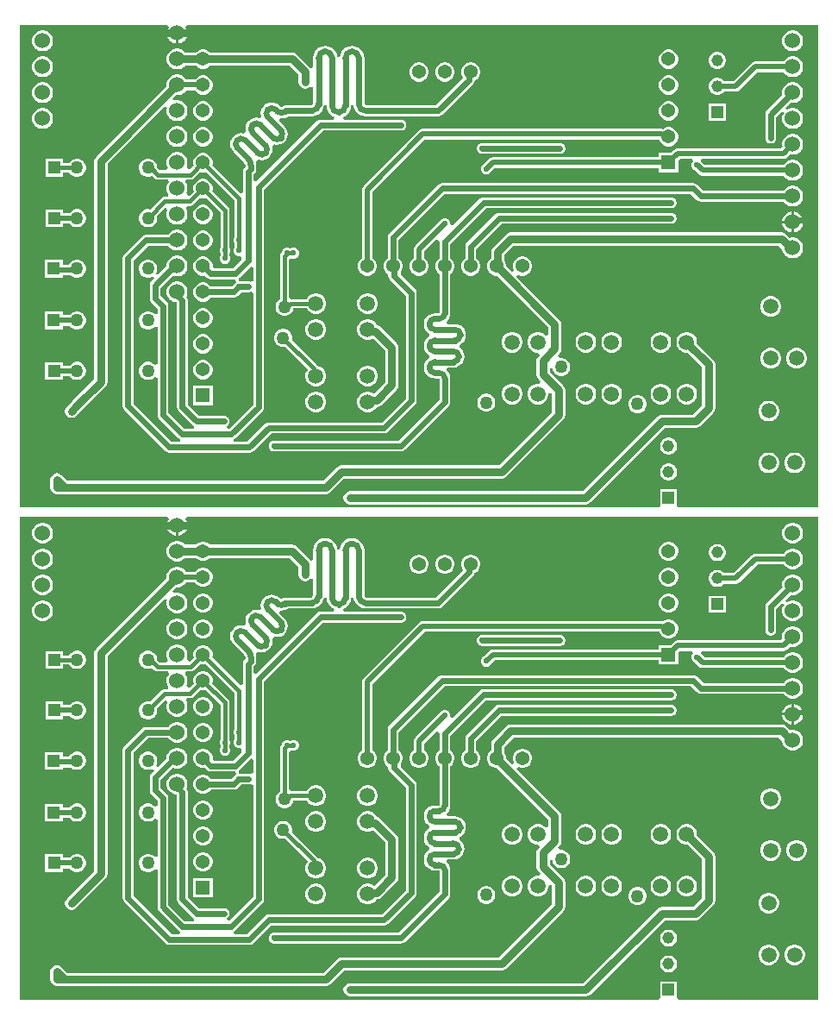
<source format=gtl>
G04*
G04 #@! TF.GenerationSoftware,Altium Limited,Altium Designer,24.4.1 (13)*
G04*
G04 Layer_Physical_Order=1*
G04 Layer_Color=255*
%FSTAX25Y25*%
%MOIN*%
G70*
G04*
G04 #@! TF.SameCoordinates,C872E002-563E-4E90-9F37-C142BC3F6998*
G04*
G04*
G04 #@! TF.FilePolarity,Positive*
G04*
G01*
G75*
%ADD10C,0.02178*%
%ADD11C,0.01500*%
%ADD12C,0.03000*%
%ADD13C,0.02000*%
%ADD14C,0.04953*%
%ADD15C,0.05394*%
%ADD16R,0.05394X0.05394*%
%ADD17R,0.04578X0.04578*%
%ADD18C,0.04578*%
%ADD19C,0.06000*%
%ADD20C,0.05937*%
%ADD21R,0.05394X0.05394*%
%ADD22C,0.04756*%
%ADD23R,0.04756X0.04756*%
%ADD24C,0.02200*%
G36*
X030978Y0191378D02*
X0256086D01*
X0255289Y0191868D01*
X0255289Y0192378D01*
Y0198447D01*
X0248711D01*
Y0192378D01*
X0248711Y0191868D01*
X0247914Y0191378D01*
X000122D01*
Y0377937D01*
X0058209Y0377937D01*
X0058489Y0377547D01*
X0058697Y0376937D01*
X0058273Y0376201D01*
X0058Y0375184D01*
Y0375157D01*
X0066D01*
Y0375184D01*
X0065727Y0376201D01*
X0065303Y0376937D01*
X0065511Y0377547D01*
X0065791Y0377937D01*
X030978Y0377937D01*
X030978Y0191378D01*
D02*
G37*
G36*
Y000122D02*
X0256086D01*
X0255289Y0001711D01*
X0255289Y000222D01*
Y0008289D01*
X0248711D01*
Y000222D01*
X0248711Y0001711D01*
X0247914Y000122D01*
X000122D01*
Y018778D01*
X0058209Y018778D01*
X0058489Y0187389D01*
X0058697Y018678D01*
X0058273Y0186044D01*
X0058Y0185027D01*
Y0185D01*
X0066D01*
Y0185027D01*
X0065727Y0186044D01*
X0065303Y018678D01*
X0065511Y0187389D01*
X0065791Y018778D01*
X030978Y018778D01*
X030978Y000122D01*
D02*
G37*
%LPC*%
G36*
X0066Y0374158D02*
X00625D01*
Y0370657D01*
X0062527D01*
X0063544Y037093D01*
X0064456Y0371457D01*
X0065201Y0372201D01*
X0065727Y0373113D01*
X0066Y0374131D01*
Y0374158D01*
D02*
G37*
G36*
X00615D02*
X0058D01*
Y0374131D01*
X0058273Y0373113D01*
X0058799Y0372201D01*
X0059544Y0371457D01*
X0060456Y037093D01*
X0061473Y0370657D01*
X00615D01*
Y0374158D01*
D02*
G37*
G36*
X0300527Y0375658D02*
X0299473D01*
X0298456Y0375385D01*
X0297544Y0374858D01*
X0296799Y0374113D01*
X0296273Y0373201D01*
X0296Y0372184D01*
Y0371131D01*
X0296273Y0370113D01*
X0296799Y0369201D01*
X0297544Y0368457D01*
X0298456Y036793D01*
X0299473Y0367657D01*
X0300527D01*
X0301544Y036793D01*
X0302456Y0368457D01*
X0303201Y0369201D01*
X0303727Y0370113D01*
X0304Y0371131D01*
Y0372184D01*
X0303727Y0373201D01*
X0303201Y0374113D01*
X0302456Y0374858D01*
X0301544Y0375385D01*
X0300527Y0375658D01*
D02*
G37*
G36*
X0010527D02*
X0009473D01*
X0008456Y0375385D01*
X0007544Y0374858D01*
X0006799Y0374113D01*
X0006273Y0373201D01*
X0006Y0372184D01*
Y0371131D01*
X0006273Y0370113D01*
X0006799Y0369201D01*
X0007544Y0368457D01*
X0008456Y036793D01*
X0009473Y0367657D01*
X0010527D01*
X0011544Y036793D01*
X0012456Y0368457D01*
X0013201Y0369201D01*
X0013727Y0370113D01*
X0014Y0371131D01*
Y0372184D01*
X0013727Y0373201D01*
X0013201Y0374113D01*
X0012456Y0374858D01*
X0011544Y0375385D01*
X0010527Y0375658D01*
D02*
G37*
G36*
X0129624Y0369767D02*
X0129616Y0369765D01*
X0128403Y0369606D01*
X0127265Y0369134D01*
X0126287Y0368384D01*
X0125538Y0367407D01*
X0125066Y0366269D01*
X012495Y0365387D01*
X0123942D01*
X0123825Y0366269D01*
X0123354Y0367407D01*
X0122604Y0368384D01*
X0121627Y0369134D01*
X0120489Y0369606D01*
X0119276Y0369765D01*
X0119267Y0369767D01*
X0119259Y0369765D01*
X0118046Y0369606D01*
X0116908Y0369134D01*
X0115931Y0368384D01*
X0115181Y0367407D01*
X011471Y0366269D01*
X011455Y0365056D01*
X0114548Y0365048D01*
Y0361395D01*
X0113548Y0361092D01*
X0113302Y036146D01*
X0108302Y036646D01*
X0107475Y0367012D01*
X01065Y0367207D01*
X0074679D01*
X007427Y0367616D01*
X0073427Y0368102D01*
X0072487Y0368354D01*
X0071513D01*
X0070573Y0368102D01*
X006973Y0367616D01*
X0069321Y0367207D01*
X0065108D01*
X0064456Y0367858D01*
X0063544Y0368385D01*
X0062527Y0368657D01*
X0061473D01*
X0060456Y0368385D01*
X0059544Y0367858D01*
X0058799Y0367113D01*
X0058273Y0366201D01*
X0058Y0365184D01*
Y0364131D01*
X0058273Y0363113D01*
X0058799Y0362201D01*
X0059544Y0361457D01*
X0060456Y036093D01*
X0061473Y0360658D01*
X0062527D01*
X0063544Y036093D01*
X0064456Y0361457D01*
X0065108Y0362108D01*
X0069321D01*
X006973Y0361699D01*
X0070573Y0361213D01*
X0071513Y0360961D01*
X0072487D01*
X0073427Y0361213D01*
X007427Y0361699D01*
X0074679Y0362108D01*
X0105444D01*
X0108951Y0358602D01*
Y0355658D01*
X0109145Y0354682D01*
X0109698Y0353855D01*
X0110524Y0353303D01*
X01115Y0353109D01*
X0112476Y0353303D01*
X0113302Y0353855D01*
X0113548Y0354223D01*
X0114548Y035392D01*
Y0347613D01*
X0114253Y0347083D01*
X0113722Y0346788D01*
X0104D01*
X0103185Y0346625D01*
X0102494Y0346164D01*
X0101555Y0346611D01*
X0101518Y0346648D01*
X0101456Y0346689D01*
X0100642Y0347315D01*
X0099625Y0347736D01*
X0098535Y0347879D01*
X0097444Y0347736D01*
X0096427Y0347315D01*
X0095612Y0346689D01*
X0095551Y0346648D01*
Y0346648D01*
X009551Y0346587D01*
X0094885Y0345772D01*
X0094464Y0344756D01*
X009432Y0343665D01*
X0094464Y0342574D01*
X0093716Y0341827D01*
X0092625Y034197D01*
X0091535Y0341827D01*
X0090518Y0341406D01*
X0089703Y034078D01*
X0089642Y0340739D01*
Y0340739D01*
X0089601Y0340678D01*
X0088976Y0339863D01*
X0088555Y0338846D01*
X0088411Y0337756D01*
X0088555Y0336665D01*
X0087807Y0335917D01*
X0086716Y0336061D01*
X0085626Y0335917D01*
X0084609Y0335496D01*
X0083794Y0334871D01*
X0083733Y033483D01*
Y033483D01*
X0083692Y0334769D01*
X0083067Y0333954D01*
X0082646Y0332938D01*
X0082502Y0331847D01*
X0082646Y0330756D01*
X0083067Y032974D01*
X0083692Y0328925D01*
X0083733Y0328863D01*
X0083733Y0328863D01*
X0087951Y0324645D01*
X008799Y0324619D01*
X0088278Y0324188D01*
X0088379Y0323679D01*
X008837Y0323631D01*
Y0322973D01*
X0087994Y0322597D01*
X0087532Y0321906D01*
X008737Y0321091D01*
Y0313225D01*
X008637Y0312811D01*
X0075552Y0323629D01*
X0075697Y0324171D01*
Y0325144D01*
X0075445Y0326084D01*
X0074958Y0326927D01*
X007427Y0327616D01*
X0073427Y0328102D01*
X0072487Y0328354D01*
X0071513D01*
X0070573Y0328102D01*
X006973Y0327616D01*
X0069042Y0326927D01*
X0068555Y0326084D01*
X0068303Y0325144D01*
Y0324171D01*
X0068448Y0323629D01*
X0066932Y0322113D01*
X0066333Y0322179D01*
X0065804Y0322994D01*
X0065753Y032321D01*
X0066Y0324131D01*
Y0325184D01*
X0065727Y0326201D01*
X0065201Y0327114D01*
X0064456Y0327858D01*
X0063544Y0328385D01*
X0062527Y0328658D01*
X0061473D01*
X0060456Y0328385D01*
X0059544Y0327858D01*
X0058799Y0327114D01*
X0058273Y0326201D01*
X0058Y0325184D01*
Y0324131D01*
X0058273Y0323113D01*
X0058516Y0322692D01*
X0057946Y0321692D01*
X0055203D01*
X0054256Y0322639D01*
Y0323115D01*
X0054019Y0323999D01*
X0053561Y0324792D01*
X0052914Y0325439D01*
X0052121Y0325897D01*
X0051237Y0326134D01*
X0050322D01*
X0049438Y0325897D01*
X0048645Y0325439D01*
X0047998Y0324792D01*
X004754Y0323999D01*
X0047303Y0323115D01*
Y03222D01*
X004754Y0321316D01*
X0047998Y0320523D01*
X0048645Y0319876D01*
X0049438Y0319418D01*
X0050322Y0319181D01*
X0051237D01*
X0052121Y0319418D01*
X0052317Y0319531D01*
X0053202Y0318646D01*
X0053202Y0318646D01*
X0053781Y0318259D01*
X0054464Y0318123D01*
X0054464Y0318123D01*
X0058395D01*
X0058809Y0317123D01*
X0058799Y0317113D01*
X0058273Y0316201D01*
X0058Y0315184D01*
Y0314131D01*
X0058273Y0313113D01*
X005866Y0312442D01*
X0058376Y031171D01*
X0058145Y0311442D01*
X005728D01*
X0057279Y0311442D01*
X0056597Y0311306D01*
X0056018Y0310919D01*
X0056018Y0310919D01*
X0051628Y0306529D01*
X0051237Y0306634D01*
X0050322D01*
X0049438Y0306397D01*
X0048645Y0305939D01*
X0047998Y0305292D01*
X004754Y0304499D01*
X0047303Y0303615D01*
Y03027D01*
X004754Y0301816D01*
X0047998Y0301023D01*
X0048645Y0300376D01*
X0049438Y0299918D01*
X0050322Y0299681D01*
X0051237D01*
X0052121Y0299918D01*
X0052914Y0300376D01*
X0053561Y0301023D01*
X0054019Y0301816D01*
X0054256Y03027D01*
Y0303615D01*
X0054151Y0304006D01*
X0057382Y0307236D01*
X0057512Y0307285D01*
X0057716Y0307238D01*
X0058238Y0306266D01*
X0058243Y0306092D01*
X0058Y0305184D01*
Y0304131D01*
X0058273Y0303114D01*
X0058799Y0302201D01*
X0059544Y0301457D01*
X0060456Y030093D01*
X0061473Y0300658D01*
X0062527D01*
X0063544Y030093D01*
X0064456Y0301457D01*
X0065201Y0302201D01*
X0065727Y0303114D01*
X0066Y0304131D01*
Y0305184D01*
X0065727Y0306201D01*
X006534Y0306873D01*
X0065624Y0307605D01*
X0065855Y0307873D01*
X0067D01*
X0067683Y0308009D01*
X0068262Y0308396D01*
X0070972Y0311106D01*
X0071513Y0310961D01*
X0072487D01*
X0073028Y0311106D01*
X0078716Y0305418D01*
Y0291837D01*
X00784Y0291075D01*
Y029024D01*
X0078716Y0289478D01*
Y0288837D01*
X00784Y0288075D01*
Y028724D01*
X007872Y0286468D01*
X0079311Y0285877D01*
X0080082Y0285558D01*
X0080918D01*
X008169Y0285877D01*
X008228Y0286468D01*
X00826Y028724D01*
Y0288075D01*
X0082284Y0288837D01*
Y0289478D01*
X00826Y029024D01*
Y0291075D01*
X0082284Y0291837D01*
Y0306157D01*
X0082284Y0306157D01*
X0082148Y030684D01*
X0081762Y0307419D01*
X0081762Y0307419D01*
X0075552Y0313629D01*
X0075697Y0314171D01*
Y0315144D01*
X0075445Y0316084D01*
X0074958Y0316927D01*
X007427Y0317616D01*
X0073427Y0318102D01*
X0072487Y0318354D01*
X0071513D01*
X0070573Y0318102D01*
X006973Y0317616D01*
X0069042Y0316927D01*
X0068555Y0316084D01*
X0068303Y0315144D01*
Y0314171D01*
X0068448Y0313629D01*
X0066688Y0311868D01*
X0066273Y0311807D01*
X0066095Y0311857D01*
X0065645Y0312971D01*
X0065727Y0313113D01*
X0066Y0314131D01*
Y0315184D01*
X0065727Y0316201D01*
X0065201Y0317113D01*
X0065191Y0317123D01*
X0065605Y0318123D01*
X006725D01*
X0067933Y0318259D01*
X0068512Y0318646D01*
X0070972Y0321106D01*
X0071513Y0320961D01*
X0072487D01*
X0073028Y0321106D01*
X0084216Y0309918D01*
Y0295837D01*
X00839Y0295075D01*
Y029424D01*
X0084216Y0293478D01*
Y0291837D01*
X00839Y0291075D01*
Y029024D01*
X008422Y0289468D01*
X0084811Y0288877D01*
X0085582Y0288558D01*
X0086418D01*
X008678Y0288296D01*
X0086869Y0287039D01*
X0083618Y0283788D01*
X0076629D01*
X0075697Y0284171D01*
Y0285144D01*
X0075445Y0286084D01*
X0074958Y0286927D01*
X007427Y0287616D01*
X0073427Y0288102D01*
X0072487Y0288354D01*
X0071513D01*
X0070573Y0288102D01*
X006973Y0287616D01*
X0069042Y0286927D01*
X0068555Y0286084D01*
X0068303Y0285144D01*
Y0284171D01*
X0068555Y028323D01*
X0069042Y0282388D01*
X006973Y0281699D01*
X0070573Y0281213D01*
X0071513Y0280961D01*
X0072487D01*
X0072643Y0281002D01*
X0073494Y0280151D01*
X0074185Y027969D01*
X0075Y0279527D01*
X0084301D01*
X0084411Y0279527D01*
X0084481Y0279525D01*
X0084509Y0279494D01*
X008481Y0278438D01*
X0084634Y0278261D01*
X0084488Y0278164D01*
X0083112Y0276788D01*
X0075039D01*
X0074958Y0276927D01*
X007427Y0277616D01*
X0073427Y0278102D01*
X0072487Y0278354D01*
X0071513D01*
X0070573Y0278102D01*
X006973Y0277616D01*
X0069042Y0276927D01*
X0068555Y0276084D01*
X0068303Y0275144D01*
Y0274171D01*
X0068555Y0273231D01*
X0069042Y0272388D01*
X006973Y0271699D01*
X0070573Y0271213D01*
X0071513Y0270961D01*
X0072487D01*
X0073427Y0271213D01*
X007427Y0271699D01*
X0074958Y0272388D01*
X0075039Y0272527D01*
X0083994D01*
X0084809Y027269D01*
X00855Y0273151D01*
X0086876Y0274527D01*
X00895D01*
X0089651Y0274557D01*
X0089918D01*
X0090164Y0274659D01*
X0090315Y027469D01*
X009037Y0274726D01*
X0090638Y0274665D01*
X0091182Y0274357D01*
X009137Y0274159D01*
Y023104D01*
X0082138Y0221808D01*
X0081474Y0221878D01*
X0081301Y0222738D01*
X0081298Y0222902D01*
X0081461Y0223066D01*
X0081589Y0223151D01*
X0081675Y022328D01*
X0081863Y0223468D01*
X0081965Y0223714D01*
X0082051Y0223842D01*
X0082081Y0223994D01*
X0082183Y022424D01*
Y0224506D01*
X0082213Y0224658D01*
X0082183Y0224809D01*
Y0225075D01*
X0082081Y0225321D01*
X0082051Y0225473D01*
X0081965Y0225601D01*
X0081863Y0225847D01*
X0081675Y0226035D01*
X0081589Y0226164D01*
X0081461Y0226249D01*
X0081273Y0226438D01*
X0081026Y022654D01*
X0080898Y0226625D01*
X0080747Y0226656D01*
X0080501Y0226758D01*
X0080234D01*
X0080083Y0226788D01*
X0070382D01*
X006613Y023104D01*
Y0271623D01*
X0065968Y0272439D01*
X006563Y0272944D01*
X0065727Y0273113D01*
X0066Y0274131D01*
Y0275184D01*
X0065727Y0276201D01*
X0065201Y0277114D01*
X0064456Y0277858D01*
X0063544Y0278385D01*
X0062527Y0278658D01*
X0061473D01*
X0060456Y0278385D01*
X0059544Y0277858D01*
X0058799Y0277114D01*
X0058273Y0276201D01*
X0058Y0275184D01*
Y0274131D01*
X0058273Y0273113D01*
X0058799Y0272201D01*
X0059544Y0271457D01*
X0060456Y027093D01*
X0061473Y0270657D01*
X006187D01*
Y0230157D01*
X0062032Y0229342D01*
X0062494Y0228651D01*
X0067994Y0223151D01*
X0068538Y0222788D01*
X0068505Y022217D01*
X0068372Y0221788D01*
X0064882D01*
X005863Y022804D01*
Y0269158D01*
X0058468Y0269973D01*
X0058006Y0270664D01*
X005563Y027304D01*
Y0276275D01*
X0060348Y0280993D01*
X0060456Y028093D01*
X0061473Y0280658D01*
X0062527D01*
X0063544Y028093D01*
X0064456Y0281457D01*
X0065201Y0282201D01*
X0065727Y0283114D01*
X0066Y0284131D01*
Y0285184D01*
X0065727Y0286201D01*
X0065201Y0287113D01*
X0064456Y0287858D01*
X0063544Y0288385D01*
X0062527Y0288657D01*
X0061473D01*
X0060456Y0288385D01*
X0059544Y0287858D01*
X0058799Y0287113D01*
X0058273Y0286201D01*
X0058Y0285184D01*
Y028467D01*
X0054529Y0281199D01*
X0053729Y0281813D01*
X0054019Y0282316D01*
X0054256Y02832D01*
Y0284115D01*
X0054019Y0284999D01*
X0053561Y0285792D01*
X0052914Y0286439D01*
X0052121Y0286897D01*
X0051237Y0287134D01*
X0050322D01*
X0049438Y0286897D01*
X0048645Y0286439D01*
X0047998Y0285792D01*
X004754Y0284999D01*
X0047303Y0284115D01*
Y02832D01*
X004754Y0282316D01*
X0047998Y0281523D01*
X0048645Y0280876D01*
X0049438Y0280418D01*
X0050322Y0280181D01*
X0051237D01*
X0052121Y0280418D01*
X0052624Y0280708D01*
X0053238Y0279908D01*
X0051994Y0278664D01*
X0051532Y0277973D01*
X005137Y0277157D01*
Y0272158D01*
X0051532Y0271342D01*
X0051994Y0270651D01*
X005437Y0268275D01*
Y0266336D01*
X0054166Y0266199D01*
X005337Y0265983D01*
X0052914Y0266439D01*
X0052121Y0266897D01*
X0051237Y0267134D01*
X0050322D01*
X0049438Y0266897D01*
X0048645Y0266439D01*
X0047998Y0265792D01*
X004754Y0264999D01*
X0047303Y0264115D01*
Y02632D01*
X004754Y0262316D01*
X0047998Y0261523D01*
X0048645Y0260876D01*
X0049438Y0260418D01*
X0050322Y0260181D01*
X0051237D01*
X0052121Y0260418D01*
X0052914Y0260876D01*
X005337Y0261332D01*
X0054166Y0261116D01*
X005437Y0260979D01*
Y0246836D01*
X0054166Y0246699D01*
X005337Y0246483D01*
X0052914Y0246939D01*
X0052121Y0247397D01*
X0051237Y0247634D01*
X0050322D01*
X0049438Y0247397D01*
X0048645Y0246939D01*
X0047998Y0246292D01*
X004754Y0245499D01*
X0047303Y0244615D01*
Y02437D01*
X004754Y0242816D01*
X0047998Y0242023D01*
X0048645Y0241376D01*
X0049438Y0240918D01*
X0050322Y0240681D01*
X0051237D01*
X0052121Y0240918D01*
X0052914Y0241376D01*
X005337Y0241831D01*
X0054166Y0241616D01*
X005437Y0241479D01*
Y0227157D01*
X0054532Y0226342D01*
X0054994Y0225651D01*
X0062494Y0218151D01*
X0063038Y0217788D01*
X0063005Y021717D01*
X0062872Y0216788D01*
X0059882D01*
X004513Y023154D01*
Y0286775D01*
X0050882Y0292527D01*
X0058611D01*
X0058799Y0292201D01*
X0059544Y0291457D01*
X0060456Y029093D01*
X0061473Y0290657D01*
X0062527D01*
X0063544Y029093D01*
X0064456Y0291457D01*
X0065201Y0292201D01*
X0065727Y0293113D01*
X0066Y0294131D01*
Y0295184D01*
X0065727Y0296201D01*
X0065201Y0297113D01*
X0064456Y0297858D01*
X0063544Y0298385D01*
X0062527Y0298657D01*
X0061473D01*
X0060456Y0298385D01*
X0059544Y0297858D01*
X0058799Y0297113D01*
X0058611Y0296788D01*
X005D01*
X0049185Y0296625D01*
X0048494Y0296164D01*
X0041494Y0289164D01*
X0041032Y0288473D01*
X004087Y0287657D01*
Y0230658D01*
X0041032Y0229842D01*
X0041494Y0229151D01*
X0057494Y0213151D01*
X0058185Y0212689D01*
X0059Y0212527D01*
X009D01*
X0090815Y0212689D01*
X0091506Y0213151D01*
X0098382Y0220027D01*
X0142D01*
X0142815Y0220189D01*
X0143506Y0220651D01*
X0154006Y0231151D01*
X0154468Y0231842D01*
X015463Y0232658D01*
Y0274158D01*
X0154468Y0274973D01*
X0154006Y0275664D01*
X0148557Y0281113D01*
X0148458Y0282388D01*
X0148945Y028323D01*
X0149197Y0284171D01*
Y0285144D01*
X0148945Y0286084D01*
X0148458Y0286927D01*
X014777Y0287616D01*
X014763Y0287696D01*
Y0294775D01*
X0165382Y0312527D01*
X0260618D01*
X0262994Y0310151D01*
X0263685Y030969D01*
X02645Y0309527D01*
X0296611D01*
X0296799Y0309201D01*
X0297544Y0308457D01*
X0298456Y030793D01*
X0299473Y0307658D01*
X0300527D01*
X0301544Y030793D01*
X0302456Y0308457D01*
X0303201Y0309201D01*
X0303727Y0310114D01*
X0304Y0311131D01*
Y0312184D01*
X0303727Y0313201D01*
X0303201Y0314113D01*
X0302456Y0314858D01*
X0301544Y0315385D01*
X0300527Y0315657D01*
X0299473D01*
X0298456Y0315385D01*
X0297544Y0314858D01*
X0296799Y0314113D01*
X0296611Y0313788D01*
X0265382D01*
X0263006Y0316164D01*
X0262315Y0316625D01*
X02615Y0316788D01*
X01645D01*
X0163685Y0316625D01*
X0162994Y0316164D01*
X0143994Y0297164D01*
X0143532Y0296473D01*
X014337Y0295657D01*
Y0287696D01*
X014323Y0287616D01*
X0142542Y0286927D01*
X0142055Y0286084D01*
X0141803Y0285144D01*
Y0284171D01*
X0142055Y028323D01*
X0142542Y0282388D01*
X014323Y0281699D01*
X0143659Y0281452D01*
Y0280868D01*
X0143821Y0280053D01*
X0144283Y0279362D01*
X015037Y0273275D01*
Y023354D01*
X0141118Y0224288D01*
X00975D01*
X0096685Y0224125D01*
X0095994Y0223664D01*
X0089118Y0216788D01*
X0084128D01*
X0083995Y021717D01*
X0083962Y0217788D01*
X0084506Y0218151D01*
X0095006Y0228651D01*
X0095468Y0229342D01*
X009563Y0230157D01*
Y0314275D01*
X0118382Y0337027D01*
X01485D01*
X0148651Y0337057D01*
X0148918D01*
X0149164Y0337159D01*
X0149315Y033719D01*
X0149443Y0337275D01*
X014969Y0337377D01*
X0149878Y0337566D01*
X0150006Y0337651D01*
X0150092Y0337779D01*
X015028Y0337968D01*
X0150382Y0338214D01*
X0150468Y0338342D01*
X0150498Y0338494D01*
X01506Y033874D01*
Y0339006D01*
X015063Y0339158D01*
X01506Y0339309D01*
Y0339575D01*
X0150498Y0339821D01*
X0150468Y0339973D01*
X0150382Y0340101D01*
X015028Y0340347D01*
X0150092Y0340535D01*
X0150006Y0340664D01*
X0149878Y0340749D01*
X014969Y0340938D01*
X0149443Y034104D01*
X0149315Y0341125D01*
X0149164Y0341156D01*
X0148918Y0341258D01*
X0148651D01*
X01485Y0341288D01*
X012635D01*
X0126151Y0342288D01*
X0126805Y0342559D01*
X0127782Y0343308D01*
X0128532Y0344286D01*
X0129004Y0345424D01*
X0129163Y0346637D01*
X0129165Y0346645D01*
X0130164Y0346641D01*
X0130245Y0346025D01*
X0130716Y0344887D01*
X0131466Y034391D01*
X0132443Y034316D01*
X0133581Y0342689D01*
X0134794Y0342529D01*
X0134802Y0342527D01*
X0163D01*
X0163815Y0342689D01*
X0164506Y0343151D01*
X0176391Y0355036D01*
X0176853Y0355727D01*
X0176952Y0356227D01*
X017777Y0356699D01*
X0178458Y0357388D01*
X0178945Y035823D01*
X0179197Y0359171D01*
Y0360144D01*
X0178945Y0361084D01*
X0178458Y0361927D01*
X017777Y0362616D01*
X0176927Y0363102D01*
X0175987Y0363354D01*
X0175013D01*
X0174073Y0363102D01*
X017323Y0362616D01*
X0172542Y0361927D01*
X0172055Y0361084D01*
X0171803Y0360144D01*
Y0359171D01*
X0172055Y035823D01*
X0172542Y0357388D01*
X017263Y03573D01*
X0162118Y0346788D01*
X0135169D01*
X0134638Y0347083D01*
X0134343Y0347613D01*
Y0365048D01*
X0134342Y0365056D01*
X0134182Y0366269D01*
X0133711Y0367407D01*
X0132961Y0368384D01*
X0131983Y0369134D01*
X0130845Y0369606D01*
X0129632Y0369765D01*
X0129624Y0369767D01*
D02*
G37*
G36*
X0252487Y0368354D02*
X0251513D01*
X0250573Y0368102D01*
X024973Y0367616D01*
X0249042Y0366927D01*
X0248555Y0366084D01*
X0248303Y0365144D01*
Y0364171D01*
X0248555Y036323D01*
X0249042Y0362388D01*
X024973Y0361699D01*
X0250573Y0361213D01*
X0251513Y0360961D01*
X0252487D01*
X0253427Y0361213D01*
X025427Y0361699D01*
X0254958Y0362388D01*
X0255445Y036323D01*
X0255697Y0364171D01*
Y0365144D01*
X0255445Y0366084D01*
X0254958Y0366927D01*
X025427Y0367616D01*
X0253427Y0368102D01*
X0252487Y0368354D01*
D02*
G37*
G36*
X0271183Y0367446D02*
X0270317D01*
X026948Y0367222D01*
X026873Y0366789D01*
X0268118Y0366177D01*
X0267685Y0365427D01*
X0267461Y0364591D01*
Y0363724D01*
X0267685Y0362888D01*
X0268118Y0362138D01*
X026873Y0361526D01*
X026948Y0361093D01*
X0270317Y0360869D01*
X0271183D01*
X027202Y0361093D01*
X0272769Y0361526D01*
X0273382Y0362138D01*
X0273815Y0362888D01*
X0274039Y0363724D01*
Y0364591D01*
X0273815Y0365427D01*
X0273382Y0366177D01*
X0272769Y0366789D01*
X027202Y0367222D01*
X0271183Y0367446D01*
D02*
G37*
G36*
X0300527Y0365657D02*
X0299473D01*
X0298456Y0365385D01*
X0297544Y0364858D01*
X0296799Y0364113D01*
X0296558Y0363697D01*
X02855D01*
X028472Y0363541D01*
X0284058Y0363099D01*
X0277155Y0356197D01*
X0273362D01*
X0272769Y0356789D01*
X027202Y0357222D01*
X0271183Y0357447D01*
X0270317D01*
X026948Y0357222D01*
X026873Y0356789D01*
X0268118Y0356177D01*
X0267685Y0355427D01*
X0267461Y0354591D01*
Y0353725D01*
X0267685Y0352888D01*
X0268118Y0352138D01*
X026873Y0351526D01*
X026948Y0351093D01*
X0270317Y0350869D01*
X0271183D01*
X027202Y0351093D01*
X0272769Y0351526D01*
X0273362Y0352118D01*
X0278D01*
X027878Y0352274D01*
X0279442Y0352716D01*
X0286345Y0359618D01*
X0296558D01*
X0296799Y0359201D01*
X0297544Y0358457D01*
X0298456Y035793D01*
X0299473Y0357658D01*
X0300527D01*
X0301544Y035793D01*
X0302456Y0358457D01*
X0303201Y0359201D01*
X0303727Y0360114D01*
X0304Y0361131D01*
Y0362184D01*
X0303727Y0363201D01*
X0303201Y0364113D01*
X0302456Y0364858D01*
X0301544Y0365385D01*
X0300527Y0365657D01*
D02*
G37*
G36*
X0010527D02*
X0009473D01*
X0008456Y0365385D01*
X0007544Y0364858D01*
X0006799Y0364113D01*
X0006273Y0363201D01*
X0006Y0362184D01*
Y0361131D01*
X0006273Y0360114D01*
X0006799Y0359201D01*
X0007544Y0358457D01*
X0008456Y035793D01*
X0009473Y0357658D01*
X0010527D01*
X0011544Y035793D01*
X0012456Y0358457D01*
X0013201Y0359201D01*
X0013727Y0360114D01*
X0014Y0361131D01*
Y0362184D01*
X0013727Y0363201D01*
X0013201Y0364113D01*
X0012456Y0364858D01*
X0011544Y0365385D01*
X0010527Y0365657D01*
D02*
G37*
G36*
X0165987Y0363354D02*
X0165013D01*
X0164073Y0363102D01*
X016323Y0362616D01*
X0162542Y0361927D01*
X0162055Y0361084D01*
X0161803Y0360144D01*
Y0359171D01*
X0162055Y035823D01*
X0162542Y0357388D01*
X016323Y0356699D01*
X0164073Y0356213D01*
X0165013Y0355961D01*
X0165987D01*
X0166927Y0356213D01*
X016777Y0356699D01*
X0168458Y0357388D01*
X0168945Y035823D01*
X0169197Y0359171D01*
Y0360144D01*
X0168945Y0361084D01*
X0168458Y0361927D01*
X016777Y0362616D01*
X0166927Y0363102D01*
X0165987Y0363354D01*
D02*
G37*
G36*
X0155987D02*
X0155013D01*
X0154073Y0363102D01*
X015323Y0362616D01*
X0152542Y0361927D01*
X0152055Y0361084D01*
X0151803Y0360144D01*
Y0359171D01*
X0152055Y035823D01*
X0152542Y0357388D01*
X015323Y0356699D01*
X0154073Y0356213D01*
X0155013Y0355961D01*
X0155987D01*
X0156927Y0356213D01*
X015777Y0356699D01*
X0158458Y0357388D01*
X0158945Y035823D01*
X0159197Y0359171D01*
Y0360144D01*
X0158945Y0361084D01*
X0158458Y0361927D01*
X015777Y0362616D01*
X0156927Y0363102D01*
X0155987Y0363354D01*
D02*
G37*
G36*
X0252487Y0358354D02*
X0251513D01*
X0250573Y0358102D01*
X024973Y0357616D01*
X0249042Y0356927D01*
X0248555Y0356084D01*
X0248303Y0355144D01*
Y0354171D01*
X0248555Y0353231D01*
X0249042Y0352388D01*
X024973Y0351699D01*
X0250573Y0351213D01*
X0251513Y0350961D01*
X0252487D01*
X0253427Y0351213D01*
X025427Y0351699D01*
X0254958Y0352388D01*
X0255445Y0353231D01*
X0255697Y0354171D01*
Y0355144D01*
X0255445Y0356084D01*
X0254958Y0356927D01*
X025427Y0357616D01*
X0253427Y0358102D01*
X0252487Y0358354D01*
D02*
G37*
G36*
X0062527Y0358658D02*
X0061473D01*
X0060456Y0358385D01*
X0059544Y0357858D01*
X0058799Y0357114D01*
X0058273Y0356201D01*
X0058Y0355184D01*
Y0354262D01*
X0030698Y032696D01*
X0030145Y0326133D01*
X0029951Y0325157D01*
Y0240993D01*
X0021418Y023246D01*
X0019365Y0230407D01*
X0018813Y022958D01*
X0018619Y0228605D01*
X0018813Y0227629D01*
X0019365Y0226802D01*
X0020192Y022625D01*
X0021168Y0226056D01*
X0022143Y022625D01*
X002297Y0226802D01*
X0025023Y0228855D01*
X0034302Y0238135D01*
X0034855Y0238962D01*
X0035049Y0239937D01*
Y0324102D01*
X005727Y0346322D01*
X0058166Y0345805D01*
X0058Y0345184D01*
Y0344131D01*
X0058273Y0343113D01*
X0058799Y0342201D01*
X0059544Y0341457D01*
X0060456Y034093D01*
X0061473Y0340657D01*
X0062527D01*
X0063544Y034093D01*
X0064456Y0341457D01*
X0065201Y0342201D01*
X0065727Y0343113D01*
X0066Y0344131D01*
Y0345184D01*
X0065727Y0346201D01*
X0065201Y0347113D01*
X0064456Y0347858D01*
X0063544Y0348385D01*
X0062527Y0348657D01*
X0061473D01*
X0060853Y0348491D01*
X0060335Y0349388D01*
X0061605Y0350658D01*
X0062527D01*
X0063544Y035093D01*
X0064456Y0351457D01*
X0065201Y0352201D01*
X0065442Y0352618D01*
X0068909D01*
X0069042Y0352388D01*
X006973Y0351699D01*
X0070573Y0351213D01*
X0071513Y0350961D01*
X0072487D01*
X0073427Y0351213D01*
X007427Y0351699D01*
X0074958Y0352388D01*
X0075445Y0353231D01*
X0075697Y0354171D01*
Y0355144D01*
X0075445Y0356084D01*
X0074958Y0356927D01*
X007427Y0357616D01*
X0073427Y0358102D01*
X0072487Y0358354D01*
X0071513D01*
X0070573Y0358102D01*
X006973Y0357616D01*
X0069042Y0356927D01*
X0068909Y0356697D01*
X0065442D01*
X0065201Y0357114D01*
X0064456Y0357858D01*
X0063544Y0358385D01*
X0062527Y0358658D01*
D02*
G37*
G36*
X0300527Y0355658D02*
X0299473D01*
X0298456Y0355385D01*
X0297544Y0354858D01*
X0296799Y0354114D01*
X0296273Y0353201D01*
X0296Y0352184D01*
Y0351131D01*
X0296097Y0350767D01*
X0289994Y0344664D01*
X0289532Y0343973D01*
X028937Y0343158D01*
Y0334157D01*
X02894Y0334006D01*
Y033374D01*
X0289502Y0333494D01*
X0289532Y0333342D01*
X0289618Y0333214D01*
X028972Y0332968D01*
X0289908Y033278D01*
X0289994Y0332651D01*
X0290122Y0332566D01*
X029031Y0332377D01*
X0290557Y0332275D01*
X0290685Y0332189D01*
X0290836Y0332159D01*
X0291082Y0332057D01*
X0291349D01*
X02915Y0332027D01*
X0291651Y0332057D01*
X0291918D01*
X0292164Y0332159D01*
X0292315Y0332189D01*
X0292443Y0332275D01*
X029269Y0332377D01*
X0292878Y0332566D01*
X0293006Y0332651D01*
X0293092Y033278D01*
X029328Y0332968D01*
X0293382Y0333214D01*
X0293468Y0333342D01*
X0293498Y0333494D01*
X02936Y033374D01*
Y0334006D01*
X029363Y0334157D01*
Y0342275D01*
X0295885Y034453D01*
X0296685Y0343916D01*
X0296273Y0343201D01*
X0296Y0342184D01*
Y0341131D01*
X0296273Y0340113D01*
X0296799Y0339201D01*
X0297544Y0338457D01*
X0298456Y033793D01*
X0299473Y0337657D01*
X0300527D01*
X0301544Y033793D01*
X0302456Y0338457D01*
X0303201Y0339201D01*
X0303727Y0340113D01*
X0304Y0341131D01*
Y0342184D01*
X0303727Y0343201D01*
X0303201Y0344113D01*
X0302456Y0344858D01*
X0301544Y0345385D01*
X0300527Y0345657D01*
X0299473D01*
X0298456Y0345385D01*
X0297741Y0344972D01*
X0297127Y0345773D01*
X029911Y0347755D01*
X0299473Y0347657D01*
X0300527D01*
X0301544Y034793D01*
X0302456Y0348457D01*
X0303201Y0349201D01*
X0303727Y0350114D01*
X0304Y0351131D01*
Y0352184D01*
X0303727Y0353201D01*
X0303201Y0354114D01*
X0302456Y0354858D01*
X0301544Y0355385D01*
X0300527Y0355658D01*
D02*
G37*
G36*
X0010527D02*
X0009473D01*
X0008456Y0355385D01*
X0007544Y0354858D01*
X0006799Y0354114D01*
X0006273Y0353201D01*
X0006Y0352184D01*
Y0351131D01*
X0006273Y0350114D01*
X0006799Y0349201D01*
X0007544Y0348457D01*
X0008456Y034793D01*
X0009473Y0347657D01*
X0010527D01*
X0011544Y034793D01*
X0012456Y0348457D01*
X0013201Y0349201D01*
X0013727Y0350114D01*
X0014Y0351131D01*
Y0352184D01*
X0013727Y0353201D01*
X0013201Y0354114D01*
X0012456Y0354858D01*
X0011544Y0355385D01*
X0010527Y0355658D01*
D02*
G37*
G36*
X0072487Y0348354D02*
X0071513D01*
X0070573Y0348102D01*
X006973Y0347616D01*
X0069042Y0346927D01*
X0068555Y0346084D01*
X0068303Y0345144D01*
Y0344171D01*
X0068555Y0343231D01*
X0069042Y0342388D01*
X006973Y0341699D01*
X0070573Y0341213D01*
X0071513Y0340961D01*
X0072487D01*
X0073427Y0341213D01*
X007427Y0341699D01*
X0074958Y0342388D01*
X0075445Y0343231D01*
X0075697Y0344171D01*
Y0345144D01*
X0075445Y0346084D01*
X0074958Y0346927D01*
X007427Y0347616D01*
X0073427Y0348102D01*
X0072487Y0348354D01*
D02*
G37*
G36*
X0252487Y0348354D02*
X0251513D01*
X0250573Y0348102D01*
X024973Y0347616D01*
X0249042Y0346927D01*
X0248555Y0346084D01*
X0248303Y0345144D01*
Y0344171D01*
X0248555Y0343231D01*
X0249042Y0342388D01*
X024973Y0341699D01*
X0250573Y0341213D01*
X0251513Y0340961D01*
X0252487D01*
X0253427Y0341213D01*
X025427Y0341699D01*
X0254958Y0342388D01*
X0255445Y0343231D01*
X0255697Y0344171D01*
Y0345144D01*
X0255445Y0346084D01*
X0254958Y0346927D01*
X025427Y0347616D01*
X0253427Y0348102D01*
X0252487Y0348354D01*
D02*
G37*
G36*
X0274039Y0347446D02*
X0267461D01*
Y0340868D01*
X0274039D01*
Y0347446D01*
D02*
G37*
G36*
X0010527Y0345657D02*
X0009473D01*
X0008456Y0345385D01*
X0007544Y0344858D01*
X0006799Y0344113D01*
X0006273Y0343201D01*
X0006Y0342184D01*
Y0341131D01*
X0006273Y0340113D01*
X0006799Y0339201D01*
X0007544Y0338457D01*
X0008456Y033793D01*
X0009473Y0337657D01*
X0010527D01*
X0011544Y033793D01*
X0012456Y0338457D01*
X0013201Y0339201D01*
X0013727Y0340113D01*
X0014Y0341131D01*
Y0342184D01*
X0013727Y0343201D01*
X0013201Y0344113D01*
X0012456Y0344858D01*
X0011544Y0345385D01*
X0010527Y0345657D01*
D02*
G37*
G36*
X0252487Y0338354D02*
X0251513D01*
X0250573Y0338102D01*
X024973Y0337616D01*
X0249698Y0337584D01*
X0249132Y0337697D01*
X0157D01*
X015622Y0337541D01*
X0155558Y0337099D01*
X0134058Y0315599D01*
X0133616Y0314938D01*
X0133461Y0314158D01*
Y0287749D01*
X013323Y0287616D01*
X0132542Y0286927D01*
X0132055Y0286084D01*
X0131803Y0285144D01*
Y0284171D01*
X0132055Y028323D01*
X0132542Y0282388D01*
X013323Y0281699D01*
X0134073Y0281213D01*
X0135013Y0280961D01*
X0135987D01*
X0136927Y0281213D01*
X013777Y0281699D01*
X0138458Y0282388D01*
X0138945Y028323D01*
X0139197Y0284171D01*
Y0285144D01*
X0138945Y0286084D01*
X0138458Y0286927D01*
X013777Y0287616D01*
X0137539Y0287749D01*
Y0313313D01*
X0157845Y0333618D01*
X0248409D01*
X024846Y0333584D01*
X0248555Y033323D01*
X0249042Y0332388D01*
X024973Y0331699D01*
X0250573Y0331213D01*
X0251513Y0330961D01*
X0252487D01*
X0253427Y0331213D01*
X025427Y0331699D01*
X0254958Y0332388D01*
X0255445Y033323D01*
X0255697Y0334171D01*
Y0335144D01*
X0255445Y0336084D01*
X0254958Y0336927D01*
X025427Y0337616D01*
X0253427Y0338102D01*
X0252487Y0338354D01*
D02*
G37*
G36*
X0072487D02*
X0071513D01*
X0070573Y0338102D01*
X006973Y0337616D01*
X0069042Y0336927D01*
X0068555Y0336084D01*
X0068303Y0335144D01*
Y0334171D01*
X0068555Y033323D01*
X0069042Y0332388D01*
X006973Y0331699D01*
X0070573Y0331213D01*
X0071513Y0330961D01*
X0072487D01*
X0073427Y0331213D01*
X007427Y0331699D01*
X0074958Y0332388D01*
X0075445Y033323D01*
X0075697Y0334171D01*
Y0335144D01*
X0075445Y0336084D01*
X0074958Y0336927D01*
X007427Y0337616D01*
X0073427Y0338102D01*
X0072487Y0338354D01*
D02*
G37*
G36*
X0062527Y0338657D02*
X0061473D01*
X0060456Y0338385D01*
X0059544Y0337858D01*
X0058799Y0337113D01*
X0058273Y0336201D01*
X0058Y0335184D01*
Y0334131D01*
X0058273Y0333114D01*
X0058799Y0332201D01*
X0059544Y0331457D01*
X0060456Y033093D01*
X0061473Y0330658D01*
X0062527D01*
X0063544Y033093D01*
X0064456Y0331457D01*
X0065201Y0332201D01*
X0065727Y0333114D01*
X0066Y0334131D01*
Y0335184D01*
X0065727Y0336201D01*
X0065201Y0337113D01*
X0064456Y0337858D01*
X0063544Y0338385D01*
X0062527Y0338657D01*
D02*
G37*
G36*
X021Y0332288D02*
X018D01*
X0179849Y0332258D01*
X0179582D01*
X0179336Y0332155D01*
X0179185Y0332125D01*
X0179057Y033204D01*
X017881Y0331938D01*
X0178622Y0331749D01*
X0178494Y0331664D01*
X017849Y033166D01*
X0178404Y0331531D01*
X017822Y0331347D01*
X017812Y0331106D01*
X0178028Y0330968D01*
X0177996Y0330806D01*
X01779Y0330575D01*
Y0330325D01*
X0177866Y0330153D01*
X01779Y0329981D01*
Y032974D01*
X0177992Y0329517D01*
X0178028Y0329338D01*
X0178129Y0329187D01*
X017822Y0328968D01*
X0178387Y03288D01*
X017849Y0328647D01*
X0178643Y0328545D01*
X017881Y0328377D01*
X0179029Y0328287D01*
X0179181Y0328185D01*
X0179359Y032815D01*
X0179582Y0328058D01*
X0179824D01*
X0179996Y0328023D01*
X0180017Y0328027D01*
X021D01*
X0210151Y0328058D01*
X0210418D01*
X0210664Y0328159D01*
X0210815Y0328189D01*
X0210943Y0328275D01*
X021119Y0328377D01*
X0211378Y0328566D01*
X0211506Y0328651D01*
X0211592Y032878D01*
X021178Y0328968D01*
X0211882Y0329214D01*
X0211968Y0329342D01*
X0211998Y0329494D01*
X02121Y032974D01*
Y0330006D01*
X021213Y0330157D01*
X02121Y0330309D01*
Y0330575D01*
X0211998Y0330821D01*
X0211968Y0330973D01*
X0211882Y0331101D01*
X021178Y0331347D01*
X0211592Y0331536D01*
X0211506Y0331664D01*
X0211378Y0331749D01*
X021119Y0331938D01*
X0210943Y033204D01*
X0210815Y0332125D01*
X0210664Y0332155D01*
X0210418Y0332258D01*
X0210151D01*
X021Y0332288D01*
D02*
G37*
G36*
X0300527Y0335658D02*
X0299473D01*
X0298456Y0335385D01*
X0297544Y0334858D01*
X0296799Y0334114D01*
X0296273Y0333201D01*
X0296Y0332184D01*
Y0331131D01*
X0296023Y0331044D01*
X029532Y0330197D01*
X02555D01*
X025472Y0330041D01*
X0254058Y0329599D01*
X0252813Y0328354D01*
X0248303D01*
Y0326697D01*
X0184054D01*
X0183274Y0326541D01*
X0182612Y0326099D01*
X018055Y0324037D01*
X018031Y0323938D01*
X017972Y0323347D01*
X01794Y0322575D01*
Y032174D01*
X017972Y0320968D01*
X018031Y0320377D01*
X0181082Y0320058D01*
X0181918D01*
X018269Y0320377D01*
X018328Y0320968D01*
X0183303Y0321022D01*
X0184899Y0322618D01*
X0248303D01*
Y0320961D01*
X0255697D01*
Y032547D01*
X0256345Y0326118D01*
X0261077D01*
X0261491Y0325118D01*
X026122Y0324847D01*
X02609Y0324075D01*
Y032324D01*
X026122Y0322468D01*
X026181Y0321877D01*
X026205Y0321778D01*
X0263612Y0320216D01*
X0264274Y0319774D01*
X0265054Y0319618D01*
X0296558D01*
X0296799Y0319201D01*
X0297544Y0318457D01*
X0298456Y031793D01*
X0299473Y0317657D01*
X0300527D01*
X0301544Y031793D01*
X0302456Y0318457D01*
X0303201Y0319201D01*
X0303727Y0320113D01*
X0304Y0321131D01*
Y0322184D01*
X0303727Y0323201D01*
X0303201Y0324113D01*
X0302456Y0324858D01*
X0301544Y0325385D01*
X0300527Y0325658D01*
X0299473D01*
X0298456Y0325385D01*
X0297544Y0324858D01*
X0296799Y0324113D01*
X0296558Y0323697D01*
X0265899D01*
X0264803Y0324793D01*
X026478Y0324847D01*
X0264509Y0325118D01*
X0264923Y0326118D01*
X02965D01*
X029728Y0326273D01*
X0297942Y0326716D01*
X0299008Y0327782D01*
X0299473Y0327658D01*
X0300527D01*
X0301544Y032793D01*
X0302456Y0328457D01*
X0303201Y0329201D01*
X0303727Y0330114D01*
X0304Y0331131D01*
Y0332184D01*
X0303727Y0333201D01*
X0303201Y0334114D01*
X0302456Y0334858D01*
X0301544Y0335385D01*
X0300527Y0335658D01*
D02*
G37*
G36*
X0023678Y0326134D02*
X0022763D01*
X0021879Y0325897D01*
X0021086Y0325439D01*
X0020439Y0324792D01*
X0020236Y0324442D01*
X0017878D01*
Y0326035D01*
X0011122D01*
Y031928D01*
X0017878D01*
Y0320873D01*
X0020236D01*
X0020439Y0320523D01*
X0021086Y0319876D01*
X0021879Y0319418D01*
X0022763Y0319181D01*
X0023678D01*
X0024562Y0319418D01*
X0025355Y0319876D01*
X0026002Y0320523D01*
X002646Y0321316D01*
X0026697Y03222D01*
Y0323115D01*
X002646Y0323999D01*
X0026002Y0324792D01*
X0025355Y0325439D01*
X0024562Y0325897D01*
X0023678Y0326134D01*
D02*
G37*
G36*
X0023678Y0306634D02*
X0022763D01*
X0021879Y0306397D01*
X0021086Y0305939D01*
X0020439Y0305292D01*
X0020384Y0305197D01*
X0017781D01*
Y0306535D01*
X0011025D01*
Y029978D01*
X0017781D01*
Y0301118D01*
X0020384D01*
X0020439Y0301023D01*
X0021086Y0300376D01*
X0021879Y0299918D01*
X0022763Y0299681D01*
X0023678D01*
X0024562Y0299918D01*
X0025355Y0300376D01*
X0026002Y0301023D01*
X002646Y0301816D01*
X0026697Y03027D01*
Y0303615D01*
X002646Y0304499D01*
X0026002Y0305292D01*
X0025355Y0305939D01*
X0024562Y0306397D01*
X0023678Y0306634D01*
D02*
G37*
G36*
X0300527Y0305658D02*
X03005D01*
Y0302157D01*
X0304D01*
Y0302184D01*
X0303727Y0303201D01*
X0303201Y0304114D01*
X0302456Y0304858D01*
X0301544Y0305385D01*
X0300527Y0305658D01*
D02*
G37*
G36*
X02995D02*
X0299473D01*
X0298456Y0305385D01*
X0297544Y0304858D01*
X0296799Y0304114D01*
X0296273Y0303201D01*
X0296Y0302184D01*
Y0302157D01*
X02995D01*
Y0305658D01*
D02*
G37*
G36*
X0072487Y0308354D02*
X0071513D01*
X0070573Y0308102D01*
X006973Y0307616D01*
X0069042Y0306927D01*
X0068555Y0306084D01*
X0068303Y0305144D01*
Y0304171D01*
X0068555Y0303231D01*
X0069042Y0302388D01*
X006973Y0301699D01*
X0070573Y0301213D01*
X0071513Y0300961D01*
X0072487D01*
X0073427Y0301213D01*
X007427Y0301699D01*
X0074958Y0302388D01*
X0075445Y0303231D01*
X0075697Y0304171D01*
Y0305144D01*
X0075445Y0306084D01*
X0074958Y0306927D01*
X007427Y0307616D01*
X0073427Y0308102D01*
X0072487Y0308354D01*
D02*
G37*
G36*
X0253Y0311288D02*
X01805D01*
X0179685Y0311125D01*
X0178994Y0310664D01*
X0168408Y0300078D01*
X0167561Y0300645D01*
X01676Y030074D01*
Y0301575D01*
X016728Y0302347D01*
X016669Y0302938D01*
X0165918Y0303257D01*
X0165082D01*
X016431Y0302938D01*
X016372Y0302347D01*
X0163659Y03022D01*
X0154058Y0292599D01*
X0153616Y0291938D01*
X0153461Y0291158D01*
Y0287749D01*
X015323Y0287616D01*
X0152542Y0286927D01*
X0152055Y0286084D01*
X0151803Y0285144D01*
Y0284171D01*
X0152055Y028323D01*
X0152542Y0282388D01*
X015323Y0281699D01*
X0154073Y0281213D01*
X0155013Y0280961D01*
X0155987D01*
X0156927Y0281213D01*
X015777Y0281699D01*
X0158458Y0282388D01*
X0158945Y028323D01*
X0159197Y0284171D01*
Y0285144D01*
X0158945Y0286084D01*
X0158458Y0286927D01*
X015777Y0287616D01*
X0157539Y0287749D01*
Y0290313D01*
X016235Y0295124D01*
X0162546Y0295089D01*
X016337Y0294158D01*
Y0287696D01*
X016323Y0287616D01*
X0162542Y0286927D01*
X0162055Y0286084D01*
X0161803Y0285144D01*
Y0284171D01*
X0162055Y028323D01*
X0162542Y0282388D01*
X016323Y0281699D01*
X016337Y0281618D01*
Y0273158D01*
Y0266495D01*
X0163364D01*
X0163352Y0266465D01*
X0163322Y0266453D01*
Y0266447D01*
X0161589D01*
X0161517Y0266432D01*
X0160498Y0266298D01*
X0159482Y0265877D01*
X0158609Y0265207D01*
X0157939Y0264335D01*
X0157518Y0263318D01*
X0157384Y02623D01*
X015737Y0262227D01*
X0157384Y0262155D01*
X0157518Y0261137D01*
X0157939Y026012D01*
X0158609Y0259247D01*
X0159482Y0258578D01*
Y0257521D01*
X0158609Y0256851D01*
X0157939Y0255978D01*
X0157518Y0254961D01*
X0157384Y0253943D01*
X015737Y0253871D01*
X0157384Y0253798D01*
X0157518Y025278D01*
X0157939Y0251764D01*
X0158609Y0250891D01*
X0159482Y0250221D01*
Y0249164D01*
X0158609Y0248494D01*
X0157939Y0247621D01*
X0157518Y0246605D01*
X0157384Y0245587D01*
X015737Y0245514D01*
X0157384Y0245442D01*
X0157518Y0244423D01*
X0157939Y0243407D01*
X0158609Y0242534D01*
X0159482Y0241864D01*
X0160498Y0241443D01*
X0161517Y0241309D01*
X0161589Y0241295D01*
X0163322D01*
Y0241289D01*
X0163352Y0241277D01*
X0163364Y0241247D01*
X016337D01*
Y0240158D01*
Y023304D01*
X0147618Y0217288D01*
X00995D01*
X0099349Y0217257D01*
X0099082D01*
X0098836Y0217156D01*
X0098685Y0217125D01*
X0098557Y021704D01*
X0098311Y0216938D01*
X0098122Y0216749D01*
X0097994Y0216664D01*
X0097908Y0216535D01*
X009772Y0216347D01*
X0097618Y0216101D01*
X0097532Y0215973D01*
X0097502Y0215821D01*
X00974Y0215575D01*
Y0215309D01*
X009737Y0215158D01*
X00974Y0215006D01*
Y021474D01*
X0097502Y0214494D01*
X0097532Y0214342D01*
X0097618Y0214214D01*
X009772Y0213968D01*
X0097908Y0213779D01*
X0097994Y0213651D01*
X0098122Y0213566D01*
X0098311Y0213377D01*
X0098557Y0213275D01*
X0098685Y021319D01*
X0098836Y0213159D01*
X0099082Y0213057D01*
X0099349D01*
X00995Y0213027D01*
X01485D01*
X0149315Y021319D01*
X0150006Y0213651D01*
X0167006Y0230651D01*
X0167468Y0231342D01*
X016763Y0232157D01*
Y0240158D01*
Y0241247D01*
X0167618Y0241308D01*
X0167479Y0242361D01*
X0167049Y0243399D01*
X0166365Y024429D01*
X0166127Y0244473D01*
X0166466Y0245473D01*
X0168822D01*
X0168894Y0245488D01*
X0169912Y0245622D01*
X0170929Y0246043D01*
X0171802Y0246712D01*
X0172471Y0247585D01*
X0172892Y0248602D01*
X0173027Y024962D01*
X0173041Y0249693D01*
X0173027Y0249765D01*
X0172892Y0250783D01*
X0172471Y02518D01*
X0171802Y0252673D01*
X0171157Y0253167D01*
X0171144Y0253968D01*
X0171254Y025429D01*
X0171518Y0254399D01*
X0172391Y0255069D01*
X0173061Y0255942D01*
X0173482Y0256958D01*
X0173616Y0257977D01*
X017363Y0258049D01*
X0173616Y0258122D01*
X0173482Y025914D01*
X0173061Y0260156D01*
X0172391Y0261029D01*
X0171518Y0261699D01*
X0170502Y026212D01*
X0169483Y0262254D01*
X0169411Y0262268D01*
X0166466D01*
X0166127Y0263268D01*
X0166365Y0263451D01*
X0167049Y0264343D01*
X0167479Y0265381D01*
X0167618Y0266434D01*
X016763Y0266495D01*
Y0273158D01*
Y0281618D01*
X016777Y0281699D01*
X0168458Y0282388D01*
X0168945Y028323D01*
X0169197Y0284171D01*
Y0285144D01*
X0168945Y0286084D01*
X0168458Y0286927D01*
X016777Y0287616D01*
X016763Y0287696D01*
Y0293275D01*
X0181382Y0307027D01*
X0253D01*
X0253151Y0307057D01*
X0253418D01*
X0253664Y0307159D01*
X0253815Y0307189D01*
X0253943Y0307275D01*
X025419Y0307377D01*
X0254378Y0307566D01*
X0254506Y0307651D01*
X0254592Y030778D01*
X025478Y0307968D01*
X0254882Y0308214D01*
X0254968Y0308342D01*
X0254998Y0308494D01*
X02551Y030874D01*
Y0309006D01*
X025513Y0309157D01*
X02551Y0309309D01*
Y0309575D01*
X0254998Y0309821D01*
X0254968Y0309973D01*
X0254882Y0310101D01*
X025478Y0310347D01*
X0254592Y0310536D01*
X0254506Y0310664D01*
X0254378Y0310749D01*
X025419Y0310938D01*
X0253943Y031104D01*
X0253815Y0311125D01*
X0253664Y0311156D01*
X0253418Y0311258D01*
X0253151D01*
X0253Y0311288D01*
D02*
G37*
G36*
X0304Y0301157D02*
X03005D01*
Y0297657D01*
X0300527D01*
X0301544Y029793D01*
X0302456Y0298457D01*
X0303201Y0299201D01*
X0303727Y0300114D01*
X0304Y0301131D01*
Y0301157D01*
D02*
G37*
G36*
X02995D02*
X0296D01*
Y0301131D01*
X0296273Y0300114D01*
X0296799Y0299201D01*
X0297544Y0298457D01*
X0298456Y029793D01*
X0299473Y0297657D01*
X02995D01*
Y0301157D01*
D02*
G37*
G36*
X0107418Y0291757D02*
X0106582D01*
X010582Y0291442D01*
X010568D01*
X0104918Y0291757D01*
X0104082D01*
X010331Y0291438D01*
X010272Y0290847D01*
X01024Y0290075D01*
Y0289891D01*
X0102238Y028973D01*
X0101851Y0289151D01*
X0101716Y0288468D01*
Y0271862D01*
X0101365Y027166D01*
X0100718Y0271012D01*
X010026Y027022D01*
X0100024Y0269336D01*
Y026842D01*
X010026Y0267536D01*
X0100718Y0266743D01*
X0101365Y0266096D01*
X0102158Y0265638D01*
X0103042Y0265402D01*
X0103958D01*
X0104842Y0265638D01*
X0105634Y0266096D01*
X0106282Y0266743D01*
X0106739Y0267536D01*
X0106964Y0268373D01*
X0112038D01*
X0112415Y0267721D01*
X0113154Y0266982D01*
X0114059Y0266459D01*
X0115068Y0266189D01*
X0116113D01*
X0117122Y0266459D01*
X0118027Y0266982D01*
X0118766Y0267721D01*
X0119289Y0268626D01*
X0119559Y0269635D01*
Y027068D01*
X0119289Y0271689D01*
X0118766Y0272594D01*
X0118027Y0273333D01*
X0117122Y0273855D01*
X0116113Y0274126D01*
X0115068D01*
X0114059Y0273855D01*
X0113154Y0273333D01*
X0112415Y0272594D01*
X0112038Y0271942D01*
X0105714D01*
X0105714Y0271942D01*
X0105284Y0272876D01*
Y0287102D01*
X0106284Y0287681D01*
X0106582Y0287558D01*
X0107418D01*
X010819Y0287877D01*
X010878Y0288468D01*
X01091Y028924D01*
Y0290075D01*
X010878Y0290847D01*
X010819Y0291438D01*
X0107418Y0291757D01*
D02*
G37*
G36*
X0072487Y0298354D02*
X0071513D01*
X0070573Y0298102D01*
X006973Y0297616D01*
X0069042Y0296927D01*
X0068555Y0296084D01*
X0068303Y0295144D01*
Y0294171D01*
X0068555Y0293231D01*
X0069042Y0292388D01*
X006973Y0291699D01*
X0070573Y0291213D01*
X0071513Y0290961D01*
X0072487D01*
X0073427Y0291213D01*
X007427Y0291699D01*
X0074958Y0292388D01*
X0075445Y0293231D01*
X0075697Y0294171D01*
Y0295144D01*
X0075445Y0296084D01*
X0074958Y0296927D01*
X007427Y0297616D01*
X0073427Y0298102D01*
X0072487Y0298354D01*
D02*
G37*
G36*
X0295688Y0297707D02*
X0191D01*
X0190024Y0297512D01*
X0189198Y029696D01*
X0184156Y0291918D01*
X0183603Y0291091D01*
X0183409Y0290115D01*
Y0287719D01*
X018323Y0287616D01*
X0182542Y0286927D01*
X0182055Y0286084D01*
X0181803Y0285144D01*
Y0284171D01*
X0182055Y028323D01*
X0182542Y0282388D01*
X018323Y0281699D01*
X0184073Y0281213D01*
X0185013Y0280961D01*
X0185592D01*
X0205451Y0261102D01*
Y0258254D01*
X0205385Y0258206D01*
X0204451Y0257909D01*
X0203937Y0258424D01*
X0203032Y0258946D01*
X0202023Y0259216D01*
X0200977D01*
X0199968Y0258946D01*
X0199063Y0258424D01*
X0198324Y0257685D01*
X0197802Y025678D01*
X0197531Y025577D01*
Y0254726D01*
X0197802Y0253716D01*
X0198324Y0252811D01*
X0199063Y0252072D01*
X0199968Y025155D01*
X0200977Y0251279D01*
X0201603D01*
X0202017Y0250279D01*
X0201698Y024996D01*
X0201145Y0249133D01*
X0200951Y0248158D01*
Y0242657D01*
X0201145Y0241682D01*
X0201698Y0240855D01*
X0202403Y024015D01*
X0202122Y0239462D01*
X0201922Y0239216D01*
X0200977D01*
X0199968Y0238946D01*
X0199063Y0238424D01*
X0198324Y0237685D01*
X0197802Y023678D01*
X0197531Y0235771D01*
Y0234726D01*
X0197802Y0233716D01*
X0198324Y0232811D01*
X0199063Y0232072D01*
X0199968Y023155D01*
X0200977Y0231279D01*
X0202023D01*
X0203032Y023155D01*
X0203937Y0232072D01*
X0204676Y0232811D01*
X0205198Y0233716D01*
X0205469Y0234726D01*
Y0235336D01*
X0206403Y0235828D01*
X0206951Y0235395D01*
Y0228213D01*
X0186444Y0207706D01*
X01255D01*
X0124524Y0207512D01*
X0123698Y020696D01*
X0118444Y0201707D01*
X0019556D01*
X0017302Y020396D01*
X0016476Y0204512D01*
X00155Y0204707D01*
X0014525Y0204512D01*
X0013698Y020396D01*
X0013145Y0203133D01*
X0012951Y0202157D01*
Y0199158D01*
X0013145Y0198182D01*
X0013698Y0197355D01*
X0014525Y0196802D01*
X00155Y0196608D01*
X01195D01*
X0120475Y0196802D01*
X0121302Y0197355D01*
X0126556Y0202608D01*
X01875D01*
X0188476Y0202802D01*
X0189302Y0203355D01*
X0211302Y0225355D01*
X0211855Y0226182D01*
X0212049Y0227157D01*
Y0236658D01*
X0211855Y0237633D01*
X0211302Y023846D01*
X0206049Y0243713D01*
Y0244275D01*
X0206334Y0245157D01*
X0207024Y02452D01*
X0207039Y0245144D01*
X020726Y0244316D01*
X0207718Y0243523D01*
X0208366Y0242876D01*
X0209158Y0242418D01*
X0210042Y0242181D01*
X0210958D01*
X0211842Y0242418D01*
X0212634Y0242876D01*
X0213282Y0243523D01*
X0213739Y0244316D01*
X0213976Y02452D01*
Y0246115D01*
X0213739Y0246999D01*
X0213282Y0247792D01*
X0212634Y0248439D01*
X0211842Y0248897D01*
X0210958Y0249134D01*
X0210042D01*
X0209085Y0249913D01*
X0209054Y0250107D01*
X0209802Y0250855D01*
X0210355Y0251682D01*
X0210549Y0252658D01*
Y0262158D01*
X0210355Y0263133D01*
X0209802Y026396D01*
X0193201Y0280561D01*
X0193815Y0281362D01*
X0194073Y0281213D01*
X0195013Y0280961D01*
X0195987D01*
X0196927Y0281213D01*
X019777Y0281699D01*
X0198458Y0282388D01*
X0198945Y028323D01*
X0199197Y0284171D01*
Y0285144D01*
X0198945Y0286084D01*
X0198458Y0286927D01*
X019777Y0287616D01*
X0196927Y0288102D01*
X0195987Y0288354D01*
X0195013D01*
X0194073Y0288102D01*
X019323Y0287616D01*
X0192542Y0286927D01*
X0192055Y0286084D01*
X0191803Y0285144D01*
Y0284171D01*
X0192055Y028323D01*
X0192204Y0282972D01*
X0191404Y0282358D01*
X0189197Y0284565D01*
Y0285144D01*
X0188945Y0286084D01*
X0188507Y0286843D01*
Y028906D01*
X0192056Y0292608D01*
X0294632D01*
X0296Y0291241D01*
Y0291131D01*
X0296273Y0290113D01*
X0296799Y0289201D01*
X0297544Y0288457D01*
X0298456Y028793D01*
X0299473Y0287657D01*
X0300527D01*
X0301544Y028793D01*
X0302456Y0288457D01*
X0303201Y0289201D01*
X0303727Y0290113D01*
X0304Y0291131D01*
Y0292184D01*
X0303727Y0293201D01*
X0303201Y0294113D01*
X0302456Y0294858D01*
X0301544Y0295385D01*
X0300527Y0295657D01*
X0299473D01*
X0298937Y0295514D01*
X0297491Y029696D01*
X0296664Y0297512D01*
X0295688Y0297707D01*
D02*
G37*
G36*
X0023678Y0287134D02*
X0022763D01*
X0021879Y0286897D01*
X0021086Y0286439D01*
X0020439Y0285792D01*
X0020095Y0285197D01*
X0017684D01*
Y0287035D01*
X0010928D01*
Y0280279D01*
X0017684D01*
Y0281118D01*
X0020843D01*
X0021086Y0280876D01*
X0021879Y0280418D01*
X0022763Y0280181D01*
X0023678D01*
X0024562Y0280418D01*
X0025355Y0280876D01*
X0026002Y0281523D01*
X002646Y0282316D01*
X0026697Y02832D01*
Y0284115D01*
X002646Y0284999D01*
X0026002Y0285792D01*
X0025355Y0286439D01*
X0024562Y0286897D01*
X0023678Y0287134D01*
D02*
G37*
G36*
X0253Y0305288D02*
X01865D01*
X0185685Y0305125D01*
X0184994Y0304664D01*
X0173994Y0293664D01*
X0173532Y0292973D01*
X017337Y0292158D01*
Y0287696D01*
X017323Y0287616D01*
X0172542Y0286927D01*
X0172055Y0286084D01*
X0171803Y0285144D01*
Y0284171D01*
X0172055Y028323D01*
X0172542Y0282388D01*
X017323Y0281699D01*
X0174073Y0281213D01*
X0175013Y0280961D01*
X0175987D01*
X0176927Y0281213D01*
X017777Y0281699D01*
X0178458Y0282388D01*
X0178945Y028323D01*
X0179197Y0284171D01*
Y0285144D01*
X0178945Y0286084D01*
X0178458Y0286927D01*
X017777Y0287616D01*
X017763Y0287696D01*
Y0291275D01*
X0187382Y0301027D01*
X0253D01*
X0253151Y0301058D01*
X0253418D01*
X0253664Y030116D01*
X0253815Y0301189D01*
X0253943Y0301275D01*
X025419Y0301377D01*
X0254378Y0301566D01*
X0254506Y0301651D01*
X0254592Y030178D01*
X025478Y0301968D01*
X0254882Y0302214D01*
X0254968Y0302342D01*
X0254998Y0302494D01*
X02551Y030274D01*
Y0303006D01*
X025513Y0303157D01*
X02551Y0303309D01*
Y0303575D01*
X0254998Y0303821D01*
X0254968Y0303973D01*
X0254882Y0304101D01*
X025478Y0304347D01*
X0254592Y0304536D01*
X0254506Y0304664D01*
X0254378Y0304749D01*
X025419Y0304938D01*
X0253943Y030504D01*
X0253815Y0305125D01*
X0253664Y0305155D01*
X0253418Y0305258D01*
X0253151D01*
X0253Y0305288D01*
D02*
G37*
G36*
X0136113Y0274126D02*
X0135068D01*
X0134059Y0273855D01*
X0133154Y0273333D01*
X0132415Y0272594D01*
X0131893Y0271689D01*
X0131622Y027068D01*
Y0269635D01*
X0131893Y0268626D01*
X0132415Y0267721D01*
X0133154Y0266982D01*
X0134059Y0266459D01*
X0135068Y0266189D01*
X0136113D01*
X0137122Y0266459D01*
X0138027Y0266982D01*
X0138766Y0267721D01*
X0139289Y0268626D01*
X0139559Y0269635D01*
Y027068D01*
X0139289Y0271689D01*
X0138766Y0272594D01*
X0138027Y0273333D01*
X0137122Y0273855D01*
X0136113Y0274126D01*
D02*
G37*
G36*
X0023678Y0267134D02*
X0022763D01*
X0021879Y0266897D01*
X0021086Y0266439D01*
X0020439Y0265792D01*
X0020384Y0265697D01*
X0017702D01*
Y0267035D01*
X0010946D01*
Y0260279D01*
X0017702D01*
Y0261618D01*
X0020384D01*
X0020439Y0261523D01*
X0021086Y0260876D01*
X0021879Y0260418D01*
X0022763Y0260181D01*
X0023678D01*
X0024562Y0260418D01*
X0025355Y0260876D01*
X0026002Y0261523D01*
X002646Y0262316D01*
X0026697Y02632D01*
Y0264115D01*
X002646Y0264999D01*
X0026002Y0265792D01*
X0025355Y0266439D01*
X0024562Y0266897D01*
X0023678Y0267134D01*
D02*
G37*
G36*
X0292022Y0273035D02*
X0290978D01*
X0289968Y0272765D01*
X0289063Y0272242D01*
X0288324Y0271504D01*
X0287802Y0270599D01*
X0287531Y0269589D01*
Y0268545D01*
X0287802Y0267535D01*
X0288324Y026663D01*
X0289063Y0265891D01*
X0289968Y0265369D01*
X0290978Y0265098D01*
X0292022D01*
X0293032Y0265369D01*
X0293937Y0265891D01*
X0294676Y026663D01*
X0295198Y0267535D01*
X0295468Y0268545D01*
Y0269589D01*
X0295198Y0270599D01*
X0294676Y0271504D01*
X0293937Y0272242D01*
X0293032Y0272765D01*
X0292022Y0273035D01*
D02*
G37*
G36*
X0072487Y0268354D02*
X0071513D01*
X0070573Y0268102D01*
X006973Y0267616D01*
X0069042Y0266927D01*
X0068555Y0266084D01*
X0068303Y0265144D01*
Y0264171D01*
X0068555Y026323D01*
X0069042Y0262388D01*
X006973Y0261699D01*
X0070573Y0261213D01*
X0071513Y0260961D01*
X0072487D01*
X0073427Y0261213D01*
X007427Y0261699D01*
X0074958Y0262388D01*
X0075445Y026323D01*
X0075697Y0264171D01*
Y0265144D01*
X0075445Y0266084D01*
X0074958Y0266927D01*
X007427Y0267616D01*
X0073427Y0268102D01*
X0072487Y0268354D01*
D02*
G37*
G36*
X0116113Y0264126D02*
X0115068D01*
X0114059Y0263856D01*
X0113154Y0263333D01*
X0112415Y0262594D01*
X0111892Y0261689D01*
X0111622Y026068D01*
Y0259635D01*
X0111892Y0258626D01*
X0112415Y0257721D01*
X0113154Y0256982D01*
X0114059Y0256459D01*
X0115068Y0256189D01*
X0116113D01*
X0117122Y0256459D01*
X0118027Y0256982D01*
X0118766Y0257721D01*
X0119289Y0258626D01*
X0119559Y0259635D01*
Y026068D01*
X0119289Y0261689D01*
X0118766Y0262594D01*
X0118027Y0263333D01*
X0117122Y0263856D01*
X0116113Y0264126D01*
D02*
G37*
G36*
X0249522Y0259216D02*
X0248478D01*
X0247468Y0258946D01*
X0246563Y0258424D01*
X0245824Y0257685D01*
X0245302Y025678D01*
X0245031Y025577D01*
Y0254726D01*
X0245302Y0253716D01*
X0245824Y0252811D01*
X0246563Y0252072D01*
X0247468Y025155D01*
X0248478Y0251279D01*
X0249522D01*
X0250532Y025155D01*
X0251437Y0252072D01*
X0252176Y0252811D01*
X0252698Y0253716D01*
X0252969Y0254726D01*
Y025577D01*
X0252698Y025678D01*
X0252176Y0257685D01*
X0251437Y0258424D01*
X0250532Y0258946D01*
X0249522Y0259216D01*
D02*
G37*
G36*
X0230522D02*
X0229478D01*
X0228468Y0258946D01*
X0227563Y0258424D01*
X0226824Y0257685D01*
X0226302Y025678D01*
X0226031Y025577D01*
Y0254726D01*
X0226302Y0253716D01*
X0226824Y0252811D01*
X0227563Y0252072D01*
X0228468Y025155D01*
X0229478Y0251279D01*
X0230522D01*
X0231532Y025155D01*
X0232437Y0252072D01*
X0233176Y0252811D01*
X0233698Y0253716D01*
X0233968Y0254726D01*
Y025577D01*
X0233698Y025678D01*
X0233176Y0257685D01*
X0232437Y0258424D01*
X0231532Y0258946D01*
X0230522Y0259216D01*
D02*
G37*
G36*
X0220522D02*
X0219478D01*
X0218468Y0258946D01*
X0217563Y0258424D01*
X0216824Y0257685D01*
X0216302Y025678D01*
X0216032Y025577D01*
Y0254726D01*
X0216302Y0253716D01*
X0216824Y0252811D01*
X0217563Y0252072D01*
X0218468Y025155D01*
X0219478Y0251279D01*
X0220522D01*
X0221532Y025155D01*
X0222437Y0252072D01*
X0223176Y0252811D01*
X0223698Y0253716D01*
X0223969Y0254726D01*
Y025577D01*
X0223698Y025678D01*
X0223176Y0257685D01*
X0222437Y0258424D01*
X0221532Y0258946D01*
X0220522Y0259216D01*
D02*
G37*
G36*
X0192023D02*
X0190978D01*
X0189968Y0258946D01*
X0189063Y0258424D01*
X0188324Y0257685D01*
X0187802Y025678D01*
X0187531Y025577D01*
Y0254726D01*
X0187802Y0253716D01*
X0188324Y0252811D01*
X0189063Y0252072D01*
X0189968Y025155D01*
X0190978Y0251279D01*
X0192023D01*
X0193032Y025155D01*
X0193937Y0252072D01*
X0194676Y0252811D01*
X0195198Y0253716D01*
X0195468Y0254726D01*
Y025577D01*
X0195198Y025678D01*
X0194676Y0257685D01*
X0193937Y0258424D01*
X0193032Y0258946D01*
X0192023Y0259216D01*
D02*
G37*
G36*
X0072487Y0258354D02*
X0071513D01*
X0070573Y0258102D01*
X006973Y0257616D01*
X0069042Y0256927D01*
X0068555Y0256084D01*
X0068303Y0255144D01*
Y0254171D01*
X0068555Y0253231D01*
X0069042Y0252388D01*
X006973Y0251699D01*
X0070573Y0251213D01*
X0071513Y0250961D01*
X0072487D01*
X0073427Y0251213D01*
X007427Y0251699D01*
X0074958Y0252388D01*
X0075445Y0253231D01*
X0075697Y0254171D01*
Y0255144D01*
X0075445Y0256084D01*
X0074958Y0256927D01*
X007427Y0257616D01*
X0073427Y0258102D01*
X0072487Y0258354D01*
D02*
G37*
G36*
X0023678Y0247634D02*
X0022763D01*
X0021879Y0247397D01*
X0021086Y0246939D01*
X0020439Y0246292D01*
X0020384Y0246197D01*
X001772D01*
Y0247535D01*
X0010965D01*
Y0240779D01*
X001772D01*
Y0242118D01*
X0020384D01*
X0020439Y0242023D01*
X0021086Y0241376D01*
X0021879Y0240918D01*
X0022763Y0240681D01*
X0023678D01*
X0024562Y0240918D01*
X0025355Y0241376D01*
X0026002Y0242023D01*
X002646Y0242816D01*
X0026697Y02437D01*
Y0244615D01*
X002646Y0245499D01*
X0026002Y0246292D01*
X0025355Y0246939D01*
X0024562Y0247397D01*
X0023678Y0247634D01*
D02*
G37*
G36*
X0302023Y0253035D02*
X0300977D01*
X0299968Y0252765D01*
X0299063Y0252242D01*
X0298324Y0251504D01*
X0297802Y0250599D01*
X0297532Y0249589D01*
Y0248545D01*
X0297802Y0247535D01*
X0298324Y024663D01*
X0299063Y0245891D01*
X0299968Y0245369D01*
X0300977Y0245098D01*
X0302023D01*
X0303032Y0245369D01*
X0303937Y0245891D01*
X0304676Y024663D01*
X0305198Y0247535D01*
X0305469Y0248545D01*
Y0249589D01*
X0305198Y0250599D01*
X0304676Y0251504D01*
X0303937Y0252242D01*
X0303032Y0252765D01*
X0302023Y0253035D01*
D02*
G37*
G36*
X0292022D02*
X0290978D01*
X0289968Y0252765D01*
X0289063Y0252242D01*
X0288324Y0251504D01*
X0287802Y0250599D01*
X0287531Y0249589D01*
Y0248545D01*
X0287802Y0247535D01*
X0288324Y024663D01*
X0289063Y0245891D01*
X0289968Y0245369D01*
X0290978Y0245098D01*
X0292022D01*
X0293032Y0245369D01*
X0293937Y0245891D01*
X0294676Y024663D01*
X0295198Y0247535D01*
X0295468Y0248545D01*
Y0249589D01*
X0295198Y0250599D01*
X0294676Y0251504D01*
X0293937Y0252242D01*
X0293032Y0252765D01*
X0292022Y0253035D01*
D02*
G37*
G36*
X0072487Y0248354D02*
X0071513D01*
X0070573Y0248102D01*
X006973Y0247616D01*
X0069042Y0246927D01*
X0068555Y0246084D01*
X0068303Y0245144D01*
Y0244171D01*
X0068555Y0243231D01*
X0069042Y0242388D01*
X006973Y0241699D01*
X0070573Y0241213D01*
X0071513Y0240961D01*
X0072487D01*
X0073427Y0241213D01*
X007427Y0241699D01*
X0074958Y0242388D01*
X0075445Y0243231D01*
X0075697Y0244171D01*
Y0245144D01*
X0075445Y0246084D01*
X0074958Y0246927D01*
X007427Y0247616D01*
X0073427Y0248102D01*
X0072487Y0248354D01*
D02*
G37*
G36*
X0136113Y0246126D02*
X0135068D01*
X0134059Y0245855D01*
X0133154Y0245333D01*
X0132415Y0244594D01*
X0131893Y0243689D01*
X0131622Y024268D01*
Y0241635D01*
X0131893Y0240626D01*
X0132415Y0239721D01*
X0133154Y0238982D01*
X0134059Y0238459D01*
X0135068Y0238189D01*
X0136113D01*
X0137122Y0238459D01*
X0138027Y0238982D01*
X0138766Y0239721D01*
X0139289Y0240626D01*
X0139559Y0241635D01*
Y024268D01*
X0139289Y0243689D01*
X0138766Y0244594D01*
X0138027Y0245333D01*
X0137122Y0245855D01*
X0136113Y0246126D01*
D02*
G37*
G36*
X0103458Y0260413D02*
X0102542D01*
X0101658Y0260176D01*
X0100865Y0259719D01*
X0100218Y0259072D01*
X0099761Y0258279D01*
X0099524Y0257395D01*
Y0256479D01*
X0099761Y0255595D01*
X0100218Y0254802D01*
X0100865Y0254155D01*
X0101658Y0253697D01*
X0102542Y0253461D01*
X0103458D01*
X0103848Y0253565D01*
X0112617Y0244796D01*
X0112415Y0244594D01*
X0111892Y0243689D01*
X0111622Y024268D01*
Y0241635D01*
X0111892Y0240626D01*
X0112415Y0239721D01*
X0113154Y0238982D01*
X0114059Y0238459D01*
X0115068Y0238189D01*
X0116113D01*
X0117122Y0238459D01*
X0118027Y0238982D01*
X0118766Y0239721D01*
X0119289Y0240626D01*
X0119559Y0241635D01*
Y024268D01*
X0119289Y0243689D01*
X0118766Y0244594D01*
X0118027Y0245333D01*
X0117122Y0245855D01*
X0116249Y024609D01*
X0116003Y0246457D01*
X0116003Y0246457D01*
X0106372Y0256089D01*
X0106476Y0256479D01*
Y0257395D01*
X0106239Y0258279D01*
X0105782Y0259072D01*
X0105134Y0259719D01*
X0104342Y0260176D01*
X0103458Y0260413D01*
D02*
G37*
G36*
X0136113Y0264126D02*
X0135068D01*
X0134059Y0263856D01*
X0133154Y0263333D01*
X0132415Y0262594D01*
X0131893Y0261689D01*
X0131622Y026068D01*
Y0259635D01*
X0131893Y0258626D01*
X0132415Y0257721D01*
X0133154Y0256982D01*
X0134059Y0256459D01*
X0135068Y0256189D01*
X0136113D01*
X0137122Y0256459D01*
X0137738Y0256815D01*
X0142451Y0252102D01*
Y0239713D01*
X0138049Y0235311D01*
X0138027Y0235333D01*
X0137122Y0235856D01*
X0136113Y0236126D01*
X0135068D01*
X0134059Y0235856D01*
X0133154Y0235333D01*
X0132415Y0234594D01*
X0131893Y0233689D01*
X0131622Y023268D01*
Y0231635D01*
X0131893Y0230626D01*
X0132415Y0229721D01*
X0133154Y0228982D01*
X0134059Y0228459D01*
X0135068Y0228189D01*
X0136113D01*
X0137122Y0228459D01*
X0138027Y0228982D01*
X0138766Y0229721D01*
X0139026Y023017D01*
X0139062D01*
X0140037Y0230364D01*
X0140864Y0230917D01*
X0146802Y0236855D01*
X0147355Y0237682D01*
X0147549Y0238657D01*
Y0253157D01*
X0147355Y0254133D01*
X0146802Y025496D01*
X0140364Y0261398D01*
X0139537Y026195D01*
X0139086Y026204D01*
X0138766Y0262594D01*
X0138027Y0263333D01*
X0137122Y0263856D01*
X0136113Y0264126D01*
D02*
G37*
G36*
X0259523Y0239216D02*
X0258477D01*
X0257468Y0238946D01*
X0256563Y0238424D01*
X0255824Y0237685D01*
X0255302Y023678D01*
X0255031Y0235771D01*
Y0234726D01*
X0255302Y0233716D01*
X0255824Y0232811D01*
X0256563Y0232072D01*
X0257468Y023155D01*
X0258477Y0231279D01*
X0259523D01*
X0260532Y023155D01*
X0261437Y0232072D01*
X0262176Y0232811D01*
X0262698Y0233716D01*
X0262968Y0234726D01*
Y0235771D01*
X0262698Y023678D01*
X0262176Y0237685D01*
X0261437Y0238424D01*
X0260532Y0238946D01*
X0259523Y0239216D01*
D02*
G37*
G36*
X0249522D02*
X0248478D01*
X0247468Y0238946D01*
X0246563Y0238424D01*
X0245824Y0237685D01*
X0245302Y023678D01*
X0245031Y0235771D01*
Y0234726D01*
X0245302Y0233716D01*
X0245824Y0232811D01*
X0246563Y0232072D01*
X0247468Y023155D01*
X0248478Y0231279D01*
X0249522D01*
X0250532Y023155D01*
X0251437Y0232072D01*
X0252176Y0232811D01*
X0252698Y0233716D01*
X0252969Y0234726D01*
Y0235771D01*
X0252698Y023678D01*
X0252176Y0237685D01*
X0251437Y0238424D01*
X0250532Y0238946D01*
X0249522Y0239216D01*
D02*
G37*
G36*
X0230522D02*
X0229478D01*
X0228468Y0238946D01*
X0227563Y0238424D01*
X0226824Y0237685D01*
X0226302Y023678D01*
X0226031Y0235771D01*
Y0234726D01*
X0226302Y0233716D01*
X0226824Y0232811D01*
X0227563Y0232072D01*
X0228468Y023155D01*
X0229478Y0231279D01*
X0230522D01*
X0231532Y023155D01*
X0232437Y0232072D01*
X0233176Y0232811D01*
X0233698Y0233716D01*
X0233968Y0234726D01*
Y0235771D01*
X0233698Y023678D01*
X0233176Y0237685D01*
X0232437Y0238424D01*
X0231532Y0238946D01*
X0230522Y0239216D01*
D02*
G37*
G36*
X0220522D02*
X0219478D01*
X0218468Y0238946D01*
X0217563Y0238424D01*
X0216824Y0237685D01*
X0216302Y023678D01*
X0216032Y0235771D01*
Y0234726D01*
X0216302Y0233716D01*
X0216824Y0232811D01*
X0217563Y0232072D01*
X0218468Y023155D01*
X0219478Y0231279D01*
X0220522D01*
X0221532Y023155D01*
X0222437Y0232072D01*
X0223176Y0232811D01*
X0223698Y0233716D01*
X0223969Y0234726D01*
Y0235771D01*
X0223698Y023678D01*
X0223176Y0237685D01*
X0222437Y0238424D01*
X0221532Y0238946D01*
X0220522Y0239216D01*
D02*
G37*
G36*
X0192023D02*
X0190978D01*
X0189968Y0238946D01*
X0189063Y0238424D01*
X0188324Y0237685D01*
X0187802Y023678D01*
X0187531Y0235771D01*
Y0234726D01*
X0187802Y0233716D01*
X0188324Y0232811D01*
X0189063Y0232072D01*
X0189968Y023155D01*
X0190978Y0231279D01*
X0192023D01*
X0193032Y023155D01*
X0193937Y0232072D01*
X0194676Y0232811D01*
X0195198Y0233716D01*
X0195468Y0234726D01*
Y0235771D01*
X0195198Y023678D01*
X0194676Y0237685D01*
X0193937Y0238424D01*
X0193032Y0238946D01*
X0192023Y0239216D01*
D02*
G37*
G36*
X0075697Y0238354D02*
X0068303D01*
Y0230961D01*
X0075697D01*
Y0238354D01*
D02*
G37*
G36*
X0181958Y0235354D02*
X0181042D01*
X0180158Y0235117D01*
X0179366Y023466D01*
X0178718Y0234013D01*
X0178261Y023322D01*
X0178024Y0232336D01*
Y023142D01*
X0178261Y0230536D01*
X0178718Y0229743D01*
X0179366Y0229096D01*
X0180158Y0228639D01*
X0181042Y0228402D01*
X0181958D01*
X0182842Y0228639D01*
X0183634Y0229096D01*
X0184282Y0229743D01*
X0184739Y0230536D01*
X0184976Y023142D01*
Y0232336D01*
X0184739Y023322D01*
X0184282Y0234013D01*
X0183634Y023466D01*
X0182842Y0235117D01*
X0181958Y0235354D01*
D02*
G37*
G36*
X0116113Y0236126D02*
X0115068D01*
X0114059Y0235856D01*
X0113154Y0235333D01*
X0112415Y0234594D01*
X0111892Y0233689D01*
X0111622Y023268D01*
Y0231635D01*
X0111892Y0230626D01*
X0112415Y0229721D01*
X0113154Y0228982D01*
X0114059Y0228459D01*
X0115068Y0228189D01*
X0116113D01*
X0117122Y0228459D01*
X0118027Y0228982D01*
X0118766Y0229721D01*
X0119289Y0230626D01*
X0119559Y0231635D01*
Y023268D01*
X0119289Y0233689D01*
X0118766Y0234594D01*
X0118027Y0235333D01*
X0117122Y0235856D01*
X0116113Y0236126D01*
D02*
G37*
G36*
X0240458Y0234854D02*
X0239542D01*
X0238658Y0234617D01*
X0237865Y023416D01*
X0237218Y0233512D01*
X023676Y023272D01*
X0236524Y0231836D01*
Y023092D01*
X023676Y0230036D01*
X0237218Y0229243D01*
X0237865Y0228596D01*
X0238658Y0228138D01*
X0239542Y0227902D01*
X0240458D01*
X0241342Y0228138D01*
X0242134Y0228596D01*
X0242782Y0229243D01*
X0243239Y0230036D01*
X0243476Y023092D01*
Y0231836D01*
X0243239Y023272D01*
X0242782Y0233512D01*
X0242134Y023416D01*
X0241342Y0234617D01*
X0240458Y0234854D01*
D02*
G37*
G36*
X0291271Y0232626D02*
X0290227D01*
X0289217Y0232355D01*
X0288312Y0231833D01*
X0287573Y0231094D01*
X0287051Y0230189D01*
X0286781Y022918D01*
Y0228135D01*
X0287051Y0227126D01*
X0287573Y0226221D01*
X0288312Y0225482D01*
X0289217Y0224959D01*
X0290227Y0224689D01*
X0291271D01*
X0292281Y0224959D01*
X0293186Y0225482D01*
X0293925Y0226221D01*
X0294447Y0227126D01*
X0294718Y0228135D01*
Y022918D01*
X0294447Y0230189D01*
X0293925Y0231094D01*
X0293186Y0231833D01*
X0292281Y0232355D01*
X0291271Y0232626D01*
D02*
G37*
G36*
X0252433Y0218446D02*
X0251567D01*
X025073Y0218222D01*
X024998Y0217789D01*
X0249368Y0217177D01*
X0248935Y0216427D01*
X0248711Y0215591D01*
Y0214724D01*
X0248935Y0213888D01*
X0249368Y0213138D01*
X024998Y0212526D01*
X025073Y0212093D01*
X0251567Y0211869D01*
X0252433D01*
X025327Y0212093D01*
X0254019Y0212526D01*
X0254632Y0213138D01*
X0255065Y0213888D01*
X0255289Y0214724D01*
Y0215591D01*
X0255065Y0216427D01*
X0254632Y0217177D01*
X0254019Y0217789D01*
X025327Y0218222D01*
X0252433Y0218446D01*
D02*
G37*
G36*
X0301272Y0212626D02*
X0300226D01*
X0299217Y0212355D01*
X0298312Y0211833D01*
X0297573Y0211094D01*
X0297051Y0210189D01*
X029678Y020918D01*
Y0208135D01*
X0297051Y0207126D01*
X0297573Y0206221D01*
X0298312Y0205482D01*
X0299217Y0204959D01*
X0300226Y0204689D01*
X0301272D01*
X0302281Y0204959D01*
X0303186Y0205482D01*
X0303925Y0206221D01*
X0304447Y0207126D01*
X0304717Y0208135D01*
Y020918D01*
X0304447Y0210189D01*
X0303925Y0211094D01*
X0303186Y0211833D01*
X0302281Y0212355D01*
X0301272Y0212626D01*
D02*
G37*
G36*
X0291271D02*
X0290227D01*
X0289217Y0212355D01*
X0288312Y0211833D01*
X0287573Y0211094D01*
X0287051Y0210189D01*
X0286781Y020918D01*
Y0208135D01*
X0287051Y0207126D01*
X0287573Y0206221D01*
X0288312Y0205482D01*
X0289217Y0204959D01*
X0290227Y0204689D01*
X0291271D01*
X0292281Y0204959D01*
X0293186Y0205482D01*
X0293925Y0206221D01*
X0294447Y0207126D01*
X0294718Y0208135D01*
Y020918D01*
X0294447Y0210189D01*
X0293925Y0211094D01*
X0293186Y0211833D01*
X0292281Y0212355D01*
X0291271Y0212626D01*
D02*
G37*
G36*
X0252433Y0208447D02*
X0251567D01*
X025073Y0208222D01*
X024998Y0207789D01*
X0249368Y0207177D01*
X0248935Y0206427D01*
X0248711Y0205591D01*
Y0204725D01*
X0248935Y0203888D01*
X0249368Y0203138D01*
X024998Y0202526D01*
X025073Y0202093D01*
X0251567Y0201869D01*
X0252433D01*
X025327Y0202093D01*
X0254019Y0202526D01*
X0254632Y0203138D01*
X0255065Y0203888D01*
X0255289Y0204725D01*
Y0205591D01*
X0255065Y0206427D01*
X0254632Y0207177D01*
X0254019Y0207789D01*
X025327Y0208222D01*
X0252433Y0208447D01*
D02*
G37*
G36*
X0259523Y0259216D02*
X0258477D01*
X0257468Y0258946D01*
X0256563Y0258424D01*
X0255824Y0257685D01*
X0255302Y025678D01*
X0255031Y025577D01*
Y0254726D01*
X0255302Y0253716D01*
X0255824Y0252811D01*
X0256563Y0252072D01*
X0257468Y025155D01*
X0258477Y0251279D01*
X0259364D01*
X0264951Y0245692D01*
Y0230713D01*
X0261444Y0227206D01*
X02495D01*
X0248524Y0227012D01*
X0247698Y022646D01*
X0218944Y0197706D01*
X0128811D01*
X0127836Y0197512D01*
X0127009Y019696D01*
X0126456Y0196133D01*
X0126262Y0195158D01*
X0126456Y0194182D01*
X0127009Y0193355D01*
X0127836Y0192803D01*
X0128811Y0192608D01*
X022D01*
X0220975Y0192803D01*
X0221802Y0193355D01*
X0250556Y0222109D01*
X02625D01*
X0263475Y0222303D01*
X0264302Y0222855D01*
X0269302Y0227855D01*
X0269855Y0228682D01*
X0270049Y0229658D01*
Y0246748D01*
X0269855Y0247724D01*
X0269302Y024855D01*
X0262968Y0254884D01*
Y025577D01*
X0262698Y025678D01*
X0262176Y0257685D01*
X0261437Y0258424D01*
X0260532Y0258946D01*
X0259523Y0259216D01*
D02*
G37*
%LPD*%
G36*
X0119728Y0346637D02*
X0119888Y0345424D01*
X0120359Y0344286D01*
X0121109Y0343308D01*
X0122087Y0342559D01*
X0122741Y0342288D01*
X0122542Y0341288D01*
X01175D01*
X0116685Y0341125D01*
X0115994Y0340664D01*
X009263Y03173D01*
X009163Y0317714D01*
Y0320209D01*
X0092006Y0320585D01*
X0092468Y0321276D01*
X009263Y0322091D01*
Y0323631D01*
X0092638D01*
X0092444Y0325108D01*
X0092439Y032512D01*
X0093204Y0325885D01*
X0093582Y0325729D01*
X0094673Y0325585D01*
X0095763Y0325729D01*
X009678Y032615D01*
X0097595Y0326775D01*
X0097656Y0326816D01*
X0097656D01*
X0097697Y0326877D01*
X0098322Y0327692D01*
X0098743Y0328709D01*
X0098887Y03298D01*
X0098743Y033089D01*
X0099491Y0331638D01*
X0100582Y0331494D01*
X0101672Y0331638D01*
X0102689Y0332059D01*
X0103504Y0332684D01*
X0103565Y0332725D01*
X0103565D01*
X0103606Y0332786D01*
X0104232Y0333601D01*
X0104653Y0334618D01*
X0104796Y0335708D01*
X0104653Y0336799D01*
X0104232Y0337816D01*
X0103606Y033863D01*
X0103565Y0338692D01*
X0101483Y0340774D01*
X010195Y0341721D01*
X0102248Y0341682D01*
X0103362Y0341829D01*
X01044Y0342259D01*
X0104751Y0342527D01*
X0114089D01*
X0114097Y0342529D01*
X0115311Y0342689D01*
X0116448Y034316D01*
X0117426Y034391D01*
X0118176Y0344887D01*
X0118647Y0346025D01*
X0118728Y0346641D01*
X0119727Y0346645D01*
X0119728Y0346637D01*
D02*
G37*
G36*
X009137Y0284101D02*
Y0279156D01*
X0091182Y0278958D01*
X0090638Y027865D01*
X009037Y0278589D01*
X0090315Y0278625D01*
X0090164Y0278656D01*
X0089918Y0278758D01*
X0089651D01*
X00895Y0278788D01*
X008636D01*
X0086105Y0278788D01*
X008597Y0278805D01*
X0085884Y0278867D01*
X0085844Y0280042D01*
X0085848Y0280045D01*
X0086006Y0280151D01*
X009037Y0284515D01*
X009137Y0284101D01*
D02*
G37*
%LPC*%
G36*
X0066Y0184D02*
X00625D01*
Y01805D01*
X0062527D01*
X0063544Y0180773D01*
X0064456Y0181299D01*
X0065201Y0182044D01*
X0065727Y0182956D01*
X0066Y0183973D01*
Y0184D01*
D02*
G37*
G36*
X00615D02*
X0058D01*
Y0183973D01*
X0058273Y0182956D01*
X0058799Y0182044D01*
X0059544Y0181299D01*
X0060456Y0180773D01*
X0061473Y01805D01*
X00615D01*
Y0184D01*
D02*
G37*
G36*
X0300527Y01855D02*
X0299473D01*
X0298456Y0185227D01*
X0297544Y0184701D01*
X0296799Y0183956D01*
X0296273Y0183044D01*
X0296Y0182027D01*
Y0180973D01*
X0296273Y0179956D01*
X0296799Y0179044D01*
X0297544Y0178299D01*
X0298456Y0177773D01*
X0299473Y01775D01*
X0300527D01*
X0301544Y0177773D01*
X0302456Y0178299D01*
X0303201Y0179044D01*
X0303727Y0179956D01*
X0304Y0180973D01*
Y0182027D01*
X0303727Y0183044D01*
X0303201Y0183956D01*
X0302456Y0184701D01*
X0301544Y0185227D01*
X0300527Y01855D01*
D02*
G37*
G36*
X0010527D02*
X0009473D01*
X0008456Y0185227D01*
X0007544Y0184701D01*
X0006799Y0183956D01*
X0006273Y0183044D01*
X0006Y0182027D01*
Y0180973D01*
X0006273Y0179956D01*
X0006799Y0179044D01*
X0007544Y0178299D01*
X0008456Y0177773D01*
X0009473Y01775D01*
X0010527D01*
X0011544Y0177773D01*
X0012456Y0178299D01*
X0013201Y0179044D01*
X0013727Y0179956D01*
X0014Y0180973D01*
Y0182027D01*
X0013727Y0183044D01*
X0013201Y0183956D01*
X0012456Y0184701D01*
X0011544Y0185227D01*
X0010527Y01855D01*
D02*
G37*
G36*
X0129624Y0179609D02*
X0129616Y0179608D01*
X0128403Y0179448D01*
X0127265Y0178977D01*
X0126287Y0178227D01*
X0125538Y017725D01*
X0125066Y0176111D01*
X012495Y017523D01*
X0123942D01*
X0123825Y0176111D01*
X0123354Y017725D01*
X0122604Y0178227D01*
X0121627Y0178977D01*
X0120489Y0179448D01*
X0119276Y0179608D01*
X0119267Y0179609D01*
X0119259Y0179608D01*
X0118046Y0179448D01*
X0116908Y0178977D01*
X0115931Y0178227D01*
X0115181Y017725D01*
X011471Y0176111D01*
X011455Y0174899D01*
X0114548Y017489D01*
Y0171238D01*
X0113548Y0170934D01*
X0113302Y0171302D01*
X0108302Y0176302D01*
X0107475Y0176855D01*
X01065Y0177049D01*
X0074679D01*
X007427Y0177458D01*
X0073427Y0177945D01*
X0072487Y0178197D01*
X0071513D01*
X0070573Y0177945D01*
X006973Y0177458D01*
X0069321Y0177049D01*
X0065108D01*
X0064456Y0177701D01*
X0063544Y0178227D01*
X0062527Y01785D01*
X0061473D01*
X0060456Y0178227D01*
X0059544Y0177701D01*
X0058799Y0176956D01*
X0058273Y0176044D01*
X0058Y0175027D01*
Y0173973D01*
X0058273Y0172956D01*
X0058799Y0172044D01*
X0059544Y0171299D01*
X0060456Y0170773D01*
X0061473Y01705D01*
X0062527D01*
X0063544Y0170773D01*
X0064456Y0171299D01*
X0065108Y0171951D01*
X0069321D01*
X006973Y0171542D01*
X0070573Y0171055D01*
X0071513Y0170803D01*
X0072487D01*
X0073427Y0171055D01*
X007427Y0171542D01*
X0074679Y0171951D01*
X0105444D01*
X0108951Y0168444D01*
Y01655D01*
X0109145Y0164524D01*
X0109698Y0163698D01*
X0110524Y0163145D01*
X01115Y0162951D01*
X0112476Y0163145D01*
X0113302Y0163698D01*
X0113548Y0164066D01*
X0114548Y0163762D01*
Y0157456D01*
X0114253Y0156925D01*
X0113722Y015663D01*
X0104D01*
X0103185Y0156468D01*
X0102494Y0156006D01*
X0101555Y0156454D01*
X0101518Y0156491D01*
X0101456Y0156532D01*
X0100642Y0157157D01*
X0099625Y0157578D01*
X0098535Y0157722D01*
X0097444Y0157578D01*
X0096427Y0157157D01*
X0095612Y0156532D01*
X0095551Y0156491D01*
Y0156491D01*
X009551Y0156429D01*
X0094885Y0155614D01*
X0094464Y0154598D01*
X009432Y0153507D01*
X0094464Y0152417D01*
X0093716Y0151669D01*
X0092625Y0151813D01*
X0091535Y0151669D01*
X0090518Y0151248D01*
X0089703Y0150623D01*
X0089642Y0150582D01*
Y0150582D01*
X0089601Y015052D01*
X0088976Y0149706D01*
X0088555Y0148689D01*
X0088411Y0147598D01*
X0088555Y0146508D01*
X0087807Y014576D01*
X0086716Y0145904D01*
X0085626Y014576D01*
X0084609Y0145339D01*
X0083794Y0144714D01*
X0083733Y0144673D01*
Y0144673D01*
X0083692Y0144611D01*
X0083067Y0143797D01*
X0082646Y014278D01*
X0082502Y0141689D01*
X0082646Y0140598D01*
X0083067Y0139582D01*
X0083692Y0138767D01*
X0083733Y0138706D01*
X0083733Y0138706D01*
X0087951Y0134488D01*
X008799Y0134462D01*
X0088278Y0134031D01*
X0088379Y0133521D01*
X008837Y0133474D01*
Y0132816D01*
X0087994Y013244D01*
X0087532Y0131749D01*
X008737Y0130934D01*
Y0123068D01*
X008637Y0122653D01*
X0075552Y0133472D01*
X0075697Y0134013D01*
Y0134987D01*
X0075445Y0135927D01*
X0074958Y013677D01*
X007427Y0137458D01*
X0073427Y0137945D01*
X0072487Y0138197D01*
X0071513D01*
X0070573Y0137945D01*
X006973Y0137458D01*
X0069042Y013677D01*
X0068555Y0135927D01*
X0068303Y0134987D01*
Y0134013D01*
X0068448Y0133472D01*
X0066932Y0131956D01*
X0066333Y0132021D01*
X0065804Y0132837D01*
X0065753Y0133053D01*
X0066Y0133973D01*
Y0135027D01*
X0065727Y0136044D01*
X0065201Y0136956D01*
X0064456Y0137701D01*
X0063544Y0138227D01*
X0062527Y01385D01*
X0061473D01*
X0060456Y0138227D01*
X0059544Y0137701D01*
X0058799Y0136956D01*
X0058273Y0136044D01*
X0058Y0135027D01*
Y0133973D01*
X0058273Y0132956D01*
X0058516Y0132534D01*
X0057946Y0131534D01*
X0055203D01*
X0054256Y0132481D01*
Y0132958D01*
X0054019Y0133842D01*
X0053561Y0134634D01*
X0052914Y0135282D01*
X0052121Y013574D01*
X0051237Y0135976D01*
X0050322D01*
X0049438Y013574D01*
X0048645Y0135282D01*
X0047998Y0134634D01*
X004754Y0133842D01*
X0047303Y0132958D01*
Y0132042D01*
X004754Y0131158D01*
X0047998Y0130366D01*
X0048645Y0129718D01*
X0049438Y0129261D01*
X0050322Y0129024D01*
X0051237D01*
X0052121Y0129261D01*
X0052317Y0129374D01*
X0053202Y0128488D01*
X0053202Y0128488D01*
X0053781Y0128102D01*
X0054464Y0127966D01*
X0054464Y0127966D01*
X0058395D01*
X0058809Y0126966D01*
X0058799Y0126956D01*
X0058273Y0126044D01*
X0058Y0125027D01*
Y0123973D01*
X0058273Y0122956D01*
X005866Y0122284D01*
X0058376Y0121553D01*
X0058145Y0121284D01*
X005728D01*
X0057279Y0121284D01*
X0056597Y0121149D01*
X0056018Y0120762D01*
X0056018Y0120762D01*
X0051628Y0116372D01*
X0051237Y0116476D01*
X0050322D01*
X0049438Y011624D01*
X0048645Y0115782D01*
X0047998Y0115135D01*
X004754Y0114342D01*
X0047303Y0113458D01*
Y0112542D01*
X004754Y0111658D01*
X0047998Y0110865D01*
X0048645Y0110218D01*
X0049438Y010976D01*
X0050322Y0109524D01*
X0051237D01*
X0052121Y010976D01*
X0052914Y0110218D01*
X0053561Y0110865D01*
X0054019Y0111658D01*
X0054256Y0112542D01*
Y0113458D01*
X0054151Y0113848D01*
X0057382Y0117079D01*
X0057512Y0117127D01*
X0057716Y011708D01*
X0058238Y0116109D01*
X0058243Y0115935D01*
X0058Y0115027D01*
Y0113973D01*
X0058273Y0112956D01*
X0058799Y0112044D01*
X0059544Y0111299D01*
X0060456Y0110773D01*
X0061473Y01105D01*
X0062527D01*
X0063544Y0110773D01*
X0064456Y0111299D01*
X0065201Y0112044D01*
X0065727Y0112956D01*
X0066Y0113973D01*
Y0115027D01*
X0065727Y0116044D01*
X006534Y0116716D01*
X0065624Y0117447D01*
X0065855Y0117716D01*
X0067D01*
X0067683Y0117851D01*
X0068262Y0118238D01*
X0070972Y0120948D01*
X0071513Y0120803D01*
X0072487D01*
X0073028Y0120948D01*
X0078716Y0115261D01*
Y010168D01*
X00784Y0100918D01*
Y0100082D01*
X0078716Y009932D01*
Y009868D01*
X00784Y0097918D01*
Y0097082D01*
X007872Y0096311D01*
X0079311Y009572D01*
X0080082Y00954D01*
X0080918D01*
X008169Y009572D01*
X008228Y0096311D01*
X00826Y0097082D01*
Y0097918D01*
X0082284Y009868D01*
Y009932D01*
X00826Y0100082D01*
Y0100918D01*
X0082284Y010168D01*
Y0116D01*
X0082284Y0116D01*
X0082148Y0116683D01*
X0081762Y0117262D01*
X0081762Y0117262D01*
X0075552Y0123472D01*
X0075697Y0124013D01*
Y0124987D01*
X0075445Y0125927D01*
X0074958Y012677D01*
X007427Y0127458D01*
X0073427Y0127945D01*
X0072487Y0128197D01*
X0071513D01*
X0070573Y0127945D01*
X006973Y0127458D01*
X0069042Y012677D01*
X0068555Y0125927D01*
X0068303Y0124987D01*
Y0124013D01*
X0068448Y0123472D01*
X0066688Y0121711D01*
X0066273Y0121649D01*
X0066095Y01217D01*
X0065645Y0122814D01*
X0065727Y0122956D01*
X0066Y0123973D01*
Y0125027D01*
X0065727Y0126044D01*
X0065201Y0126956D01*
X0065191Y0126966D01*
X0065605Y0127966D01*
X006725D01*
X0067933Y0128102D01*
X0068512Y0128488D01*
X0070972Y0130948D01*
X0071513Y0130803D01*
X0072487D01*
X0073028Y0130948D01*
X0084216Y0119761D01*
Y010568D01*
X00839Y0104918D01*
Y0104082D01*
X0084216Y010332D01*
Y010168D01*
X00839Y0100918D01*
Y0100082D01*
X008422Y009931D01*
X0084811Y009872D01*
X0085582Y00984D01*
X0086418D01*
X008678Y0098138D01*
X0086869Y0096881D01*
X0083618Y009363D01*
X0076629D01*
X0075697Y0094013D01*
Y0094987D01*
X0075445Y0095927D01*
X0074958Y009677D01*
X007427Y0097458D01*
X0073427Y0097945D01*
X0072487Y0098197D01*
X0071513D01*
X0070573Y0097945D01*
X006973Y0097458D01*
X0069042Y009677D01*
X0068555Y0095927D01*
X0068303Y0094987D01*
Y0094013D01*
X0068555Y0093073D01*
X0069042Y009223D01*
X006973Y0091542D01*
X0070573Y0091055D01*
X0071513Y0090803D01*
X0072487D01*
X0072643Y0090845D01*
X0073494Y0089994D01*
X0074185Y0089532D01*
X0075Y008937D01*
X0084301D01*
X0084411Y008937D01*
X0084481Y0089368D01*
X0084509Y0089337D01*
X008481Y008828D01*
X0084634Y0088104D01*
X0084488Y0088006D01*
X0083112Y008663D01*
X0075039D01*
X0074958Y008677D01*
X007427Y0087458D01*
X0073427Y0087945D01*
X0072487Y0088197D01*
X0071513D01*
X0070573Y0087945D01*
X006973Y0087458D01*
X0069042Y008677D01*
X0068555Y0085927D01*
X0068303Y0084987D01*
Y0084013D01*
X0068555Y0083073D01*
X0069042Y008223D01*
X006973Y0081542D01*
X0070573Y0081055D01*
X0071513Y0080803D01*
X0072487D01*
X0073427Y0081055D01*
X007427Y0081542D01*
X0074958Y008223D01*
X0075039Y008237D01*
X0083994D01*
X0084809Y0082532D01*
X00855Y0082994D01*
X0086876Y008437D01*
X00895D01*
X0089651Y00844D01*
X0089918D01*
X0090164Y0084502D01*
X0090315Y0084532D01*
X009037Y0084569D01*
X0090638Y0084508D01*
X0091182Y00842D01*
X009137Y0084001D01*
Y0040882D01*
X0082138Y003165D01*
X0081474Y0031721D01*
X0081301Y0032581D01*
X0081298Y0032745D01*
X0081461Y0032908D01*
X0081589Y0032994D01*
X0081675Y0033122D01*
X0081863Y003331D01*
X0081965Y0033557D01*
X0082051Y0033685D01*
X0082081Y0033836D01*
X0082183Y0034082D01*
Y0034349D01*
X0082213Y00345D01*
X0082183Y0034651D01*
Y0034918D01*
X0082081Y0035164D01*
X0082051Y0035315D01*
X0081965Y0035443D01*
X0081863Y003569D01*
X0081675Y0035878D01*
X0081589Y0036006D01*
X0081461Y0036092D01*
X0081273Y003628D01*
X0081026Y0036382D01*
X0080898Y0036468D01*
X0080747Y0036498D01*
X0080501Y00366D01*
X0080234D01*
X0080083Y003663D01*
X0070382D01*
X006613Y0040882D01*
Y0081466D01*
X0065968Y0082281D01*
X006563Y0082787D01*
X0065727Y0082956D01*
X0066Y0083973D01*
Y0085027D01*
X0065727Y0086044D01*
X0065201Y0086956D01*
X0064456Y0087701D01*
X0063544Y0088227D01*
X0062527Y00885D01*
X0061473D01*
X0060456Y0088227D01*
X0059544Y0087701D01*
X0058799Y0086956D01*
X0058273Y0086044D01*
X0058Y0085027D01*
Y0083973D01*
X0058273Y0082956D01*
X0058799Y0082044D01*
X0059544Y0081299D01*
X0060456Y0080773D01*
X0061473Y00805D01*
X006187D01*
Y004D01*
X0062032Y0039185D01*
X0062494Y0038494D01*
X0067994Y0032994D01*
X0068538Y003263D01*
X0068505Y0032013D01*
X0068372Y003163D01*
X0064882D01*
X005863Y0037882D01*
Y0079D01*
X0058468Y0079815D01*
X0058006Y0080506D01*
X005563Y0082882D01*
Y0086118D01*
X0060348Y0090835D01*
X0060456Y0090773D01*
X0061473Y00905D01*
X0062527D01*
X0063544Y0090773D01*
X0064456Y0091299D01*
X0065201Y0092044D01*
X0065727Y0092956D01*
X0066Y0093973D01*
Y0095027D01*
X0065727Y0096044D01*
X0065201Y0096956D01*
X0064456Y0097701D01*
X0063544Y0098227D01*
X0062527Y00985D01*
X0061473D01*
X0060456Y0098227D01*
X0059544Y0097701D01*
X0058799Y0096956D01*
X0058273Y0096044D01*
X0058Y0095027D01*
Y0094512D01*
X0054529Y0091041D01*
X0053729Y0091655D01*
X0054019Y0092158D01*
X0054256Y0093042D01*
Y0093958D01*
X0054019Y0094842D01*
X0053561Y0095635D01*
X0052914Y0096282D01*
X0052121Y009674D01*
X0051237Y0096976D01*
X0050322D01*
X0049438Y009674D01*
X0048645Y0096282D01*
X0047998Y0095635D01*
X004754Y0094842D01*
X0047303Y0093958D01*
Y0093042D01*
X004754Y0092158D01*
X0047998Y0091365D01*
X0048645Y0090718D01*
X0049438Y009026D01*
X0050322Y0090024D01*
X0051237D01*
X0052121Y009026D01*
X0052624Y0090551D01*
X0053238Y0089751D01*
X0051994Y0088506D01*
X0051532Y0087815D01*
X005137Y0087D01*
Y0082D01*
X0051532Y0081185D01*
X0051994Y0080494D01*
X005437Y0078118D01*
Y0076179D01*
X0054166Y0076042D01*
X005337Y0075826D01*
X0052914Y0076282D01*
X0052121Y007674D01*
X0051237Y0076976D01*
X0050322D01*
X0049438Y007674D01*
X0048645Y0076282D01*
X0047998Y0075635D01*
X004754Y0074842D01*
X0047303Y0073958D01*
Y0073042D01*
X004754Y0072158D01*
X0047998Y0071365D01*
X0048645Y0070718D01*
X0049438Y0070261D01*
X0050322Y0070024D01*
X0051237D01*
X0052121Y0070261D01*
X0052914Y0070718D01*
X005337Y0071174D01*
X0054166Y0070959D01*
X005437Y0070821D01*
Y0056679D01*
X0054166Y0056541D01*
X005337Y0056326D01*
X0052914Y0056782D01*
X0052121Y005724D01*
X0051237Y0057476D01*
X0050322D01*
X0049438Y005724D01*
X0048645Y0056782D01*
X0047998Y0056134D01*
X004754Y0055342D01*
X0047303Y0054458D01*
Y0053542D01*
X004754Y0052658D01*
X0047998Y0051865D01*
X0048645Y0051218D01*
X0049438Y0050761D01*
X0050322Y0050524D01*
X0051237D01*
X0052121Y0050761D01*
X0052914Y0051218D01*
X005337Y0051674D01*
X0054166Y0051459D01*
X005437Y0051321D01*
Y0037D01*
X0054532Y0036185D01*
X0054994Y0035494D01*
X0062494Y0027994D01*
X0063038Y002763D01*
X0063005Y0027013D01*
X0062872Y002663D01*
X0059882D01*
X004513Y0041382D01*
Y0096618D01*
X0050882Y010237D01*
X0058611D01*
X0058799Y0102044D01*
X0059544Y0101299D01*
X0060456Y0100773D01*
X0061473Y01005D01*
X0062527D01*
X0063544Y0100773D01*
X0064456Y0101299D01*
X0065201Y0102044D01*
X0065727Y0102956D01*
X0066Y0103973D01*
Y0105027D01*
X0065727Y0106044D01*
X0065201Y0106956D01*
X0064456Y0107701D01*
X0063544Y0108227D01*
X0062527Y01085D01*
X0061473D01*
X0060456Y0108227D01*
X0059544Y0107701D01*
X0058799Y0106956D01*
X0058611Y010663D01*
X005D01*
X0049185Y0106468D01*
X0048494Y0106006D01*
X0041494Y0099006D01*
X0041032Y0098315D01*
X004087Y00975D01*
Y00405D01*
X0041032Y0039685D01*
X0041494Y0038994D01*
X0057494Y0022994D01*
X0058185Y0022532D01*
X0059Y002237D01*
X009D01*
X0090815Y0022532D01*
X0091506Y0022994D01*
X0098382Y002987D01*
X0142D01*
X0142815Y0030032D01*
X0143506Y0030494D01*
X0154006Y0040994D01*
X0154468Y0041685D01*
X015463Y00425D01*
Y0084D01*
X0154468Y0084815D01*
X0154006Y0085506D01*
X0148557Y0090955D01*
X0148458Y009223D01*
X0148945Y0093073D01*
X0149197Y0094013D01*
Y0094987D01*
X0148945Y0095927D01*
X0148458Y009677D01*
X014777Y0097458D01*
X014763Y0097539D01*
Y0104618D01*
X0165382Y012237D01*
X0260618D01*
X0262994Y0119994D01*
X0263685Y0119532D01*
X02645Y011937D01*
X0296611D01*
X0296799Y0119044D01*
X0297544Y0118299D01*
X0298456Y0117773D01*
X0299473Y01175D01*
X0300527D01*
X0301544Y0117773D01*
X0302456Y0118299D01*
X0303201Y0119044D01*
X0303727Y0119956D01*
X0304Y0120973D01*
Y0122027D01*
X0303727Y0123044D01*
X0303201Y0123956D01*
X0302456Y0124701D01*
X0301544Y0125227D01*
X0300527Y01255D01*
X0299473D01*
X0298456Y0125227D01*
X0297544Y0124701D01*
X0296799Y0123956D01*
X0296611Y012363D01*
X0265382D01*
X0263006Y0126006D01*
X0262315Y0126468D01*
X02615Y012663D01*
X01645D01*
X0163685Y0126468D01*
X0162994Y0126006D01*
X0143994Y0107006D01*
X0143532Y0106315D01*
X014337Y01055D01*
Y0097539D01*
X014323Y0097458D01*
X0142542Y009677D01*
X0142055Y0095927D01*
X0141803Y0094987D01*
Y0094013D01*
X0142055Y0093073D01*
X0142542Y009223D01*
X014323Y0091542D01*
X0143659Y0091294D01*
Y0090711D01*
X0143821Y0089896D01*
X0144283Y0089205D01*
X015037Y0083118D01*
Y0043382D01*
X0141118Y003413D01*
X00975D01*
X0096685Y0033968D01*
X0095994Y0033506D01*
X0089118Y002663D01*
X0084128D01*
X0083995Y0027013D01*
X0083962Y002763D01*
X0084506Y0027994D01*
X0095006Y0038494D01*
X0095468Y0039185D01*
X009563Y004D01*
Y0124118D01*
X0118382Y014687D01*
X01485D01*
X0148651Y01469D01*
X0148918D01*
X0149164Y0147002D01*
X0149315Y0147032D01*
X0149443Y0147118D01*
X014969Y014722D01*
X0149878Y0147408D01*
X0150006Y0147494D01*
X0150092Y0147622D01*
X015028Y014781D01*
X0150382Y0148057D01*
X0150468Y0148185D01*
X0150498Y0148336D01*
X01506Y0148582D01*
Y0148849D01*
X015063Y0149D01*
X01506Y0149151D01*
Y0149418D01*
X0150498Y0149664D01*
X0150468Y0149815D01*
X0150382Y0149943D01*
X015028Y0150189D01*
X0150092Y0150378D01*
X0150006Y0150506D01*
X0149878Y0150592D01*
X014969Y015078D01*
X0149443Y0150882D01*
X0149315Y0150968D01*
X0149164Y0150998D01*
X0148918Y01511D01*
X0148651D01*
X01485Y015113D01*
X012635D01*
X0126151Y015213D01*
X0126805Y0152401D01*
X0127782Y0153151D01*
X0128532Y0154128D01*
X0129004Y0155266D01*
X0129163Y0156479D01*
X0129165Y0156488D01*
X0130164Y0156484D01*
X0130245Y0155868D01*
X0130716Y015473D01*
X0131466Y0153753D01*
X0132443Y0153003D01*
X0133581Y0152531D01*
X0134794Y0152372D01*
X0134802Y015237D01*
X0163D01*
X0163815Y0152532D01*
X0164506Y0152994D01*
X0176391Y0164879D01*
X0176853Y016557D01*
X0176952Y016607D01*
X017777Y0166542D01*
X0178458Y016723D01*
X0178945Y0168073D01*
X0179197Y0169013D01*
Y0169987D01*
X0178945Y0170927D01*
X0178458Y017177D01*
X017777Y0172458D01*
X0176927Y0172945D01*
X0175987Y0173197D01*
X0175013D01*
X0174073Y0172945D01*
X017323Y0172458D01*
X0172542Y017177D01*
X0172055Y0170927D01*
X0171803Y0169987D01*
Y0169013D01*
X0172055Y0168073D01*
X0172542Y016723D01*
X017263Y0167142D01*
X0162118Y015663D01*
X0135169D01*
X0134638Y0156925D01*
X0134343Y0157456D01*
Y017489D01*
X0134342Y0174899D01*
X0134182Y0176111D01*
X0133711Y017725D01*
X0132961Y0178227D01*
X0131983Y0178977D01*
X0130845Y0179448D01*
X0129632Y0179608D01*
X0129624Y0179609D01*
D02*
G37*
G36*
X0252487Y0178197D02*
X0251513D01*
X0250573Y0177945D01*
X024973Y0177458D01*
X0249042Y017677D01*
X0248555Y0175927D01*
X0248303Y0174987D01*
Y0174013D01*
X0248555Y0173073D01*
X0249042Y017223D01*
X024973Y0171542D01*
X0250573Y0171055D01*
X0251513Y0170803D01*
X0252487D01*
X0253427Y0171055D01*
X025427Y0171542D01*
X0254958Y017223D01*
X0255445Y0173073D01*
X0255697Y0174013D01*
Y0174987D01*
X0255445Y0175927D01*
X0254958Y017677D01*
X025427Y0177458D01*
X0253427Y0177945D01*
X0252487Y0178197D01*
D02*
G37*
G36*
X0271183Y0177289D02*
X0270317D01*
X026948Y0177065D01*
X026873Y0176632D01*
X0268118Y017602D01*
X0267685Y0175269D01*
X0267461Y0174433D01*
Y0173567D01*
X0267685Y0172731D01*
X0268118Y0171981D01*
X026873Y0171368D01*
X026948Y0170935D01*
X0270317Y0170711D01*
X0271183D01*
X027202Y0170935D01*
X0272769Y0171368D01*
X0273382Y0171981D01*
X0273815Y0172731D01*
X0274039Y0173567D01*
Y0174433D01*
X0273815Y0175269D01*
X0273382Y017602D01*
X0272769Y0176632D01*
X027202Y0177065D01*
X0271183Y0177289D01*
D02*
G37*
G36*
X0300527Y01755D02*
X0299473D01*
X0298456Y0175227D01*
X0297544Y0174701D01*
X0296799Y0173956D01*
X0296558Y0173539D01*
X02855D01*
X028472Y0173384D01*
X0284058Y0172942D01*
X0277155Y0166039D01*
X0273362D01*
X0272769Y0166632D01*
X027202Y0167065D01*
X0271183Y0167289D01*
X0270317D01*
X026948Y0167065D01*
X026873Y0166632D01*
X0268118Y0166019D01*
X0267685Y0165269D01*
X0267461Y0164433D01*
Y0163567D01*
X0267685Y0162731D01*
X0268118Y016198D01*
X026873Y0161368D01*
X026948Y0160935D01*
X0270317Y0160711D01*
X0271183D01*
X027202Y0160935D01*
X0272769Y0161368D01*
X0273362Y0161961D01*
X0278D01*
X027878Y0162116D01*
X0279442Y0162558D01*
X0286345Y0169461D01*
X0296558D01*
X0296799Y0169044D01*
X0297544Y0168299D01*
X0298456Y0167773D01*
X0299473Y01675D01*
X0300527D01*
X0301544Y0167773D01*
X0302456Y0168299D01*
X0303201Y0169044D01*
X0303727Y0169956D01*
X0304Y0170973D01*
Y0172027D01*
X0303727Y0173044D01*
X0303201Y0173956D01*
X0302456Y0174701D01*
X0301544Y0175227D01*
X0300527Y01755D01*
D02*
G37*
G36*
X0010527D02*
X0009473D01*
X0008456Y0175227D01*
X0007544Y0174701D01*
X0006799Y0173956D01*
X0006273Y0173044D01*
X0006Y0172027D01*
Y0170973D01*
X0006273Y0169956D01*
X0006799Y0169044D01*
X0007544Y0168299D01*
X0008456Y0167773D01*
X0009473Y01675D01*
X0010527D01*
X0011544Y0167773D01*
X0012456Y0168299D01*
X0013201Y0169044D01*
X0013727Y0169956D01*
X0014Y0170973D01*
Y0172027D01*
X0013727Y0173044D01*
X0013201Y0173956D01*
X0012456Y0174701D01*
X0011544Y0175227D01*
X0010527Y01755D01*
D02*
G37*
G36*
X0165987Y0173197D02*
X0165013D01*
X0164073Y0172945D01*
X016323Y0172458D01*
X0162542Y017177D01*
X0162055Y0170927D01*
X0161803Y0169987D01*
Y0169013D01*
X0162055Y0168073D01*
X0162542Y016723D01*
X016323Y0166542D01*
X0164073Y0166055D01*
X0165013Y0165803D01*
X0165987D01*
X0166927Y0166055D01*
X016777Y0166542D01*
X0168458Y016723D01*
X0168945Y0168073D01*
X0169197Y0169013D01*
Y0169987D01*
X0168945Y0170927D01*
X0168458Y017177D01*
X016777Y0172458D01*
X0166927Y0172945D01*
X0165987Y0173197D01*
D02*
G37*
G36*
X0155987D02*
X0155013D01*
X0154073Y0172945D01*
X015323Y0172458D01*
X0152542Y017177D01*
X0152055Y0170927D01*
X0151803Y0169987D01*
Y0169013D01*
X0152055Y0168073D01*
X0152542Y016723D01*
X015323Y0166542D01*
X0154073Y0166055D01*
X0155013Y0165803D01*
X0155987D01*
X0156927Y0166055D01*
X015777Y0166542D01*
X0158458Y016723D01*
X0158945Y0168073D01*
X0159197Y0169013D01*
Y0169987D01*
X0158945Y0170927D01*
X0158458Y017177D01*
X015777Y0172458D01*
X0156927Y0172945D01*
X0155987Y0173197D01*
D02*
G37*
G36*
X0252487Y0168197D02*
X0251513D01*
X0250573Y0167945D01*
X024973Y0167458D01*
X0249042Y016677D01*
X0248555Y0165927D01*
X0248303Y0164987D01*
Y0164013D01*
X0248555Y0163073D01*
X0249042Y016223D01*
X024973Y0161542D01*
X0250573Y0161055D01*
X0251513Y0160803D01*
X0252487D01*
X0253427Y0161055D01*
X025427Y0161542D01*
X0254958Y016223D01*
X0255445Y0163073D01*
X0255697Y0164013D01*
Y0164987D01*
X0255445Y0165927D01*
X0254958Y016677D01*
X025427Y0167458D01*
X0253427Y0167945D01*
X0252487Y0168197D01*
D02*
G37*
G36*
X0062527Y01685D02*
X0061473D01*
X0060456Y0168227D01*
X0059544Y0167701D01*
X0058799Y0166956D01*
X0058273Y0166044D01*
X0058Y0165027D01*
Y0164105D01*
X0030698Y0136802D01*
X0030145Y0135976D01*
X0029951Y0135D01*
Y0050835D01*
X0021418Y0042302D01*
X0019365Y0040249D01*
X0018813Y0039423D01*
X0018619Y0038447D01*
X0018813Y0037472D01*
X0019365Y0036645D01*
X0020192Y0036092D01*
X0021168Y0035898D01*
X0022143Y0036092D01*
X002297Y0036645D01*
X0025023Y0038698D01*
X0034302Y0047977D01*
X0034855Y0048804D01*
X0035049Y0049779D01*
Y0133944D01*
X005727Y0156165D01*
X0058166Y0155647D01*
X0058Y0155027D01*
Y0153973D01*
X0058273Y0152956D01*
X0058799Y0152044D01*
X0059544Y0151299D01*
X0060456Y0150773D01*
X0061473Y01505D01*
X0062527D01*
X0063544Y0150773D01*
X0064456Y0151299D01*
X0065201Y0152044D01*
X0065727Y0152956D01*
X0066Y0153973D01*
Y0155027D01*
X0065727Y0156044D01*
X0065201Y0156956D01*
X0064456Y0157701D01*
X0063544Y0158227D01*
X0062527Y01585D01*
X0061473D01*
X0060853Y0158334D01*
X0060335Y015923D01*
X0061605Y01605D01*
X0062527D01*
X0063544Y0160773D01*
X0064456Y0161299D01*
X0065201Y0162044D01*
X0065442Y0162461D01*
X0068909D01*
X0069042Y016223D01*
X006973Y0161542D01*
X0070573Y0161055D01*
X0071513Y0160803D01*
X0072487D01*
X0073427Y0161055D01*
X007427Y0161542D01*
X0074958Y016223D01*
X0075445Y0163073D01*
X0075697Y0164013D01*
Y0164987D01*
X0075445Y0165927D01*
X0074958Y016677D01*
X007427Y0167458D01*
X0073427Y0167945D01*
X0072487Y0168197D01*
X0071513D01*
X0070573Y0167945D01*
X006973Y0167458D01*
X0069042Y016677D01*
X0068909Y0166539D01*
X0065442D01*
X0065201Y0166956D01*
X0064456Y0167701D01*
X0063544Y0168227D01*
X0062527Y01685D01*
D02*
G37*
G36*
X0300527Y01655D02*
X0299473D01*
X0298456Y0165227D01*
X0297544Y0164701D01*
X0296799Y0163956D01*
X0296273Y0163044D01*
X0296Y0162027D01*
Y0160973D01*
X0296097Y016061D01*
X0289994Y0154506D01*
X0289532Y0153815D01*
X028937Y0153D01*
Y0144D01*
X02894Y0143849D01*
Y0143582D01*
X0289502Y0143336D01*
X0289532Y0143185D01*
X0289618Y0143057D01*
X028972Y014281D01*
X0289908Y0142622D01*
X0289994Y0142494D01*
X0290122Y0142408D01*
X029031Y014222D01*
X0290557Y0142118D01*
X0290685Y0142032D01*
X0290836Y0142002D01*
X0291082Y01419D01*
X0291349D01*
X02915Y014187D01*
X0291651Y01419D01*
X0291918D01*
X0292164Y0142002D01*
X0292315Y0142032D01*
X0292443Y0142118D01*
X029269Y014222D01*
X0292878Y0142408D01*
X0293006Y0142494D01*
X0293092Y0142622D01*
X029328Y014281D01*
X0293382Y0143057D01*
X0293468Y0143185D01*
X0293498Y0143336D01*
X02936Y0143582D01*
Y0143849D01*
X029363Y0144D01*
Y0152118D01*
X0295885Y0154373D01*
X0296685Y0153759D01*
X0296273Y0153044D01*
X0296Y0152027D01*
Y0150973D01*
X0296273Y0149956D01*
X0296799Y0149044D01*
X0297544Y0148299D01*
X0298456Y0147773D01*
X0299473Y01475D01*
X0300527D01*
X0301544Y0147773D01*
X0302456Y0148299D01*
X0303201Y0149044D01*
X0303727Y0149956D01*
X0304Y0150973D01*
Y0152027D01*
X0303727Y0153044D01*
X0303201Y0153956D01*
X0302456Y0154701D01*
X0301544Y0155227D01*
X0300527Y01555D01*
X0299473D01*
X0298456Y0155227D01*
X0297741Y0154815D01*
X0297127Y0155615D01*
X029911Y0157597D01*
X0299473Y01575D01*
X0300527D01*
X0301544Y0157773D01*
X0302456Y0158299D01*
X0303201Y0159044D01*
X0303727Y0159956D01*
X0304Y0160973D01*
Y0162027D01*
X0303727Y0163044D01*
X0303201Y0163956D01*
X0302456Y0164701D01*
X0301544Y0165227D01*
X0300527Y01655D01*
D02*
G37*
G36*
X0010527D02*
X0009473D01*
X0008456Y0165227D01*
X0007544Y0164701D01*
X0006799Y0163956D01*
X0006273Y0163044D01*
X0006Y0162027D01*
Y0160973D01*
X0006273Y0159956D01*
X0006799Y0159044D01*
X0007544Y0158299D01*
X0008456Y0157773D01*
X0009473Y01575D01*
X0010527D01*
X0011544Y0157773D01*
X0012456Y0158299D01*
X0013201Y0159044D01*
X0013727Y0159956D01*
X0014Y0160973D01*
Y0162027D01*
X0013727Y0163044D01*
X0013201Y0163956D01*
X0012456Y0164701D01*
X0011544Y0165227D01*
X0010527Y01655D01*
D02*
G37*
G36*
X0072487Y0158197D02*
X0071513D01*
X0070573Y0157945D01*
X006973Y0157458D01*
X0069042Y015677D01*
X0068555Y0155927D01*
X0068303Y0154987D01*
Y0154013D01*
X0068555Y0153073D01*
X0069042Y015223D01*
X006973Y0151542D01*
X0070573Y0151055D01*
X0071513Y0150803D01*
X0072487D01*
X0073427Y0151055D01*
X007427Y0151542D01*
X0074958Y015223D01*
X0075445Y0153073D01*
X0075697Y0154013D01*
Y0154987D01*
X0075445Y0155927D01*
X0074958Y015677D01*
X007427Y0157458D01*
X0073427Y0157945D01*
X0072487Y0158197D01*
D02*
G37*
G36*
X0252487Y0158197D02*
X0251513D01*
X0250573Y0157945D01*
X024973Y0157458D01*
X0249042Y015677D01*
X0248555Y0155927D01*
X0248303Y0154987D01*
Y0154013D01*
X0248555Y0153073D01*
X0249042Y015223D01*
X024973Y0151542D01*
X0250573Y0151055D01*
X0251513Y0150803D01*
X0252487D01*
X0253427Y0151055D01*
X025427Y0151542D01*
X0254958Y015223D01*
X0255445Y0153073D01*
X0255697Y0154013D01*
Y0154987D01*
X0255445Y0155927D01*
X0254958Y015677D01*
X025427Y0157458D01*
X0253427Y0157945D01*
X0252487Y0158197D01*
D02*
G37*
G36*
X0274039Y0157289D02*
X0267461D01*
Y0150711D01*
X0274039D01*
Y0157289D01*
D02*
G37*
G36*
X0010527Y01555D02*
X0009473D01*
X0008456Y0155227D01*
X0007544Y0154701D01*
X0006799Y0153956D01*
X0006273Y0153044D01*
X0006Y0152027D01*
Y0150973D01*
X0006273Y0149956D01*
X0006799Y0149044D01*
X0007544Y0148299D01*
X0008456Y0147773D01*
X0009473Y01475D01*
X0010527D01*
X0011544Y0147773D01*
X0012456Y0148299D01*
X0013201Y0149044D01*
X0013727Y0149956D01*
X0014Y0150973D01*
Y0152027D01*
X0013727Y0153044D01*
X0013201Y0153956D01*
X0012456Y0154701D01*
X0011544Y0155227D01*
X0010527Y01555D01*
D02*
G37*
G36*
X0252487Y0148197D02*
X0251513D01*
X0250573Y0147945D01*
X024973Y0147458D01*
X0249698Y0147426D01*
X0249132Y0147539D01*
X0157D01*
X015622Y0147384D01*
X0155558Y0146942D01*
X0134058Y0125442D01*
X0133616Y012478D01*
X0133461Y0124D01*
Y0097591D01*
X013323Y0097458D01*
X0132542Y009677D01*
X0132055Y0095927D01*
X0131803Y0094987D01*
Y0094013D01*
X0132055Y0093073D01*
X0132542Y009223D01*
X013323Y0091542D01*
X0134073Y0091055D01*
X0135013Y0090803D01*
X0135987D01*
X0136927Y0091055D01*
X013777Y0091542D01*
X0138458Y009223D01*
X0138945Y0093073D01*
X0139197Y0094013D01*
Y0094987D01*
X0138945Y0095927D01*
X0138458Y009677D01*
X013777Y0097458D01*
X0137539Y0097591D01*
Y0123155D01*
X0157845Y0143461D01*
X0248409D01*
X024846Y0143427D01*
X0248555Y0143073D01*
X0249042Y014223D01*
X024973Y0141542D01*
X0250573Y0141055D01*
X0251513Y0140803D01*
X0252487D01*
X0253427Y0141055D01*
X025427Y0141542D01*
X0254958Y014223D01*
X0255445Y0143073D01*
X0255697Y0144013D01*
Y0144987D01*
X0255445Y0145927D01*
X0254958Y014677D01*
X025427Y0147458D01*
X0253427Y0147945D01*
X0252487Y0148197D01*
D02*
G37*
G36*
X0072487D02*
X0071513D01*
X0070573Y0147945D01*
X006973Y0147458D01*
X0069042Y014677D01*
X0068555Y0145927D01*
X0068303Y0144987D01*
Y0144013D01*
X0068555Y0143073D01*
X0069042Y014223D01*
X006973Y0141542D01*
X0070573Y0141055D01*
X0071513Y0140803D01*
X0072487D01*
X0073427Y0141055D01*
X007427Y0141542D01*
X0074958Y014223D01*
X0075445Y0143073D01*
X0075697Y0144013D01*
Y0144987D01*
X0075445Y0145927D01*
X0074958Y014677D01*
X007427Y0147458D01*
X0073427Y0147945D01*
X0072487Y0148197D01*
D02*
G37*
G36*
X0062527Y01485D02*
X0061473D01*
X0060456Y0148227D01*
X0059544Y0147701D01*
X0058799Y0146956D01*
X0058273Y0146044D01*
X0058Y0145027D01*
Y0143973D01*
X0058273Y0142956D01*
X0058799Y0142044D01*
X0059544Y0141299D01*
X0060456Y0140773D01*
X0061473Y01405D01*
X0062527D01*
X0063544Y0140773D01*
X0064456Y0141299D01*
X0065201Y0142044D01*
X0065727Y0142956D01*
X0066Y0143973D01*
Y0145027D01*
X0065727Y0146044D01*
X0065201Y0146956D01*
X0064456Y0147701D01*
X0063544Y0148227D01*
X0062527Y01485D01*
D02*
G37*
G36*
X021Y014213D02*
X018D01*
X0179849Y01421D01*
X0179582D01*
X0179336Y0141998D01*
X0179185Y0141968D01*
X0179057Y0141882D01*
X017881Y014178D01*
X0178622Y0141592D01*
X0178494Y0141506D01*
X017849Y0141502D01*
X0178404Y0141374D01*
X017822Y014119D01*
X017812Y0140949D01*
X0178028Y0140811D01*
X0177996Y0140648D01*
X01779Y0140418D01*
Y0140168D01*
X0177866Y0139996D01*
X01779Y0139824D01*
Y0139582D01*
X0177992Y0139359D01*
X0178028Y0139181D01*
X0178129Y0139029D01*
X017822Y013881D01*
X0178387Y0138643D01*
X017849Y013849D01*
X0178643Y0138387D01*
X017881Y013822D01*
X0179029Y0138129D01*
X0179181Y0138028D01*
X0179359Y0137992D01*
X0179582Y01379D01*
X0179824D01*
X0179996Y0137866D01*
X0180017Y013787D01*
X021D01*
X0210151Y01379D01*
X0210418D01*
X0210664Y0138002D01*
X0210815Y0138032D01*
X0210943Y0138118D01*
X021119Y013822D01*
X0211378Y0138408D01*
X0211506Y0138494D01*
X0211592Y0138622D01*
X021178Y013881D01*
X0211882Y0139057D01*
X0211968Y0139185D01*
X0211998Y0139336D01*
X02121Y0139582D01*
Y0139849D01*
X021213Y014D01*
X02121Y0140151D01*
Y0140418D01*
X0211998Y0140664D01*
X0211968Y0140815D01*
X0211882Y0140943D01*
X021178Y014119D01*
X0211592Y0141378D01*
X0211506Y0141506D01*
X0211378Y0141592D01*
X021119Y014178D01*
X0210943Y0141882D01*
X0210815Y0141968D01*
X0210664Y0141998D01*
X0210418Y01421D01*
X0210151D01*
X021Y014213D01*
D02*
G37*
G36*
X0300527Y01455D02*
X0299473D01*
X0298456Y0145227D01*
X0297544Y0144701D01*
X0296799Y0143956D01*
X0296273Y0143044D01*
X0296Y0142027D01*
Y0140973D01*
X0296023Y0140887D01*
X029532Y0140039D01*
X02555D01*
X025472Y0139884D01*
X0254058Y0139442D01*
X0252813Y0138197D01*
X0248303D01*
Y0136539D01*
X0184054D01*
X0183274Y0136384D01*
X0182612Y0135942D01*
X018055Y0133879D01*
X018031Y013378D01*
X017972Y013319D01*
X01794Y0132418D01*
Y0131582D01*
X017972Y013081D01*
X018031Y013022D01*
X0181082Y01299D01*
X0181918D01*
X018269Y013022D01*
X018328Y013081D01*
X0183303Y0130865D01*
X0184899Y0132461D01*
X0248303D01*
Y0130803D01*
X0255697D01*
Y0135313D01*
X0256345Y0135961D01*
X0261077D01*
X0261491Y0134961D01*
X026122Y013469D01*
X02609Y0133918D01*
Y0133082D01*
X026122Y013231D01*
X026181Y013172D01*
X026205Y0131621D01*
X0263612Y0130058D01*
X0264274Y0129616D01*
X0265054Y0129461D01*
X0296558D01*
X0296799Y0129044D01*
X0297544Y0128299D01*
X0298456Y0127773D01*
X0299473Y01275D01*
X0300527D01*
X0301544Y0127773D01*
X0302456Y0128299D01*
X0303201Y0129044D01*
X0303727Y0129956D01*
X0304Y0130973D01*
Y0132027D01*
X0303727Y0133044D01*
X0303201Y0133956D01*
X0302456Y0134701D01*
X0301544Y0135227D01*
X0300527Y01355D01*
X0299473D01*
X0298456Y0135227D01*
X0297544Y0134701D01*
X0296799Y0133956D01*
X0296558Y0133539D01*
X0265899D01*
X0264803Y0134635D01*
X026478Y013469D01*
X0264509Y0134961D01*
X0264923Y0135961D01*
X02965D01*
X029728Y0136116D01*
X0297942Y0136558D01*
X0299008Y0137625D01*
X0299473Y01375D01*
X0300527D01*
X0301544Y0137773D01*
X0302456Y0138299D01*
X0303201Y0139044D01*
X0303727Y0139956D01*
X0304Y0140973D01*
Y0142027D01*
X0303727Y0143044D01*
X0303201Y0143956D01*
X0302456Y0144701D01*
X0301544Y0145227D01*
X0300527Y01455D01*
D02*
G37*
G36*
X0023678Y0135976D02*
X0022763D01*
X0021879Y013574D01*
X0021086Y0135282D01*
X0020439Y0134635D01*
X0020236Y0134284D01*
X0017878D01*
Y0135878D01*
X0011122D01*
Y0129122D01*
X0017878D01*
Y0130716D01*
X0020236D01*
X0020439Y0130366D01*
X0021086Y0129718D01*
X0021879Y0129261D01*
X0022763Y0129024D01*
X0023678D01*
X0024562Y0129261D01*
X0025355Y0129718D01*
X0026002Y0130366D01*
X002646Y0131158D01*
X0026697Y0132042D01*
Y0132958D01*
X002646Y0133842D01*
X0026002Y0134635D01*
X0025355Y0135282D01*
X0024562Y013574D01*
X0023678Y0135976D01*
D02*
G37*
G36*
X0023678Y0116476D02*
X0022763D01*
X0021879Y011624D01*
X0021086Y0115782D01*
X0020439Y0115135D01*
X0020384Y0115039D01*
X0017781D01*
Y0116378D01*
X0011025D01*
Y0109622D01*
X0017781D01*
Y0110961D01*
X0020384D01*
X0020439Y0110865D01*
X0021086Y0110218D01*
X0021879Y010976D01*
X0022763Y0109524D01*
X0023678D01*
X0024562Y010976D01*
X0025355Y0110218D01*
X0026002Y0110865D01*
X002646Y0111658D01*
X0026697Y0112542D01*
Y0113458D01*
X002646Y0114342D01*
X0026002Y0115135D01*
X0025355Y0115782D01*
X0024562Y011624D01*
X0023678Y0116476D01*
D02*
G37*
G36*
X0300527Y01155D02*
X03005D01*
Y0112D01*
X0304D01*
Y0112027D01*
X0303727Y0113044D01*
X0303201Y0113956D01*
X0302456Y0114701D01*
X0301544Y0115227D01*
X0300527Y01155D01*
D02*
G37*
G36*
X02995D02*
X0299473D01*
X0298456Y0115227D01*
X0297544Y0114701D01*
X0296799Y0113956D01*
X0296273Y0113044D01*
X0296Y0112027D01*
Y0112D01*
X02995D01*
Y01155D01*
D02*
G37*
G36*
X0072487Y0118197D02*
X0071513D01*
X0070573Y0117945D01*
X006973Y0117458D01*
X0069042Y011677D01*
X0068555Y0115927D01*
X0068303Y0114987D01*
Y0114013D01*
X0068555Y0113073D01*
X0069042Y011223D01*
X006973Y0111542D01*
X0070573Y0111055D01*
X0071513Y0110803D01*
X0072487D01*
X0073427Y0111055D01*
X007427Y0111542D01*
X0074958Y011223D01*
X0075445Y0113073D01*
X0075697Y0114013D01*
Y0114987D01*
X0075445Y0115927D01*
X0074958Y011677D01*
X007427Y0117458D01*
X0073427Y0117945D01*
X0072487Y0118197D01*
D02*
G37*
G36*
X0253Y012113D02*
X01805D01*
X0179685Y0120968D01*
X0178994Y0120506D01*
X0168408Y0109921D01*
X0167561Y0110487D01*
X01676Y0110582D01*
Y0111418D01*
X016728Y011219D01*
X016669Y011278D01*
X0165918Y01131D01*
X0165082D01*
X016431Y011278D01*
X016372Y011219D01*
X0163659Y0112043D01*
X0154058Y0102442D01*
X0153616Y010178D01*
X0153461Y0101D01*
Y0097591D01*
X015323Y0097458D01*
X0152542Y009677D01*
X0152055Y0095927D01*
X0151803Y0094987D01*
Y0094013D01*
X0152055Y0093073D01*
X0152542Y009223D01*
X015323Y0091542D01*
X0154073Y0091055D01*
X0155013Y0090803D01*
X0155987D01*
X0156927Y0091055D01*
X015777Y0091542D01*
X0158458Y009223D01*
X0158945Y0093073D01*
X0159197Y0094013D01*
Y0094987D01*
X0158945Y0095927D01*
X0158458Y009677D01*
X015777Y0097458D01*
X0157539Y0097591D01*
Y0100155D01*
X016235Y0104966D01*
X0162546Y0104932D01*
X016337Y0104D01*
Y0097539D01*
X016323Y0097458D01*
X0162542Y009677D01*
X0162055Y0095927D01*
X0161803Y0094987D01*
Y0094013D01*
X0162055Y0093073D01*
X0162542Y009223D01*
X016323Y0091542D01*
X016337Y0091461D01*
Y0083D01*
Y0076337D01*
X0163364D01*
X0163352Y0076307D01*
X0163322Y0076295D01*
Y0076289D01*
X0161589D01*
X0161517Y0076275D01*
X0160498Y0076141D01*
X0159482Y007572D01*
X0158609Y007505D01*
X0157939Y0074177D01*
X0157518Y0073161D01*
X0157384Y0072142D01*
X015737Y007207D01*
X0157384Y0071997D01*
X0157518Y0070979D01*
X0157939Y0069963D01*
X0158609Y006909D01*
X0159482Y006842D01*
Y0067363D01*
X0158609Y0066693D01*
X0157939Y006582D01*
X0157518Y0064804D01*
X0157384Y0063786D01*
X015737Y0063713D01*
X0157384Y0063641D01*
X0157518Y0062622D01*
X0157939Y0061606D01*
X0158609Y0060733D01*
X0159482Y0060064D01*
Y0059006D01*
X0158609Y0058337D01*
X0157939Y0057464D01*
X0157518Y0056447D01*
X0157384Y0055429D01*
X015737Y0055357D01*
X0157384Y0055284D01*
X0157518Y0054266D01*
X0157939Y005325D01*
X0158609Y0052377D01*
X0159482Y0051707D01*
X0160498Y0051286D01*
X0161517Y0051152D01*
X0161589Y0051137D01*
X0163322D01*
Y0051132D01*
X0163352Y0051119D01*
X0163364Y0051089D01*
X016337D01*
Y005D01*
Y0042882D01*
X0147618Y002713D01*
X00995D01*
X0099349Y00271D01*
X0099082D01*
X0098836Y0026998D01*
X0098685Y0026968D01*
X0098557Y0026882D01*
X0098311Y002678D01*
X0098122Y0026592D01*
X0097994Y0026506D01*
X0097908Y0026378D01*
X009772Y002619D01*
X0097618Y0025943D01*
X0097532Y0025815D01*
X0097502Y0025664D01*
X00974Y0025418D01*
Y0025151D01*
X009737Y0025D01*
X00974Y0024849D01*
Y0024582D01*
X0097502Y0024336D01*
X0097532Y0024185D01*
X0097618Y0024057D01*
X009772Y002381D01*
X0097908Y0023622D01*
X0097994Y0023494D01*
X0098122Y0023408D01*
X0098311Y002322D01*
X0098557Y0023118D01*
X0098685Y0023032D01*
X0098836Y0023002D01*
X0099082Y00229D01*
X0099349D01*
X00995Y002287D01*
X01485D01*
X0149315Y0023032D01*
X0150006Y0023494D01*
X0167006Y0040494D01*
X0167468Y0041185D01*
X016763Y0042D01*
Y005D01*
Y0051089D01*
X0167618Y005115D01*
X0167479Y0052203D01*
X0167049Y0053241D01*
X0166365Y0054133D01*
X0166127Y0054316D01*
X0166466Y0055316D01*
X0168822D01*
X0168894Y005533D01*
X0169912Y0055464D01*
X0170929Y0055885D01*
X0171802Y0056555D01*
X0172471Y0057428D01*
X0172892Y0058444D01*
X0173027Y0059462D01*
X0173041Y0059535D01*
X0173027Y0059608D01*
X0172892Y0060626D01*
X0172471Y0061642D01*
X0171802Y0062515D01*
X0171157Y006301D01*
X0171144Y0063811D01*
X0171254Y0064132D01*
X0171518Y0064242D01*
X0172391Y0064912D01*
X0173061Y0065784D01*
X0173482Y0066801D01*
X0173616Y0067819D01*
X017363Y0067892D01*
X0173616Y0067964D01*
X0173482Y0068982D01*
X0173061Y0069999D01*
X0172391Y0070872D01*
X0171518Y0071541D01*
X0170502Y0071962D01*
X0169483Y0072096D01*
X0169411Y0072111D01*
X0166466D01*
X0166127Y0073111D01*
X0166365Y0073294D01*
X0167049Y0074185D01*
X0167479Y0075223D01*
X0167618Y0076276D01*
X016763Y0076337D01*
Y0083D01*
Y0091461D01*
X016777Y0091542D01*
X0168458Y009223D01*
X0168945Y0093073D01*
X0169197Y0094013D01*
Y0094987D01*
X0168945Y0095927D01*
X0168458Y009677D01*
X016777Y0097458D01*
X016763Y0097539D01*
Y0103118D01*
X0181382Y011687D01*
X0253D01*
X0253151Y01169D01*
X0253418D01*
X0253664Y0117002D01*
X0253815Y0117032D01*
X0253943Y0117118D01*
X025419Y011722D01*
X0254378Y0117408D01*
X0254506Y0117494D01*
X0254592Y0117622D01*
X025478Y011781D01*
X0254882Y0118057D01*
X0254968Y0118185D01*
X0254998Y0118336D01*
X02551Y0118582D01*
Y0118849D01*
X025513Y0119D01*
X02551Y0119151D01*
Y0119418D01*
X0254998Y0119664D01*
X0254968Y0119815D01*
X0254882Y0119943D01*
X025478Y012019D01*
X0254592Y0120378D01*
X0254506Y0120506D01*
X0254378Y0120592D01*
X025419Y012078D01*
X0253943Y0120882D01*
X0253815Y0120968D01*
X0253664Y0120998D01*
X0253418Y01211D01*
X0253151D01*
X0253Y012113D01*
D02*
G37*
G36*
X0304Y0111D02*
X03005D01*
Y01075D01*
X0300527D01*
X0301544Y0107773D01*
X0302456Y0108299D01*
X0303201Y0109044D01*
X0303727Y0109956D01*
X0304Y0110973D01*
Y0111D01*
D02*
G37*
G36*
X02995D02*
X0296D01*
Y0110973D01*
X0296273Y0109956D01*
X0296799Y0109044D01*
X0297544Y0108299D01*
X0298456Y0107773D01*
X0299473Y01075D01*
X02995D01*
Y0111D01*
D02*
G37*
G36*
X0107418Y01016D02*
X0106582D01*
X010582Y0101284D01*
X010568D01*
X0104918Y01016D01*
X0104082D01*
X010331Y010128D01*
X010272Y0100689D01*
X01024Y0099918D01*
Y0099734D01*
X0102238Y0099572D01*
X0101851Y0098993D01*
X0101716Y0098311D01*
Y0081704D01*
X0101365Y0081502D01*
X0100718Y0080855D01*
X010026Y0080062D01*
X0100024Y0079178D01*
Y0078263D01*
X010026Y0077379D01*
X0100718Y0076586D01*
X0101365Y0075939D01*
X0102158Y0075481D01*
X0103042Y0075244D01*
X0103958D01*
X0104842Y0075481D01*
X0105634Y0075939D01*
X0106282Y0076586D01*
X0106739Y0077379D01*
X0106964Y0078216D01*
X0112038D01*
X0112415Y0077563D01*
X0113154Y0076824D01*
X0114059Y0076302D01*
X0115068Y0076032D01*
X0116113D01*
X0117122Y0076302D01*
X0118027Y0076824D01*
X0118766Y0077563D01*
X0119289Y0078468D01*
X0119559Y0079478D01*
Y0080523D01*
X0119289Y0081532D01*
X0118766Y0082437D01*
X0118027Y0083176D01*
X0117122Y0083698D01*
X0116113Y0083969D01*
X0115068D01*
X0114059Y0083698D01*
X0113154Y0083176D01*
X0112415Y0082437D01*
X0112038Y0081784D01*
X0105714D01*
X0105714Y0081784D01*
X0105284Y0082718D01*
Y0096945D01*
X0106284Y0097523D01*
X0106582Y00974D01*
X0107418D01*
X010819Y009772D01*
X010878Y0098311D01*
X01091Y0099082D01*
Y0099918D01*
X010878Y0100689D01*
X010819Y010128D01*
X0107418Y01016D01*
D02*
G37*
G36*
X0072487Y0108197D02*
X0071513D01*
X0070573Y0107945D01*
X006973Y0107458D01*
X0069042Y010677D01*
X0068555Y0105927D01*
X0068303Y0104987D01*
Y0104013D01*
X0068555Y0103073D01*
X0069042Y010223D01*
X006973Y0101542D01*
X0070573Y0101055D01*
X0071513Y0100803D01*
X0072487D01*
X0073427Y0101055D01*
X007427Y0101542D01*
X0074958Y010223D01*
X0075445Y0103073D01*
X0075697Y0104013D01*
Y0104987D01*
X0075445Y0105927D01*
X0074958Y010677D01*
X007427Y0107458D01*
X0073427Y0107945D01*
X0072487Y0108197D01*
D02*
G37*
G36*
X0295688Y0107549D02*
X0191D01*
X0190024Y0107355D01*
X0189198Y0106802D01*
X0184156Y010176D01*
X0183603Y0100934D01*
X0183409Y0099958D01*
Y0097562D01*
X018323Y0097458D01*
X0182542Y009677D01*
X0182055Y0095927D01*
X0181803Y0094987D01*
Y0094013D01*
X0182055Y0093073D01*
X0182542Y009223D01*
X018323Y0091542D01*
X0184073Y0091055D01*
X0185013Y0090803D01*
X0185592D01*
X0205451Y0070944D01*
Y0068097D01*
X0205385Y0068049D01*
X0204451Y0067752D01*
X0203937Y0068266D01*
X0203032Y0068789D01*
X0202023Y0069059D01*
X0200977D01*
X0199968Y0068789D01*
X0199063Y0068266D01*
X0198324Y0067527D01*
X0197802Y0066622D01*
X0197531Y0065613D01*
Y0064568D01*
X0197802Y0063559D01*
X0198324Y0062654D01*
X0199063Y0061915D01*
X0199968Y0061392D01*
X0200977Y0061122D01*
X0201603D01*
X0202017Y0060122D01*
X0201698Y0059802D01*
X0201145Y0058975D01*
X0200951Y0058D01*
Y00525D01*
X0201145Y0051525D01*
X0201698Y0050698D01*
X0202403Y0049992D01*
X0202122Y0049304D01*
X0201922Y0049059D01*
X0200977D01*
X0199968Y0048789D01*
X0199063Y0048266D01*
X0198324Y0047527D01*
X0197802Y0046622D01*
X0197531Y0045613D01*
Y0044568D01*
X0197802Y0043559D01*
X0198324Y0042654D01*
X0199063Y0041915D01*
X0199968Y0041392D01*
X0200977Y0041122D01*
X0202023D01*
X0203032Y0041392D01*
X0203937Y0041915D01*
X0204676Y0042654D01*
X0205198Y0043559D01*
X0205469Y0044568D01*
Y0045179D01*
X0206403Y004567D01*
X0206951Y0045237D01*
Y0038056D01*
X0186444Y0017549D01*
X01255D01*
X0124524Y0017355D01*
X0123698Y0016802D01*
X0118444Y0011549D01*
X0019556D01*
X0017302Y0013802D01*
X0016476Y0014355D01*
X00155Y0014549D01*
X0014525Y0014355D01*
X0013698Y0013802D01*
X0013145Y0012976D01*
X0012951Y0012D01*
Y0009D01*
X0013145Y0008025D01*
X0013698Y0007198D01*
X0014525Y0006645D01*
X00155Y0006451D01*
X01195D01*
X0120475Y0006645D01*
X0121302Y0007198D01*
X0126556Y0012451D01*
X01875D01*
X0188476Y0012645D01*
X0189302Y0013198D01*
X0211302Y0035198D01*
X0211855Y0036024D01*
X0212049Y0037D01*
Y00465D01*
X0211855Y0047475D01*
X0211302Y0048302D01*
X0206049Y0053556D01*
Y0054117D01*
X0206334Y0054999D01*
X0207024Y0055042D01*
X0207039Y0054986D01*
X020726Y0054158D01*
X0207718Y0053365D01*
X0208366Y0052718D01*
X0209158Y0052261D01*
X0210042Y0052024D01*
X0210958D01*
X0211842Y0052261D01*
X0212634Y0052718D01*
X0213282Y0053365D01*
X0213739Y0054158D01*
X0213976Y0055042D01*
Y0055958D01*
X0213739Y0056842D01*
X0213282Y0057635D01*
X0212634Y0058282D01*
X0211842Y005874D01*
X0210958Y0058976D01*
X0210042D01*
X0209085Y0059755D01*
X0209054Y0059949D01*
X0209802Y0060698D01*
X0210355Y0061524D01*
X0210549Y00625D01*
Y0072D01*
X0210355Y0072975D01*
X0209802Y0073802D01*
X0193201Y0090404D01*
X0193815Y0091204D01*
X0194073Y0091055D01*
X0195013Y0090803D01*
X0195987D01*
X0196927Y0091055D01*
X019777Y0091542D01*
X0198458Y009223D01*
X0198945Y0093073D01*
X0199197Y0094013D01*
Y0094987D01*
X0198945Y0095927D01*
X0198458Y009677D01*
X019777Y0097458D01*
X0196927Y0097945D01*
X0195987Y0098197D01*
X0195013D01*
X0194073Y0097945D01*
X019323Y0097458D01*
X0192542Y009677D01*
X0192055Y0095927D01*
X0191803Y0094987D01*
Y0094013D01*
X0192055Y0093073D01*
X0192204Y0092815D01*
X0191404Y0092201D01*
X0189197Y0094408D01*
Y0094987D01*
X0188945Y0095927D01*
X0188507Y0096685D01*
Y0098902D01*
X0192056Y0102451D01*
X0294632D01*
X0296Y0101083D01*
Y0100973D01*
X0296273Y0099956D01*
X0296799Y0099044D01*
X0297544Y0098299D01*
X0298456Y0097773D01*
X0299473Y00975D01*
X0300527D01*
X0301544Y0097773D01*
X0302456Y0098299D01*
X0303201Y0099044D01*
X0303727Y0099956D01*
X0304Y0100973D01*
Y0102027D01*
X0303727Y0103044D01*
X0303201Y0103956D01*
X0302456Y0104701D01*
X0301544Y0105227D01*
X0300527Y01055D01*
X0299473D01*
X0298937Y0105356D01*
X0297491Y0106802D01*
X0296664Y0107355D01*
X0295688Y0107549D01*
D02*
G37*
G36*
X0023678Y0096976D02*
X0022763D01*
X0021879Y009674D01*
X0021086Y0096282D01*
X0020439Y0095635D01*
X0020095Y0095039D01*
X0017684D01*
Y0096878D01*
X0010928D01*
Y0090122D01*
X0017684D01*
Y0090961D01*
X0020843D01*
X0021086Y0090718D01*
X0021879Y009026D01*
X0022763Y0090024D01*
X0023678D01*
X0024562Y009026D01*
X0025355Y0090718D01*
X0026002Y0091365D01*
X002646Y0092158D01*
X0026697Y0093042D01*
Y0093958D01*
X002646Y0094842D01*
X0026002Y0095635D01*
X0025355Y0096282D01*
X0024562Y009674D01*
X0023678Y0096976D01*
D02*
G37*
G36*
X0253Y011513D02*
X01865D01*
X0185685Y0114968D01*
X0184994Y0114506D01*
X0173994Y0103506D01*
X0173532Y0102815D01*
X017337Y0102D01*
Y0097539D01*
X017323Y0097458D01*
X0172542Y009677D01*
X0172055Y0095927D01*
X0171803Y0094987D01*
Y0094013D01*
X0172055Y0093073D01*
X0172542Y009223D01*
X017323Y0091542D01*
X0174073Y0091055D01*
X0175013Y0090803D01*
X0175987D01*
X0176927Y0091055D01*
X017777Y0091542D01*
X0178458Y009223D01*
X0178945Y0093073D01*
X0179197Y0094013D01*
Y0094987D01*
X0178945Y0095927D01*
X0178458Y009677D01*
X017777Y0097458D01*
X017763Y0097539D01*
Y0101118D01*
X0187382Y011087D01*
X0253D01*
X0253151Y01109D01*
X0253418D01*
X0253664Y0111002D01*
X0253815Y0111032D01*
X0253943Y0111118D01*
X025419Y011122D01*
X0254378Y0111408D01*
X0254506Y0111494D01*
X0254592Y0111622D01*
X025478Y011181D01*
X0254882Y0112057D01*
X0254968Y0112185D01*
X0254998Y0112336D01*
X02551Y0112582D01*
Y0112849D01*
X025513Y0113D01*
X02551Y0113151D01*
Y0113418D01*
X0254998Y0113664D01*
X0254968Y0113815D01*
X0254882Y0113943D01*
X025478Y011419D01*
X0254592Y0114378D01*
X0254506Y0114506D01*
X0254378Y0114592D01*
X025419Y011478D01*
X0253943Y0114882D01*
X0253815Y0114968D01*
X0253664Y0114998D01*
X0253418Y01151D01*
X0253151D01*
X0253Y011513D01*
D02*
G37*
G36*
X0136113Y0083969D02*
X0135068D01*
X0134059Y0083698D01*
X0133154Y0083176D01*
X0132415Y0082437D01*
X0131893Y0081532D01*
X0131622Y0080523D01*
Y0079478D01*
X0131893Y0078468D01*
X0132415Y0077563D01*
X0133154Y0076824D01*
X0134059Y0076302D01*
X0135068Y0076032D01*
X0136113D01*
X0137122Y0076302D01*
X0138027Y0076824D01*
X0138766Y0077563D01*
X0139289Y0078468D01*
X0139559Y0079478D01*
Y0080523D01*
X0139289Y0081532D01*
X0138766Y0082437D01*
X0138027Y0083176D01*
X0137122Y0083698D01*
X0136113Y0083969D01*
D02*
G37*
G36*
X0023678Y0076976D02*
X0022763D01*
X0021879Y007674D01*
X0021086Y0076282D01*
X0020439Y0075635D01*
X0020384Y0075539D01*
X0017702D01*
Y0076878D01*
X0010946D01*
Y0070122D01*
X0017702D01*
Y0071461D01*
X0020384D01*
X0020439Y0071365D01*
X0021086Y0070718D01*
X0021879Y0070261D01*
X0022763Y0070024D01*
X0023678D01*
X0024562Y0070261D01*
X0025355Y0070718D01*
X0026002Y0071365D01*
X002646Y0072158D01*
X0026697Y0073042D01*
Y0073958D01*
X002646Y0074842D01*
X0026002Y0075635D01*
X0025355Y0076282D01*
X0024562Y007674D01*
X0023678Y0076976D01*
D02*
G37*
G36*
X0292022Y0082878D02*
X0290978D01*
X0289968Y0082608D01*
X0289063Y0082085D01*
X0288324Y0081346D01*
X0287802Y0080441D01*
X0287531Y0079432D01*
Y0078387D01*
X0287802Y0077378D01*
X0288324Y0076473D01*
X0289063Y0075734D01*
X0289968Y0075211D01*
X0290978Y0074941D01*
X0292022D01*
X0293032Y0075211D01*
X0293937Y0075734D01*
X0294676Y0076473D01*
X0295198Y0077378D01*
X0295468Y0078387D01*
Y0079432D01*
X0295198Y0080441D01*
X0294676Y0081346D01*
X0293937Y0082085D01*
X0293032Y0082608D01*
X0292022Y0082878D01*
D02*
G37*
G36*
X0072487Y0078197D02*
X0071513D01*
X0070573Y0077945D01*
X006973Y0077458D01*
X0069042Y007677D01*
X0068555Y0075927D01*
X0068303Y0074987D01*
Y0074013D01*
X0068555Y0073073D01*
X0069042Y007223D01*
X006973Y0071542D01*
X0070573Y0071055D01*
X0071513Y0070803D01*
X0072487D01*
X0073427Y0071055D01*
X007427Y0071542D01*
X0074958Y007223D01*
X0075445Y0073073D01*
X0075697Y0074013D01*
Y0074987D01*
X0075445Y0075927D01*
X0074958Y007677D01*
X007427Y0077458D01*
X0073427Y0077945D01*
X0072487Y0078197D01*
D02*
G37*
G36*
X0116113Y0073968D02*
X0115068D01*
X0114059Y0073698D01*
X0113154Y0073176D01*
X0112415Y0072437D01*
X0111892Y0071532D01*
X0111622Y0070522D01*
Y0069477D01*
X0111892Y0068468D01*
X0112415Y0067563D01*
X0113154Y0066824D01*
X0114059Y0066302D01*
X0115068Y0066031D01*
X0116113D01*
X0117122Y0066302D01*
X0118027Y0066824D01*
X0118766Y0067563D01*
X0119289Y0068468D01*
X0119559Y0069477D01*
Y0070522D01*
X0119289Y0071532D01*
X0118766Y0072437D01*
X0118027Y0073176D01*
X0117122Y0073698D01*
X0116113Y0073968D01*
D02*
G37*
G36*
X0249522Y0069059D02*
X0248478D01*
X0247468Y0068789D01*
X0246563Y0068266D01*
X0245824Y0067527D01*
X0245302Y0066622D01*
X0245031Y0065613D01*
Y0064568D01*
X0245302Y0063559D01*
X0245824Y0062654D01*
X0246563Y0061915D01*
X0247468Y0061392D01*
X0248478Y0061122D01*
X0249522D01*
X0250532Y0061392D01*
X0251437Y0061915D01*
X0252176Y0062654D01*
X0252698Y0063559D01*
X0252969Y0064568D01*
Y0065613D01*
X0252698Y0066622D01*
X0252176Y0067527D01*
X0251437Y0068266D01*
X0250532Y0068789D01*
X0249522Y0069059D01*
D02*
G37*
G36*
X0230522D02*
X0229478D01*
X0228468Y0068789D01*
X0227563Y0068266D01*
X0226824Y0067527D01*
X0226302Y0066622D01*
X0226031Y0065613D01*
Y0064568D01*
X0226302Y0063559D01*
X0226824Y0062654D01*
X0227563Y0061915D01*
X0228468Y0061392D01*
X0229478Y0061122D01*
X0230522D01*
X0231532Y0061392D01*
X0232437Y0061915D01*
X0233176Y0062654D01*
X0233698Y0063559D01*
X0233968Y0064568D01*
Y0065613D01*
X0233698Y0066622D01*
X0233176Y0067527D01*
X0232437Y0068266D01*
X0231532Y0068789D01*
X0230522Y0069059D01*
D02*
G37*
G36*
X0220522D02*
X0219478D01*
X0218468Y0068789D01*
X0217563Y0068266D01*
X0216824Y0067527D01*
X0216302Y0066622D01*
X0216032Y0065613D01*
Y0064568D01*
X0216302Y0063559D01*
X0216824Y0062654D01*
X0217563Y0061915D01*
X0218468Y0061392D01*
X0219478Y0061122D01*
X0220522D01*
X0221532Y0061392D01*
X0222437Y0061915D01*
X0223176Y0062654D01*
X0223698Y0063559D01*
X0223969Y0064568D01*
Y0065613D01*
X0223698Y0066622D01*
X0223176Y0067527D01*
X0222437Y0068266D01*
X0221532Y0068789D01*
X0220522Y0069059D01*
D02*
G37*
G36*
X0192023D02*
X0190978D01*
X0189968Y0068789D01*
X0189063Y0068266D01*
X0188324Y0067527D01*
X0187802Y0066622D01*
X0187531Y0065613D01*
Y0064568D01*
X0187802Y0063559D01*
X0188324Y0062654D01*
X0189063Y0061915D01*
X0189968Y0061392D01*
X0190978Y0061122D01*
X0192023D01*
X0193032Y0061392D01*
X0193937Y0061915D01*
X0194676Y0062654D01*
X0195198Y0063559D01*
X0195468Y0064568D01*
Y0065613D01*
X0195198Y0066622D01*
X0194676Y0067527D01*
X0193937Y0068266D01*
X0193032Y0068789D01*
X0192023Y0069059D01*
D02*
G37*
G36*
X0072487Y0068197D02*
X0071513D01*
X0070573Y0067945D01*
X006973Y0067458D01*
X0069042Y006677D01*
X0068555Y0065927D01*
X0068303Y0064987D01*
Y0064013D01*
X0068555Y0063073D01*
X0069042Y006223D01*
X006973Y0061542D01*
X0070573Y0061055D01*
X0071513Y0060803D01*
X0072487D01*
X0073427Y0061055D01*
X007427Y0061542D01*
X0074958Y006223D01*
X0075445Y0063073D01*
X0075697Y0064013D01*
Y0064987D01*
X0075445Y0065927D01*
X0074958Y006677D01*
X007427Y0067458D01*
X0073427Y0067945D01*
X0072487Y0068197D01*
D02*
G37*
G36*
X0023678Y0057476D02*
X0022763D01*
X0021879Y005724D01*
X0021086Y0056782D01*
X0020439Y0056135D01*
X0020384Y0056039D01*
X001772D01*
Y0057378D01*
X0010965D01*
Y0050622D01*
X001772D01*
Y0051961D01*
X0020384D01*
X0020439Y0051865D01*
X0021086Y0051218D01*
X0021879Y0050761D01*
X0022763Y0050524D01*
X0023678D01*
X0024562Y0050761D01*
X0025355Y0051218D01*
X0026002Y0051865D01*
X002646Y0052658D01*
X0026697Y0053542D01*
Y0054458D01*
X002646Y0055342D01*
X0026002Y0056135D01*
X0025355Y0056782D01*
X0024562Y005724D01*
X0023678Y0057476D01*
D02*
G37*
G36*
X0302023Y0062878D02*
X0300977D01*
X0299968Y0062608D01*
X0299063Y0062085D01*
X0298324Y0061346D01*
X0297802Y0060441D01*
X0297532Y0059432D01*
Y0058387D01*
X0297802Y0057378D01*
X0298324Y0056473D01*
X0299063Y0055734D01*
X0299968Y0055211D01*
X0300977Y0054941D01*
X0302023D01*
X0303032Y0055211D01*
X0303937Y0055734D01*
X0304676Y0056473D01*
X0305198Y0057378D01*
X0305469Y0058387D01*
Y0059432D01*
X0305198Y0060441D01*
X0304676Y0061346D01*
X0303937Y0062085D01*
X0303032Y0062608D01*
X0302023Y0062878D01*
D02*
G37*
G36*
X0292022D02*
X0290978D01*
X0289968Y0062608D01*
X0289063Y0062085D01*
X0288324Y0061346D01*
X0287802Y0060441D01*
X0287531Y0059432D01*
Y0058387D01*
X0287802Y0057378D01*
X0288324Y0056473D01*
X0289063Y0055734D01*
X0289968Y0055211D01*
X0290978Y0054941D01*
X0292022D01*
X0293032Y0055211D01*
X0293937Y0055734D01*
X0294676Y0056473D01*
X0295198Y0057378D01*
X0295468Y0058387D01*
Y0059432D01*
X0295198Y0060441D01*
X0294676Y0061346D01*
X0293937Y0062085D01*
X0293032Y0062608D01*
X0292022Y0062878D01*
D02*
G37*
G36*
X0072487Y0058197D02*
X0071513D01*
X0070573Y0057945D01*
X006973Y0057458D01*
X0069042Y005677D01*
X0068555Y0055927D01*
X0068303Y0054987D01*
Y0054013D01*
X0068555Y0053073D01*
X0069042Y005223D01*
X006973Y0051542D01*
X0070573Y0051055D01*
X0071513Y0050803D01*
X0072487D01*
X0073427Y0051055D01*
X007427Y0051542D01*
X0074958Y005223D01*
X0075445Y0053073D01*
X0075697Y0054013D01*
Y0054987D01*
X0075445Y0055927D01*
X0074958Y005677D01*
X007427Y0057458D01*
X0073427Y0057945D01*
X0072487Y0058197D01*
D02*
G37*
G36*
X0136113Y0055968D02*
X0135068D01*
X0134059Y0055698D01*
X0133154Y0055176D01*
X0132415Y0054437D01*
X0131893Y0053532D01*
X0131622Y0052522D01*
Y0051477D01*
X0131893Y0050468D01*
X0132415Y0049563D01*
X0133154Y0048824D01*
X0134059Y0048302D01*
X0135068Y0048031D01*
X0136113D01*
X0137122Y0048302D01*
X0138027Y0048824D01*
X0138766Y0049563D01*
X0139289Y0050468D01*
X0139559Y0051477D01*
Y0052522D01*
X0139289Y0053532D01*
X0138766Y0054437D01*
X0138027Y0055176D01*
X0137122Y0055698D01*
X0136113Y0055968D01*
D02*
G37*
G36*
X0103458Y0070256D02*
X0102542D01*
X0101658Y0070019D01*
X0100865Y0069561D01*
X0100218Y0068914D01*
X0099761Y0068121D01*
X0099524Y0067237D01*
Y0066322D01*
X0099761Y0065438D01*
X0100218Y0064645D01*
X0100865Y0063998D01*
X0101658Y006354D01*
X0102542Y0063303D01*
X0103458D01*
X0103848Y0063408D01*
X0112617Y0054639D01*
X0112415Y0054437D01*
X0111892Y0053532D01*
X0111622Y0052522D01*
Y0051477D01*
X0111892Y0050468D01*
X0112415Y0049563D01*
X0113154Y0048824D01*
X0114059Y0048302D01*
X0115068Y0048031D01*
X0116113D01*
X0117122Y0048302D01*
X0118027Y0048824D01*
X0118766Y0049563D01*
X0119289Y0050468D01*
X0119559Y0051477D01*
Y0052522D01*
X0119289Y0053532D01*
X0118766Y0054437D01*
X0118027Y0055176D01*
X0117122Y0055698D01*
X0116249Y0055932D01*
X0116003Y00563D01*
X0116003Y00563D01*
X0106372Y0065931D01*
X0106476Y0066322D01*
Y0067237D01*
X0106239Y0068121D01*
X0105782Y0068914D01*
X0105134Y0069561D01*
X0104342Y0070019D01*
X0103458Y0070256D01*
D02*
G37*
G36*
X0136113Y0073968D02*
X0135068D01*
X0134059Y0073698D01*
X0133154Y0073176D01*
X0132415Y0072437D01*
X0131893Y0071532D01*
X0131622Y0070522D01*
Y0069477D01*
X0131893Y0068468D01*
X0132415Y0067563D01*
X0133154Y0066824D01*
X0134059Y0066302D01*
X0135068Y0066031D01*
X0136113D01*
X0137122Y0066302D01*
X0137738Y0066657D01*
X0142451Y0061944D01*
Y0049556D01*
X0138049Y0045154D01*
X0138027Y0045176D01*
X0137122Y0045698D01*
X0136113Y0045968D01*
X0135068D01*
X0134059Y0045698D01*
X0133154Y0045176D01*
X0132415Y0044437D01*
X0131893Y0043532D01*
X0131622Y0042522D01*
Y0041478D01*
X0131893Y0040468D01*
X0132415Y0039563D01*
X0133154Y0038824D01*
X0134059Y0038302D01*
X0135068Y0038032D01*
X0136113D01*
X0137122Y0038302D01*
X0138027Y0038824D01*
X0138766Y0039563D01*
X0139026Y0040013D01*
X0139062D01*
X0140037Y0040207D01*
X0140864Y004076D01*
X0146802Y0046698D01*
X0147355Y0047524D01*
X0147549Y00485D01*
Y0063D01*
X0147355Y0063976D01*
X0146802Y0064802D01*
X0140364Y007124D01*
X0139537Y0071793D01*
X0139086Y0071883D01*
X0138766Y0072437D01*
X0138027Y0073176D01*
X0137122Y0073698D01*
X0136113Y0073968D01*
D02*
G37*
G36*
X0259523Y0049059D02*
X0258477D01*
X0257468Y0048789D01*
X0256563Y0048266D01*
X0255824Y0047527D01*
X0255302Y0046622D01*
X0255031Y0045613D01*
Y0044568D01*
X0255302Y0043559D01*
X0255824Y0042654D01*
X0256563Y0041915D01*
X0257468Y0041392D01*
X0258477Y0041122D01*
X0259523D01*
X0260532Y0041392D01*
X0261437Y0041915D01*
X0262176Y0042654D01*
X0262698Y0043559D01*
X0262968Y0044568D01*
Y0045613D01*
X0262698Y0046622D01*
X0262176Y0047527D01*
X0261437Y0048266D01*
X0260532Y0048789D01*
X0259523Y0049059D01*
D02*
G37*
G36*
X0249522D02*
X0248478D01*
X0247468Y0048789D01*
X0246563Y0048266D01*
X0245824Y0047527D01*
X0245302Y0046622D01*
X0245031Y0045613D01*
Y0044568D01*
X0245302Y0043559D01*
X0245824Y0042654D01*
X0246563Y0041915D01*
X0247468Y0041392D01*
X0248478Y0041122D01*
X0249522D01*
X0250532Y0041392D01*
X0251437Y0041915D01*
X0252176Y0042654D01*
X0252698Y0043559D01*
X0252969Y0044568D01*
Y0045613D01*
X0252698Y0046622D01*
X0252176Y0047527D01*
X0251437Y0048266D01*
X0250532Y0048789D01*
X0249522Y0049059D01*
D02*
G37*
G36*
X0230522D02*
X0229478D01*
X0228468Y0048789D01*
X0227563Y0048266D01*
X0226824Y0047527D01*
X0226302Y0046622D01*
X0226031Y0045613D01*
Y0044568D01*
X0226302Y0043559D01*
X0226824Y0042654D01*
X0227563Y0041915D01*
X0228468Y0041392D01*
X0229478Y0041122D01*
X0230522D01*
X0231532Y0041392D01*
X0232437Y0041915D01*
X0233176Y0042654D01*
X0233698Y0043559D01*
X0233968Y0044568D01*
Y0045613D01*
X0233698Y0046622D01*
X0233176Y0047527D01*
X0232437Y0048266D01*
X0231532Y0048789D01*
X0230522Y0049059D01*
D02*
G37*
G36*
X0220522D02*
X0219478D01*
X0218468Y0048789D01*
X0217563Y0048266D01*
X0216824Y0047527D01*
X0216302Y0046622D01*
X0216032Y0045613D01*
Y0044568D01*
X0216302Y0043559D01*
X0216824Y0042654D01*
X0217563Y0041915D01*
X0218468Y0041392D01*
X0219478Y0041122D01*
X0220522D01*
X0221532Y0041392D01*
X0222437Y0041915D01*
X0223176Y0042654D01*
X0223698Y0043559D01*
X0223969Y0044568D01*
Y0045613D01*
X0223698Y0046622D01*
X0223176Y0047527D01*
X0222437Y0048266D01*
X0221532Y0048789D01*
X0220522Y0049059D01*
D02*
G37*
G36*
X0192023D02*
X0190978D01*
X0189968Y0048789D01*
X0189063Y0048266D01*
X0188324Y0047527D01*
X0187802Y0046622D01*
X0187531Y0045613D01*
Y0044568D01*
X0187802Y0043559D01*
X0188324Y0042654D01*
X0189063Y0041915D01*
X0189968Y0041392D01*
X0190978Y0041122D01*
X0192023D01*
X0193032Y0041392D01*
X0193937Y0041915D01*
X0194676Y0042654D01*
X0195198Y0043559D01*
X0195468Y0044568D01*
Y0045613D01*
X0195198Y0046622D01*
X0194676Y0047527D01*
X0193937Y0048266D01*
X0193032Y0048789D01*
X0192023Y0049059D01*
D02*
G37*
G36*
X0075697Y0048197D02*
X0068303D01*
Y0040803D01*
X0075697D01*
Y0048197D01*
D02*
G37*
G36*
X0181958Y0045197D02*
X0181042D01*
X0180158Y004496D01*
X0179366Y0044502D01*
X0178718Y0043855D01*
X0178261Y0043062D01*
X0178024Y0042178D01*
Y0041263D01*
X0178261Y0040379D01*
X0178718Y0039586D01*
X0179366Y0038939D01*
X0180158Y0038481D01*
X0181042Y0038244D01*
X0181958D01*
X0182842Y0038481D01*
X0183634Y0038939D01*
X0184282Y0039586D01*
X0184739Y0040379D01*
X0184976Y0041263D01*
Y0042178D01*
X0184739Y0043062D01*
X0184282Y0043855D01*
X0183634Y0044502D01*
X0182842Y004496D01*
X0181958Y0045197D01*
D02*
G37*
G36*
X0116113Y0045968D02*
X0115068D01*
X0114059Y0045698D01*
X0113154Y0045176D01*
X0112415Y0044437D01*
X0111892Y0043532D01*
X0111622Y0042522D01*
Y0041478D01*
X0111892Y0040468D01*
X0112415Y0039563D01*
X0113154Y0038824D01*
X0114059Y0038302D01*
X0115068Y0038032D01*
X0116113D01*
X0117122Y0038302D01*
X0118027Y0038824D01*
X0118766Y0039563D01*
X0119289Y0040468D01*
X0119559Y0041478D01*
Y0042522D01*
X0119289Y0043532D01*
X0118766Y0044437D01*
X0118027Y0045176D01*
X0117122Y0045698D01*
X0116113Y0045968D01*
D02*
G37*
G36*
X0240458Y0044697D02*
X0239542D01*
X0238658Y004446D01*
X0237865Y0044002D01*
X0237218Y0043355D01*
X023676Y0042562D01*
X0236524Y0041678D01*
Y0040763D01*
X023676Y0039879D01*
X0237218Y0039086D01*
X0237865Y0038439D01*
X0238658Y0037981D01*
X0239542Y0037744D01*
X0240458D01*
X0241342Y0037981D01*
X0242134Y0038439D01*
X0242782Y0039086D01*
X0243239Y0039879D01*
X0243476Y0040763D01*
Y0041678D01*
X0243239Y0042562D01*
X0242782Y0043355D01*
X0242134Y0044002D01*
X0241342Y004446D01*
X0240458Y0044697D01*
D02*
G37*
G36*
X0291271Y0042469D02*
X0290227D01*
X0289217Y0042198D01*
X0288312Y0041676D01*
X0287573Y0040937D01*
X0287051Y0040032D01*
X0286781Y0039022D01*
Y0037977D01*
X0287051Y0036968D01*
X0287573Y0036063D01*
X0288312Y0035324D01*
X0289217Y0034802D01*
X0290227Y0034532D01*
X0291271D01*
X0292281Y0034802D01*
X0293186Y0035324D01*
X0293925Y0036063D01*
X0294447Y0036968D01*
X0294718Y0037977D01*
Y0039022D01*
X0294447Y0040032D01*
X0293925Y0040937D01*
X0293186Y0041676D01*
X0292281Y0042198D01*
X0291271Y0042469D01*
D02*
G37*
G36*
X0252433Y0028289D02*
X0251567D01*
X025073Y0028065D01*
X024998Y0027632D01*
X0249368Y002702D01*
X0248935Y002627D01*
X0248711Y0025433D01*
Y0024567D01*
X0248935Y0023731D01*
X0249368Y002298D01*
X024998Y0022368D01*
X025073Y0021935D01*
X0251567Y0021711D01*
X0252433D01*
X025327Y0021935D01*
X0254019Y0022368D01*
X0254632Y002298D01*
X0255065Y0023731D01*
X0255289Y0024567D01*
Y0025433D01*
X0255065Y002627D01*
X0254632Y002702D01*
X0254019Y0027632D01*
X025327Y0028065D01*
X0252433Y0028289D01*
D02*
G37*
G36*
X0301272Y0022468D02*
X0300226D01*
X0299217Y0022198D01*
X0298312Y0021676D01*
X0297573Y0020937D01*
X0297051Y0020032D01*
X029678Y0019023D01*
Y0017977D01*
X0297051Y0016968D01*
X0297573Y0016063D01*
X0298312Y0015324D01*
X0299217Y0014802D01*
X0300226Y0014532D01*
X0301272D01*
X0302281Y0014802D01*
X0303186Y0015324D01*
X0303925Y0016063D01*
X0304447Y0016968D01*
X0304717Y0017977D01*
Y0019023D01*
X0304447Y0020032D01*
X0303925Y0020937D01*
X0303186Y0021676D01*
X0302281Y0022198D01*
X0301272Y0022468D01*
D02*
G37*
G36*
X0291271D02*
X0290227D01*
X0289217Y0022198D01*
X0288312Y0021676D01*
X0287573Y0020937D01*
X0287051Y0020032D01*
X0286781Y0019023D01*
Y0017977D01*
X0287051Y0016968D01*
X0287573Y0016063D01*
X0288312Y0015324D01*
X0289217Y0014802D01*
X0290227Y0014532D01*
X0291271D01*
X0292281Y0014802D01*
X0293186Y0015324D01*
X0293925Y0016063D01*
X0294447Y0016968D01*
X0294718Y0017977D01*
Y0019023D01*
X0294447Y0020032D01*
X0293925Y0020937D01*
X0293186Y0021676D01*
X0292281Y0022198D01*
X0291271Y0022468D01*
D02*
G37*
G36*
X0252433Y0018289D02*
X0251567D01*
X025073Y0018065D01*
X024998Y0017632D01*
X0249368Y0017019D01*
X0248935Y001627D01*
X0248711Y0015433D01*
Y0014567D01*
X0248935Y0013731D01*
X0249368Y001298D01*
X024998Y0012368D01*
X025073Y0011935D01*
X0251567Y0011711D01*
X0252433D01*
X025327Y0011935D01*
X0254019Y0012368D01*
X0254632Y001298D01*
X0255065Y0013731D01*
X0255289Y0014567D01*
Y0015433D01*
X0255065Y001627D01*
X0254632Y0017019D01*
X0254019Y0017632D01*
X025327Y0018065D01*
X0252433Y0018289D01*
D02*
G37*
G36*
X0259523Y0069059D02*
X0258477D01*
X0257468Y0068789D01*
X0256563Y0068266D01*
X0255824Y0067527D01*
X0255302Y0066622D01*
X0255031Y0065613D01*
Y0064568D01*
X0255302Y0063559D01*
X0255824Y0062654D01*
X0256563Y0061915D01*
X0257468Y0061392D01*
X0258477Y0061122D01*
X0259364D01*
X0264951Y0055535D01*
Y0040556D01*
X0261444Y0037049D01*
X02495D01*
X0248524Y0036855D01*
X0247698Y0036302D01*
X0218944Y0007549D01*
X0128811D01*
X0127836Y0007355D01*
X0127009Y0006802D01*
X0126456Y0005976D01*
X0126262Y0005D01*
X0126456Y0004025D01*
X0127009Y0003198D01*
X0127836Y0002645D01*
X0128811Y0002451D01*
X022D01*
X0220975Y0002645D01*
X0221802Y0003198D01*
X0250556Y0031951D01*
X02625D01*
X0263475Y0032145D01*
X0264302Y0032698D01*
X0269302Y0037698D01*
X0269855Y0038524D01*
X0270049Y00395D01*
Y0056591D01*
X0269855Y0057566D01*
X0269302Y0058393D01*
X0262968Y0064727D01*
Y0065613D01*
X0262698Y0066622D01*
X0262176Y0067527D01*
X0261437Y0068266D01*
X0260532Y0068789D01*
X0259523Y0069059D01*
D02*
G37*
%LPD*%
G36*
X0119728Y0156479D02*
X0119888Y0155266D01*
X0120359Y0154128D01*
X0121109Y0153151D01*
X0122087Y0152401D01*
X0122741Y015213D01*
X0122542Y015113D01*
X01175D01*
X0116685Y0150968D01*
X0115994Y0150506D01*
X009263Y0127143D01*
X009163Y0127557D01*
Y0130051D01*
X0092006Y0130427D01*
X0092468Y0131119D01*
X009263Y0131934D01*
Y0133474D01*
X0092638D01*
X0092444Y013495D01*
X0092439Y0134962D01*
X0093204Y0135728D01*
X0093582Y0135571D01*
X0094673Y0135428D01*
X0095763Y0135571D01*
X009678Y0135992D01*
X0097595Y0136618D01*
X0097656Y0136659D01*
X0097656D01*
X0097697Y013672D01*
X0098322Y0137535D01*
X0098743Y0138551D01*
X0098887Y0139642D01*
X0098743Y0140733D01*
X0099491Y014148D01*
X0100582Y0141337D01*
X0101672Y014148D01*
X0102689Y0141901D01*
X0103504Y0142527D01*
X0103565Y0142568D01*
X0103565D01*
X0103606Y0142629D01*
X0104232Y0143444D01*
X0104653Y014446D01*
X0104796Y0145551D01*
X0104653Y0146642D01*
X0104232Y0147658D01*
X0103606Y0148473D01*
X0103565Y0148535D01*
X0101483Y0150617D01*
X010195Y0151564D01*
X0102248Y0151524D01*
X0103362Y0151671D01*
X01044Y0152101D01*
X0104751Y015237D01*
X0114089D01*
X0114097Y0152372D01*
X0115311Y0152531D01*
X0116448Y0153003D01*
X0117426Y0153753D01*
X0118176Y015473D01*
X0118647Y0155868D01*
X0118728Y0156484D01*
X0119727Y0156488D01*
X0119728Y0156479D01*
D02*
G37*
G36*
X009137Y0093943D02*
Y0088999D01*
X0091182Y00888D01*
X0090638Y0088492D01*
X009037Y0088431D01*
X0090315Y0088468D01*
X0090164Y0088498D01*
X0089918Y00886D01*
X0089651D01*
X00895Y008863D01*
X008636D01*
X0086105Y008863D01*
X008597Y0088648D01*
X0085884Y008871D01*
X0085844Y0089884D01*
X0085848Y0089888D01*
X0086006Y0089994D01*
X009037Y0094358D01*
X009137Y0093943D01*
D02*
G37*
D10*
X0100708Y0154288D02*
G03*
X0103788Y0154288I000154J000154D01*
G01*
X0100012Y0154985D02*
G03*
X0097057Y0154985I-0001477J-0001477D01*
G01*
X0097057Y0154985D02*
G03*
X0097057Y015203I0001477J-0001477D01*
G01*
X0102059Y0144074D02*
G03*
X0102059Y0147028I-0001477J0001477D01*
G01*
X0099104Y0144074D02*
G03*
X0102059Y0144074I0001477J0001477D01*
G01*
X0094103Y0149076D02*
G03*
X0091148Y0149076I-0001477J-0001477D01*
G01*
X0091148Y0149076D02*
G03*
X0091148Y0146121I0001477J-0001477D01*
G01*
X009615Y0138165D02*
G03*
X009615Y0141119I-0001477J0001477D01*
G01*
X0093195Y0138165D02*
G03*
X009615Y0138165I0001477J0001477D01*
G01*
X0088194Y0143166D02*
G03*
X0085239Y0143167I-0001477J-0001477D01*
G01*
X0085239Y0143166D02*
G03*
X0085239Y0140212I0001477J-0001477D01*
G01*
X00905Y0133474D02*
G03*
X0089457Y0135994I-0003566J0D01*
G01*
X0163322Y0074159D02*
G03*
X01655Y0076337I0J0002178D01*
G01*
X0161589Y0074159D02*
G03*
X01595Y007207I0J-0002089D01*
G01*
Y007207D02*
G03*
X0161589Y0069981I0002089J0D01*
G01*
X01715Y0067892D02*
G03*
X0169411Y0069981I-0002089J0D01*
G01*
Y0065802D02*
G03*
X01715Y0067892I0J0002089D01*
G01*
X0161589Y0065802D02*
G03*
X01595Y0063713I0J-0002089D01*
G01*
Y0063713D02*
G03*
X0161589Y0061624I0002089J0D01*
G01*
X0170911Y0059535D02*
G03*
X0168822Y0061624I-0002089J0D01*
G01*
Y0057446D02*
G03*
X0170911Y0059535I0J0002089D01*
G01*
X0161589Y0057446D02*
G03*
X01595Y0055357I0J-0002089D01*
G01*
Y0055357D02*
G03*
X0161589Y0053268I0002089J0D01*
G01*
X01655Y0051089D02*
G03*
X0163322Y0053268I-0002178J0D01*
G01*
X0132213Y0157089D02*
G03*
X0134802Y01545I0002589J0D01*
G01*
X0132213Y017489D02*
G03*
X0129624Y0177479I-0002589J0D01*
G01*
X0129624D02*
G03*
X0127035Y017489I0J-0002589D01*
G01*
X0124446Y0153898D02*
G03*
X0127035Y0156488I0J0002589D01*
G01*
X0121857D02*
G03*
X0124446Y0153898I0002589J0D01*
G01*
X0121857Y017489D02*
G03*
X0119267Y0177479I-0002589J0D01*
G01*
X0119267D02*
G03*
X0116678Y017489I0J-0002589D01*
G01*
X0114089Y01545D02*
G03*
X0116678Y0157089I0J0002589D01*
G01*
X00935Y0125D02*
X01175Y0149D01*
X0083Y00295D02*
X00935Y004D01*
Y0125D01*
X0085994Y00865D02*
X00895D01*
X0083994Y00845D02*
X0085994Y00865D01*
X0072Y00845D02*
X0083994D01*
X00845Y00915D02*
X00895Y00965D01*
Y0130934D02*
X00905Y0131934D01*
X00895Y00965D02*
Y0130934D01*
X0043Y00405D02*
X0059Y00245D01*
X0043Y00975D02*
X005Y01045D01*
X0043Y00405D02*
Y00975D01*
X00535Y0082D02*
X00565Y0079D01*
X00535Y0087D02*
X0061Y00945D01*
X00535Y0082D02*
Y0087D01*
X0061Y00945D02*
X0062D01*
X00565Y0037D02*
Y0079D01*
Y0037D02*
X0064Y00295D01*
X0062Y0083466D02*
X0064Y0081466D01*
Y004D02*
X00695Y00345D01*
X0062Y0083466D02*
Y00845D01*
X0064Y004D02*
Y0081466D01*
X02645Y01215D02*
X03D01*
X03Y01215D01*
X01645Y01245D02*
X02615D01*
X02645Y01215D01*
X02915Y0144D02*
Y0153D01*
X03Y01615D01*
X01655Y0104D02*
X01805Y0119D01*
X0253D01*
X018Y014D02*
X021D01*
X0179996Y0139996D02*
X018Y014D01*
X01865Y0113D02*
X0253D01*
X01175Y0149D02*
X01485D01*
X01755Y0102D02*
X01865Y0113D01*
X01755Y00945D02*
Y0102D01*
X01655Y00945D02*
Y0104D01*
X01455Y00945D02*
Y01055D01*
X01645Y01245D01*
X0104Y01545D02*
X011192D01*
X0103788Y0154288D02*
X0104Y01545D01*
X0100012Y0154985D02*
X0100708Y0154288D01*
X0100012Y0154985D02*
X0100012Y0154985D01*
X0097057Y0154985D02*
X0097057Y0154985D01*
X0097057Y015203D02*
X0097057Y015203D01*
X0102059Y0147028D01*
X0102059Y0147028D02*
X0102059Y0147028D01*
X0102059Y0144074D02*
X0102059Y0144074D01*
X0099104Y0144074D02*
X0099104Y0144074D01*
X0094103Y0149076D02*
X0099104Y0144074D01*
X0094103Y0149076D02*
X0094103Y0149076D01*
X0091148Y0149076D02*
X0091148Y0149076D01*
X0091148Y0146121D02*
X0091148Y0146121D01*
X009615Y0141119D01*
X009615Y0141119D02*
X009615Y0141119D01*
X009615Y0138165D02*
X009615Y0138165D01*
X0093195Y0138165D02*
X0093195Y0138165D01*
X0088194Y0143167D02*
X0093195Y0138165D01*
X0088194Y0143166D02*
X0088194Y0143167D01*
X0085239Y0143166D02*
X0085239Y0143167D01*
X0085239Y0140212D02*
X0085239Y0140212D01*
X0089457Y0135994D01*
X00905Y0131934D02*
Y0133474D01*
X01655Y0076337D02*
Y0083D01*
X0161589Y0074159D02*
X0163322D01*
X01595Y007207D02*
Y007207D01*
X0161589Y0069981D02*
X0169411D01*
X01715Y0067892D02*
Y0067892D01*
X0161589Y0065802D02*
X0169411D01*
X01595Y0063713D02*
Y0063713D01*
X0161589Y0061624D02*
X0168822D01*
X0170911Y0059535D02*
Y0059535D01*
X0161589Y0057446D02*
X0168822D01*
X01595Y0055357D02*
Y0055357D01*
X0161589Y0053268D02*
X0163322D01*
X01655Y005D02*
Y0051089D01*
Y0083D02*
Y00945D01*
Y0042D02*
Y005D01*
X0075Y00915D02*
X00845D01*
X0072Y00945D02*
X0075Y00915D01*
X01525Y00425D02*
Y0084D01*
X01455Y00945D02*
X0145789Y0094211D01*
Y0090711D02*
Y0094211D01*
Y0090711D02*
X01525Y0084D01*
X0142Y0032D02*
X01525Y00425D01*
X00975Y0032D02*
X0142D01*
X00995Y0025D02*
X01485D01*
X01655Y0042D01*
X009Y00245D02*
X00975Y0032D01*
X0059Y00245D02*
X009D01*
X0134802Y01545D02*
X0139D01*
X0132213Y0157089D02*
Y017489D01*
X0129624Y0177479D02*
X0129624D01*
X0127035Y0156488D02*
Y017489D01*
X0124446Y0153898D02*
X0124446D01*
X0121857Y0156488D02*
Y017489D01*
X0119267Y0177479D02*
X0119267D01*
X0116678Y0157089D02*
Y017489D01*
X0113Y01545D02*
X0114089D01*
X0139D02*
X0163D01*
X011192D02*
X0113D01*
X0174885Y0168885D02*
X01755Y01695D01*
X0174885Y0166385D02*
Y0168885D01*
X0163Y01545D02*
X0174885Y0166385D01*
X0064Y00295D02*
X0083D01*
X005Y01045D02*
X0062D01*
X00695Y00345D02*
X0080083D01*
X0100708Y0344446D02*
G03*
X0103788Y0344446I000154J000154D01*
G01*
X0100012Y0345142D02*
G03*
X0097057Y0345142I-0001477J-0001477D01*
G01*
X0097057Y0345142D02*
G03*
X0097057Y0342188I0001477J-0001477D01*
G01*
X0102059Y0334231D02*
G03*
X0102059Y0337186I-0001477J0001477D01*
G01*
X0099104Y0334231D02*
G03*
X0102059Y0334231I0001477J0001477D01*
G01*
X0094103Y0339233D02*
G03*
X0091148Y0339233I-0001477J-0001477D01*
G01*
X0091148Y0339233D02*
G03*
X0091148Y0336279I0001477J-0001477D01*
G01*
X009615Y0328322D02*
G03*
X009615Y0331277I-0001477J0001477D01*
G01*
X0093195Y0328322D02*
G03*
X009615Y0328322I0001477J0001477D01*
G01*
X0088194Y0333324D02*
G03*
X0085239Y0333324I-0001477J-0001477D01*
G01*
X0085239Y0333324D02*
G03*
X0085239Y0330369I0001477J-0001477D01*
G01*
X00905Y0323631D02*
G03*
X0089457Y0326151I-0003566J0D01*
G01*
X0163322Y0264317D02*
G03*
X01655Y0266495I0J0002178D01*
G01*
X0161589Y0264317D02*
G03*
X01595Y0262227I0J-0002089D01*
G01*
Y0262227D02*
G03*
X0161589Y0260138I0002089J0D01*
G01*
X01715Y0258049D02*
G03*
X0169411Y0260138I-0002089J0D01*
G01*
Y025596D02*
G03*
X01715Y0258049I0J0002089D01*
G01*
X0161589Y025596D02*
G03*
X01595Y0253871I0J-0002089D01*
G01*
Y0253871D02*
G03*
X0161589Y0251782I0002089J0D01*
G01*
X0170911Y0249693D02*
G03*
X0168822Y0251782I-0002089J0D01*
G01*
Y0247603D02*
G03*
X0170911Y0249693I0J0002089D01*
G01*
X0161589Y0247603D02*
G03*
X01595Y0245514I0J-0002089D01*
G01*
Y0245514D02*
G03*
X0161589Y0243425I0002089J0D01*
G01*
X01655Y0241247D02*
G03*
X0163322Y0243425I-0002178J0D01*
G01*
X0132213Y0347247D02*
G03*
X0134802Y0344657I0002589J0D01*
G01*
X0132213Y0365048D02*
G03*
X0129624Y0367637I-0002589J0D01*
G01*
X0129624D02*
G03*
X0127035Y0365048I0J-0002589D01*
G01*
X0124446Y0344056D02*
G03*
X0127035Y0346645I0J0002589D01*
G01*
X0121857D02*
G03*
X0124446Y0344056I0002589J0D01*
G01*
X0121857Y0365048D02*
G03*
X0119267Y0367637I-0002589J0D01*
G01*
X0119267D02*
G03*
X0116678Y0365048I0J-0002589D01*
G01*
X0114089Y0344657D02*
G03*
X0116678Y0347247I0J0002589D01*
G01*
X00935Y0315158D02*
X01175Y0339158D01*
X0083Y0219657D02*
X00935Y0230157D01*
Y0315158D01*
X0085994Y0276658D02*
X00895D01*
X0083994Y0274658D02*
X0085994Y0276658D01*
X0072Y0274658D02*
X0083994D01*
X00845Y0281658D02*
X00895Y0286658D01*
Y0321091D02*
X00905Y0322091D01*
X00895Y0286658D02*
Y0321091D01*
X0043Y0230658D02*
X0059Y0214657D01*
X0043Y0287657D02*
X005Y0294657D01*
X0043Y0230658D02*
Y0287657D01*
X00535Y0272158D02*
X00565Y0269158D01*
X00535Y0277157D02*
X0061Y0284658D01*
X00535Y0272158D02*
Y0277157D01*
X0061Y0284658D02*
X0062D01*
X00565Y0227157D02*
Y0269158D01*
Y0227157D02*
X0064Y0219657D01*
X0062Y0273623D02*
X0064Y0271623D01*
Y0230157D02*
X00695Y0224658D01*
X0062Y0273623D02*
Y0274658D01*
X0064Y0230157D02*
Y0271623D01*
X02645Y0311658D02*
X03D01*
X03Y0311658D01*
X01645Y0314657D02*
X02615D01*
X02645Y0311658D01*
X02915Y0334157D02*
Y0343158D01*
X03Y0351658D01*
X01655Y0294158D02*
X01805Y0309157D01*
X0253D01*
X018Y0330157D02*
X021D01*
X0179996Y0330153D02*
X018Y0330157D01*
X01865Y0303157D02*
X0253D01*
X01175Y0339158D02*
X01485D01*
X01755Y0292158D02*
X01865Y0303157D01*
X01755Y0284658D02*
Y0292158D01*
X01655Y0284658D02*
Y0294158D01*
X01455Y0284658D02*
Y0295657D01*
X01645Y0314657D01*
X0104Y0344657D02*
X011192D01*
X0103788Y0344446D02*
X0104Y0344657D01*
X0100012Y0345142D02*
X0100708Y0344446D01*
X0100012Y0345142D02*
X0100012Y0345142D01*
X0097057Y0345142D02*
X0097057Y0345142D01*
X0097057Y0342188D02*
X0097057Y0342188D01*
X0102059Y0337186D01*
X0102059Y0337186D02*
X0102059Y0337186D01*
X0102059Y0334231D02*
X0102059Y0334231D01*
X0099104Y0334231D02*
X0099104Y0334231D01*
X0094103Y0339233D02*
X0099104Y0334231D01*
X0094103Y0339233D02*
X0094103Y0339233D01*
X0091148Y0339233D02*
X0091148Y0339233D01*
X0091148Y0336279D02*
X0091148Y0336279D01*
X009615Y0331277D01*
X009615Y0331277D02*
X009615Y0331277D01*
X009615Y0328322D02*
X009615Y0328322D01*
X0093195Y0328322D02*
X0093195Y0328322D01*
X0088194Y0333324D02*
X0093195Y0328322D01*
X0088194Y0333324D02*
X0088194Y0333324D01*
X0085239Y0333324D02*
X0085239Y0333324D01*
X0085239Y0330369D02*
X0085239Y0330369D01*
X0089457Y0326151D01*
X00905Y0322091D02*
Y0323631D01*
X01655Y0266495D02*
Y0273158D01*
X0161589Y0264317D02*
X0163322D01*
X01595Y0262227D02*
Y0262227D01*
X0161589Y0260138D02*
X0169411D01*
X01715Y0258049D02*
Y0258049D01*
X0161589Y025596D02*
X0169411D01*
X01595Y0253871D02*
Y0253871D01*
X0161589Y0251782D02*
X0168822D01*
X0170911Y0249693D02*
Y0249693D01*
X0161589Y0247603D02*
X0168822D01*
X01595Y0245514D02*
Y0245514D01*
X0161589Y0243425D02*
X0163322D01*
X01655Y0240158D02*
Y0241247D01*
Y0273158D02*
Y0284658D01*
Y0232157D02*
Y0240158D01*
X0075Y0281658D02*
X00845D01*
X0072Y0284658D02*
X0075Y0281658D01*
X01525Y0232658D02*
Y0274158D01*
X01455Y0284658D02*
X0145789Y0284368D01*
Y0280868D02*
Y0284368D01*
Y0280868D02*
X01525Y0274158D01*
X0142Y0222158D02*
X01525Y0232658D01*
X00975Y0222158D02*
X0142D01*
X00995Y0215158D02*
X01485D01*
X01655Y0232157D01*
X009Y0214657D02*
X00975Y0222158D01*
X0059Y0214657D02*
X009D01*
X0134802Y0344657D02*
X0139D01*
X0132213Y0347247D02*
Y0365048D01*
X0129624Y0367637D02*
X0129624D01*
X0127035Y0346645D02*
Y0365048D01*
X0124446Y0344056D02*
X0124446D01*
X0121857Y0346645D02*
Y0365048D01*
X0119267Y0367637D02*
X0119267D01*
X0116678Y0347247D02*
Y0365048D01*
X0113Y0344657D02*
X0114089D01*
X0139D02*
X0163D01*
X011192D02*
X0113D01*
X0174885Y0359042D02*
X01755Y0359658D01*
X0174885Y0356542D02*
Y0359042D01*
X0163Y0344657D02*
X0174885Y0356542D01*
X0064Y0219657D02*
X0083D01*
X005Y0294657D02*
X0062D01*
X00695Y0224658D02*
X0080083D01*
D11*
X0098Y00615D02*
X0103Y00565D01*
X0098Y0100779D02*
X01035Y010628D01*
X0098Y00615D02*
Y0100779D01*
X0103Y003922D02*
Y00565D01*
Y006678D02*
X0114742Y0055038D01*
Y0052849D02*
X0115591Y0052D01*
X0114742Y0052849D02*
Y0055038D01*
X00805Y01005D02*
Y0116D01*
Y00975D02*
Y01005D01*
X0072Y01245D02*
X00805Y0116D01*
X0086Y01005D02*
Y01205D01*
X0072Y01345D02*
X0086Y01205D01*
X01035Y007872D02*
X0104434D01*
X0105714Y008D02*
X0115591D01*
X0104434Y007872D02*
X0105714Y008D01*
X01035Y0098311D02*
X01045Y0099311D01*
X01035Y007872D02*
Y0098311D01*
X01045Y0099311D02*
Y00995D01*
X0107D01*
X0067Y01195D02*
X0072Y01245D01*
X0057279Y01195D02*
X0067D01*
X0050779Y0113D02*
X0057279Y01195D01*
X0054464Y012975D02*
X006725D01*
X0051714Y01325D02*
X0054464Y012975D01*
X0050779Y01325D02*
X0051714D01*
X006725Y012975D02*
X0072Y01345D01*
X00145Y01325D02*
X00145Y01325D01*
X0023221D01*
X0098Y0251658D02*
X0103Y0246657D01*
X0098Y0290937D02*
X01035Y0296437D01*
X0098Y0251658D02*
Y0290937D01*
X0103Y0229378D02*
Y0246657D01*
Y0256937D02*
X0114742Y0245195D01*
Y0243006D02*
X0115591Y0242158D01*
X0114742Y0243006D02*
Y0245195D01*
X00805Y0290657D02*
Y0306157D01*
Y0287657D02*
Y0290657D01*
X0072Y0314657D02*
X00805Y0306157D01*
X0086Y0290657D02*
Y0310658D01*
X0072Y0324658D02*
X0086Y0310658D01*
X01035Y0268878D02*
X0104434D01*
X0105714Y0270158D02*
X0115591D01*
X0104434Y0268878D02*
X0105714Y0270158D01*
X01035Y0288468D02*
X01045Y0289468D01*
X01035Y0268878D02*
Y0288468D01*
X01045Y0289468D02*
Y0289657D01*
X0107D01*
X0067Y0309658D02*
X0072Y0314657D01*
X0057279Y0309658D02*
X0067D01*
X0050779Y0303157D02*
X0057279Y0309658D01*
X0054464Y0319907D02*
X006725D01*
X0051714Y0322657D02*
X0054464Y0319907D01*
X0050779Y0322657D02*
X0051714D01*
X006725Y0319907D02*
X0072Y0324658D01*
X00145Y0322657D02*
X00145Y0322657D01*
X0023221D01*
D12*
X00185Y0009D02*
X01195D01*
X00155D02*
X00185D01*
X00155Y0012D02*
X00185Y0009D01*
X0295688Y0105D02*
X0299188Y01015D01*
X0191Y0105D02*
X0295688D01*
X0185958Y0099958D02*
X0191Y0105D01*
X0299188Y01015D02*
X03D01*
X0185958Y0094958D02*
Y0099958D01*
X01855Y00945D02*
X0185958Y0094958D01*
X01255Y0015D02*
X01875D01*
X02095Y0037D02*
Y00465D01*
X01875Y0015D02*
X02095Y0037D01*
X02035Y00525D02*
Y0058D01*
Y00525D02*
X02095Y00465D01*
X02035Y0058D02*
X0208Y00625D01*
X01855Y00945D02*
Y00945D01*
Y00945D02*
X0208Y0072D01*
Y00625D02*
Y0072D01*
X01695Y0023D02*
X0172Y00255D01*
X01195Y0009D02*
X01255Y0015D01*
X00615Y002D02*
X00685D01*
X00155Y0009D02*
Y0012D01*
X0023221Y00405D02*
X00325Y0049779D01*
X0021168Y0038447D02*
X0023221Y00405D01*
X00325Y0049779D02*
Y0135D01*
X0004343Y0043657D02*
Y0054D01*
X0028Y002D02*
X00615D01*
X0004421Y0054079D02*
Y0132421D01*
X0004343Y0043657D02*
X0028Y002D01*
X00325Y0135D02*
X0062Y01645D01*
X01745Y0028D02*
Y004828D01*
X01815Y0055279D02*
Y0069279D01*
X01745Y004828D02*
X01815Y0055279D01*
X0172Y00255D02*
X01745Y0028D01*
X0128811Y0005D02*
X022D01*
X02495Y00345D01*
X0137Y01845D02*
X0252D01*
X0072D02*
X0137D01*
X0145Y00485D02*
Y0063D01*
X0139062Y0042562D02*
X0145Y00485D01*
X0138562Y0069438D02*
X0145Y0063D01*
X0135591Y007D02*
X0136153Y0069438D01*
X0138562D01*
X0135591Y0042D02*
X0136153Y0042562D01*
X0139062D01*
X0062Y01745D02*
X01065D01*
X01115Y01695D01*
Y01655D02*
Y01695D01*
X01455D02*
Y0176D01*
X0137Y01845D02*
X01455Y0176D01*
X02495Y00345D02*
X02625D01*
X02675Y00395D01*
Y0056591D01*
X0259Y0065091D02*
X02675Y0056591D01*
X0062Y01845D02*
X0072D01*
X0072Y01845D01*
X00565Y01845D02*
X0062D01*
X00045Y01325D02*
X00565Y01845D01*
X0004421Y0132421D02*
X00045Y01325D01*
X0004343Y0054D02*
X0004421Y0054079D01*
X00185Y0199158D02*
X01195D01*
X00155D02*
X00185D01*
X00155Y0202157D02*
X00185Y0199158D01*
X0295688Y0295158D02*
X0299188Y0291657D01*
X0191Y0295158D02*
X0295688D01*
X0185958Y0290115D02*
X0191Y0295158D01*
X0299188Y0291657D02*
X03D01*
X0185958Y0285116D02*
Y0290115D01*
X01855Y0284658D02*
X0185958Y0285116D01*
X01255Y0205157D02*
X01875D01*
X02095Y0227157D02*
Y0236658D01*
X01875Y0205157D02*
X02095Y0227157D01*
X02035Y0242657D02*
Y0248158D01*
Y0242657D02*
X02095Y0236658D01*
X02035Y0248158D02*
X0208Y0252658D01*
X01855Y0284658D02*
Y0284658D01*
Y0284658D02*
X0208Y0262158D01*
Y0252658D02*
Y0262158D01*
X01695Y0213158D02*
X0172Y0215657D01*
X01195Y0199158D02*
X01255Y0205157D01*
X00615Y0210157D02*
X00685D01*
X00155Y0199158D02*
Y0202157D01*
X0023221Y0230658D02*
X00325Y0239937D01*
X0021168Y0228605D02*
X0023221Y0230658D01*
X00325Y0239937D02*
Y0325157D01*
X0004343Y0233815D02*
Y0244158D01*
X0028Y0210157D02*
X00615D01*
X0004421Y0244236D02*
Y0322579D01*
X0004343Y0233815D02*
X0028Y0210157D01*
X00325Y0325157D02*
X0062Y0354658D01*
X01745Y0218158D02*
Y0238437D01*
X01815Y0245437D02*
Y0259437D01*
X01745Y0238437D02*
X01815Y0245437D01*
X0172Y0215657D02*
X01745Y0218158D01*
X0128811Y0195158D02*
X022D01*
X02495Y0224658D01*
X0137Y0374658D02*
X0252D01*
X0072D02*
X0137D01*
X0145Y0238657D02*
Y0253157D01*
X0139062Y0232719D02*
X0145Y0238657D01*
X0138562Y0259595D02*
X0145Y0253157D01*
X0135591Y0260157D02*
X0136153Y0259595D01*
X0138562D01*
X0135591Y0232157D02*
X0136153Y0232719D01*
X0139062D01*
X0062Y0364657D02*
X01065D01*
X01115Y0359658D01*
Y0355658D02*
Y0359658D01*
X01455D02*
Y0366158D01*
X0137Y0374658D02*
X01455Y0366158D01*
X02495Y0224658D02*
X02625D01*
X02675Y0229658D01*
Y0246748D01*
X0259Y0255248D02*
X02675Y0246748D01*
X0062Y0374658D02*
X0072D01*
X0072Y0374658D01*
X00565Y0374658D02*
X0062D01*
X00045Y0322657D02*
X00565Y0374658D01*
X0004421Y0322579D02*
X00045Y0322657D01*
X0004343Y0244158D02*
X0004421Y0244236D01*
D13*
X0265054Y01315D02*
X03D01*
X0263Y01335D02*
X0263054D01*
X0265054Y01315D01*
X0252Y01345D02*
X02555Y0138D01*
X02965D01*
X03Y01415D01*
X0251351Y0145149D02*
X0252Y01445D01*
X0249482Y0145149D02*
X0251351D01*
X0249132Y01455D02*
X0249482Y0145149D01*
X0157Y01455D02*
X0249132D01*
X01355Y0124D02*
X0157Y01455D01*
X027075Y0164D02*
X0278D01*
X02855Y01715D02*
X03D01*
X0278Y0164D02*
X02855Y01715D01*
X0184054Y01345D02*
X0252D01*
X0181554Y0132D02*
X0184054Y01345D01*
X01815Y0132D02*
X0181554D01*
X01555Y0101D02*
X01655Y0111D01*
X01555Y00945D02*
Y0101D01*
X01355Y00945D02*
Y0124D01*
X0303697Y0186803D02*
X0307Y01835D01*
X0255172Y0186803D02*
X0303697D01*
X0252868Y01845D02*
X0255172Y0186803D01*
X0252Y01845D02*
X0252868D01*
X03Y01115D02*
X0300743Y0112243D01*
X0303743D02*
X0307Y01155D01*
Y01835D01*
X0300743Y0112243D02*
X0303743D01*
X0273409Y0073D02*
X02845Y0061909D01*
X024422Y0073D02*
X0273409D01*
X024Y0068779D02*
X024422Y0073D01*
X024Y0068779D02*
X0240799D01*
X02845Y00535D02*
Y0061909D01*
X0299684Y00385D02*
X0300749D01*
X0298088Y0040096D02*
X0299684Y00385D01*
X0297904Y0040096D02*
X0298088D01*
X02845Y00535D02*
X0297904Y0040096D01*
X02845Y0061909D02*
X03015Y0078909D01*
X0062Y01645D02*
X0072D01*
X0014343Y0054D02*
X0023221D01*
X0014324Y00735D02*
X0023221D01*
X0014324Y00735D02*
X0014324Y00735D01*
X0014306Y00935D02*
X0014806Y0093D01*
X002272D01*
X0023221Y00925D01*
X0014403Y0113D02*
X0023221D01*
X0265054Y0321657D02*
X03D01*
X0263Y0323657D02*
X0263054D01*
X0265054Y0321657D01*
X0252Y0324658D02*
X02555Y0328157D01*
X02965D01*
X03Y0331658D01*
X0251351Y0335307D02*
X0252Y0334658D01*
X0249482Y0335307D02*
X0251351D01*
X0249132Y0335658D02*
X0249482Y0335307D01*
X0157Y0335658D02*
X0249132D01*
X01355Y0314158D02*
X0157Y0335658D01*
X027075Y0354157D02*
X0278D01*
X02855Y0361658D02*
X03D01*
X0278Y0354157D02*
X02855Y0361658D01*
X0184054Y0324658D02*
X0252D01*
X0181554Y0322158D02*
X0184054Y0324658D01*
X01815Y0322158D02*
X0181554D01*
X01555Y0291158D02*
X01655Y0301157D01*
X01555Y0284658D02*
Y0291158D01*
X01355Y0284658D02*
Y0314158D01*
X0303697Y0376961D02*
X0307Y0373657D01*
X0255172Y0376961D02*
X0303697D01*
X0252868Y0374658D02*
X0255172Y0376961D01*
X0252Y0374658D02*
X0252868D01*
X03Y0301658D02*
X0300743Y03024D01*
X0303743D02*
X0307Y0305658D01*
Y0373657D01*
X0300743Y03024D02*
X0303743D01*
X0273409Y0263158D02*
X02845Y0252067D01*
X024422Y0263158D02*
X0273409D01*
X024Y0258937D02*
X024422Y0263158D01*
X024Y0258937D02*
X0240799D01*
X02845Y0243657D02*
Y0252067D01*
X0299684Y0228658D02*
X0300749D01*
X0298088Y0230253D02*
X0299684Y0228658D01*
X0297904Y0230253D02*
X0298088D01*
X02845Y0243657D02*
X0297904Y0230253D01*
X02845Y0252067D02*
X03015Y0269067D01*
X0062Y0354658D02*
X0072D01*
X0014343Y0244158D02*
X0023221D01*
X0014324Y0263657D02*
X0023221D01*
X0014324Y0263657D02*
X0014324Y0263657D01*
X0014306Y0283658D02*
X0014806Y0283157D01*
X002272D01*
X0023221Y0282658D01*
X0014403Y0303157D02*
X0023221D01*
D14*
X0103Y003922D02*
D03*
Y006678D02*
D03*
X01035Y010628D02*
D03*
Y007872D02*
D03*
X02105Y0083059D02*
D03*
Y00555D02*
D03*
X01815Y0069279D02*
D03*
Y0041721D02*
D03*
X0050779Y0054D02*
D03*
X0023221Y0054D02*
D03*
X0050779Y00735D02*
D03*
X0023221D02*
D03*
X0050779Y0113D02*
D03*
X0023221Y0113D02*
D03*
X0050779Y00935D02*
D03*
X0023221D02*
D03*
X0050779Y01325D02*
D03*
X0023221Y01325D02*
D03*
X024Y0041221D02*
D03*
Y0068779D02*
D03*
X0103Y0229378D02*
D03*
Y0256937D02*
D03*
X01035Y0296437D02*
D03*
Y0268878D02*
D03*
X02105Y0273217D02*
D03*
Y0245657D02*
D03*
X01815Y0259437D02*
D03*
Y0231878D02*
D03*
X0050779Y0244158D02*
D03*
X0023221Y0244158D02*
D03*
X0050779Y0263657D02*
D03*
X0023221D02*
D03*
X0050779Y0303157D02*
D03*
X0023221Y0303157D02*
D03*
X0050779Y0283658D02*
D03*
X0023221D02*
D03*
X0050779Y0322657D02*
D03*
X0023221Y0322657D02*
D03*
X024Y0231378D02*
D03*
Y0258937D02*
D03*
D15*
X01755Y01695D02*
D03*
X01655D02*
D03*
X01555D02*
D03*
X0252Y01845D02*
D03*
Y01745D02*
D03*
Y01645D02*
D03*
Y01545D02*
D03*
Y01445D02*
D03*
X01955Y00945D02*
D03*
X01855D02*
D03*
X01755D02*
D03*
X01655D02*
D03*
X01555D02*
D03*
X01455D02*
D03*
X01355D02*
D03*
X0072Y00545D02*
D03*
Y00645D02*
D03*
Y00745D02*
D03*
X0072Y00845D02*
D03*
X0072Y00945D02*
D03*
Y01045D02*
D03*
Y01145D02*
D03*
Y01245D02*
D03*
Y01345D02*
D03*
Y01445D02*
D03*
Y01545D02*
D03*
Y01645D02*
D03*
X0072Y01745D02*
D03*
X0072Y01845D02*
D03*
X01755Y0359658D02*
D03*
X01655D02*
D03*
X01555D02*
D03*
X0252Y0374658D02*
D03*
Y0364657D02*
D03*
Y0354658D02*
D03*
Y0344657D02*
D03*
Y0334658D02*
D03*
X01955Y0284658D02*
D03*
X01855D02*
D03*
X01755D02*
D03*
X01655D02*
D03*
X01555D02*
D03*
X01455D02*
D03*
X01355D02*
D03*
X0072Y0244657D02*
D03*
Y0254658D02*
D03*
Y0264657D02*
D03*
X0072Y0274658D02*
D03*
X0072Y0284658D02*
D03*
Y0294657D02*
D03*
Y0304658D02*
D03*
Y0314657D02*
D03*
Y0324658D02*
D03*
Y0334658D02*
D03*
Y0344657D02*
D03*
Y0354658D02*
D03*
X0072Y0364657D02*
D03*
X0072Y0374658D02*
D03*
D16*
X01455Y01695D02*
D03*
X02055Y00945D02*
D03*
X01455Y0359658D02*
D03*
X02055Y0284658D02*
D03*
D17*
X0252Y0005D02*
D03*
X027075Y0154D02*
D03*
X0252Y0195158D02*
D03*
X027075Y0344158D02*
D03*
D18*
X0252Y0015D02*
D03*
Y0025D02*
D03*
X027075Y0164D02*
D03*
Y0174D02*
D03*
X0252Y0205157D02*
D03*
Y0215158D02*
D03*
X027075Y0354157D02*
D03*
Y0364158D02*
D03*
D19*
X001Y01815D02*
D03*
Y01715D02*
D03*
X001Y01615D02*
D03*
X03Y01815D02*
D03*
X03Y01715D02*
D03*
Y01615D02*
D03*
Y01215D02*
D03*
Y01115D02*
D03*
Y01015D02*
D03*
Y01415D02*
D03*
Y01315D02*
D03*
X001Y01515D02*
D03*
X03Y01515D02*
D03*
X0062Y01345D02*
D03*
Y01445D02*
D03*
Y01045D02*
D03*
Y01145D02*
D03*
Y01245D02*
D03*
Y01545D02*
D03*
Y01645D02*
D03*
Y01745D02*
D03*
X0062Y01845D02*
D03*
X0062Y00845D02*
D03*
X0062Y00945D02*
D03*
X001Y0371657D02*
D03*
Y0361658D02*
D03*
X001Y0351658D02*
D03*
X03Y0371657D02*
D03*
X03Y0361658D02*
D03*
Y0351658D02*
D03*
Y0311658D02*
D03*
Y0301658D02*
D03*
Y0291657D02*
D03*
Y0331658D02*
D03*
Y0321657D02*
D03*
X001Y0341657D02*
D03*
X03Y0341657D02*
D03*
X0062Y0324658D02*
D03*
Y0334658D02*
D03*
Y0294657D02*
D03*
Y0304658D02*
D03*
Y0314657D02*
D03*
Y0344657D02*
D03*
Y0354658D02*
D03*
Y0364657D02*
D03*
X0062Y0374658D02*
D03*
X0062Y0274658D02*
D03*
X0062Y0284658D02*
D03*
D20*
X02915Y0078909D02*
D03*
X03015D02*
D03*
X02915Y0058909D02*
D03*
X03015D02*
D03*
X0290749Y00385D02*
D03*
X0300749D02*
D03*
X0290749Y00185D02*
D03*
X0300749D02*
D03*
X023Y0045091D02*
D03*
X022D02*
D03*
X023Y0065091D02*
D03*
X022D02*
D03*
X02015Y0045091D02*
D03*
X01915D02*
D03*
X02015Y0065091D02*
D03*
X01915D02*
D03*
X0249D02*
D03*
X0259D02*
D03*
X0249Y0045091D02*
D03*
X0259D02*
D03*
X0135591Y008D02*
D03*
Y007D02*
D03*
X0115591Y008D02*
D03*
Y007D02*
D03*
X0135591Y0052D02*
D03*
Y0042D02*
D03*
X0115591Y0052D02*
D03*
X0115591Y0042D02*
D03*
X02915Y0269067D02*
D03*
X03015D02*
D03*
X02915Y0249067D02*
D03*
X03015D02*
D03*
X0290749Y0228658D02*
D03*
X0300749D02*
D03*
X0290749Y0208658D02*
D03*
X0300749D02*
D03*
X023Y0235248D02*
D03*
X022D02*
D03*
X023Y0255248D02*
D03*
X022D02*
D03*
X02015Y0235248D02*
D03*
X01915D02*
D03*
X02015Y0255248D02*
D03*
X01915D02*
D03*
X0249D02*
D03*
X0259D02*
D03*
X0249Y0235248D02*
D03*
X0259D02*
D03*
X0135591Y0270158D02*
D03*
Y0260157D02*
D03*
X0115591Y0270158D02*
D03*
Y0260157D02*
D03*
X0135591Y0242158D02*
D03*
Y0232157D02*
D03*
X0115591Y0242158D02*
D03*
X0115591Y0232157D02*
D03*
D21*
X0252Y01345D02*
D03*
X0072Y00445D02*
D03*
X0252Y0324658D02*
D03*
X0072Y0234658D02*
D03*
D22*
X0004343Y0054D02*
D03*
X0004324Y00735D02*
D03*
X0004306Y00935D02*
D03*
X0004403Y0113D02*
D03*
X00045Y01325D02*
D03*
X0004343Y0244158D02*
D03*
X0004324Y0263657D02*
D03*
X0004306Y0283658D02*
D03*
X0004403Y0303157D02*
D03*
X00045Y0322657D02*
D03*
D23*
X0014343Y0054D02*
D03*
X0014324Y00735D02*
D03*
X0014306Y00935D02*
D03*
X0014403Y0113D02*
D03*
X00145Y01325D02*
D03*
X0014343Y0244158D02*
D03*
X0014324Y0263657D02*
D03*
X0014306Y0283658D02*
D03*
X0014403Y0303157D02*
D03*
X00145Y0322657D02*
D03*
D24*
X00895Y00865D02*
D03*
X0086D02*
D03*
X01695Y0023D02*
D03*
X00685Y002D02*
D03*
X00155Y0012D02*
D03*
Y0009D02*
D03*
X0023221Y00405D02*
D03*
X0021168Y0038447D02*
D03*
X0138596Y0005D02*
D03*
X0128811D02*
D03*
X0133473D02*
D03*
X0263Y01335D02*
D03*
X02915Y0144D02*
D03*
X0253Y0119D02*
D03*
X018Y014D02*
D03*
X021D02*
D03*
X0253Y0113D02*
D03*
X01815Y0132D02*
D03*
X01485Y0149D02*
D03*
X01655Y0111D02*
D03*
X0086Y01045D02*
D03*
X00805Y01005D02*
D03*
Y00975D02*
D03*
X0086Y01005D02*
D03*
X01045Y00995D02*
D03*
X0107D02*
D03*
X00995Y0025D02*
D03*
X01115Y01695D02*
D03*
Y01655D02*
D03*
X0080083Y00345D02*
D03*
X00615Y002D02*
D03*
X0172Y00255D02*
D03*
X00895Y0276658D02*
D03*
X0086D02*
D03*
X01695Y0213158D02*
D03*
X00685Y0210157D02*
D03*
X00155Y0202157D02*
D03*
Y0199158D02*
D03*
X0023221Y0230658D02*
D03*
X0021168Y0228605D02*
D03*
X0138596Y0195158D02*
D03*
X0128811D02*
D03*
X0133473D02*
D03*
X0263Y0323657D02*
D03*
X02915Y0334157D02*
D03*
X0253Y0309157D02*
D03*
X018Y0330157D02*
D03*
X021D02*
D03*
X0253Y0303157D02*
D03*
X01815Y0322158D02*
D03*
X01485Y0339158D02*
D03*
X01655Y0301157D02*
D03*
X0086Y0294657D02*
D03*
X00805Y0290657D02*
D03*
Y0287657D02*
D03*
X0086Y0290657D02*
D03*
X01045Y0289657D02*
D03*
X0107D02*
D03*
X00995Y0215158D02*
D03*
X01115Y0359658D02*
D03*
Y0355658D02*
D03*
X0080083Y0224658D02*
D03*
X00615Y0210157D02*
D03*
X0172Y0215657D02*
D03*
M02*

</source>
